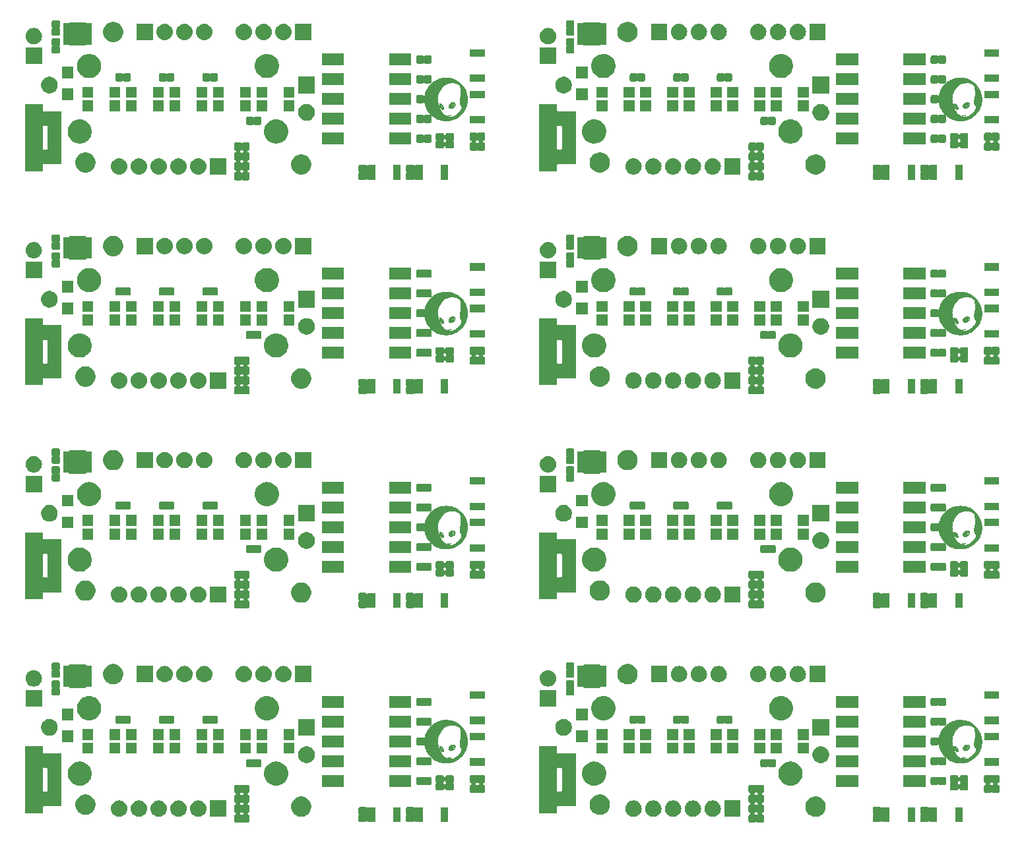
<source format=gbr>
G04 #@! TF.GenerationSoftware,KiCad,Pcbnew,5.0.2-bee76a0~70~ubuntu18.04.1*
G04 #@! TF.CreationDate,2019-05-10T18:36:06+02:00*
G04 #@! TF.ProjectId,m3_2x4_panel,6d335f32-7834-45f7-9061-6e656c2e6b69,rev?*
G04 #@! TF.SameCoordinates,Original*
G04 #@! TF.FileFunction,Soldermask,Top*
G04 #@! TF.FilePolarity,Negative*
%FSLAX46Y46*%
G04 Gerber Fmt 4.6, Leading zero omitted, Abs format (unit mm)*
G04 Created by KiCad (PCBNEW 5.0.2-bee76a0~70~ubuntu18.04.1) date Fr 10 Mai 2019 18:36:06 CEST*
%MOMM*%
%LPD*%
G01*
G04 APERTURE LIST*
%ADD10C,0.060000*%
%ADD11C,0.010000*%
%ADD12C,0.100000*%
G04 APERTURE END LIST*
D10*
G04 #@! TO.C,G\002A\002A\002A*
G36*
X174320692Y-133807830D02*
X174324884Y-133813238D01*
X174325842Y-133821434D01*
X174321424Y-133826854D01*
X174309375Y-133834710D01*
X174291655Y-133844093D01*
X174270225Y-133854090D01*
X174247046Y-133863791D01*
X174224078Y-133872284D01*
X174203282Y-133878659D01*
X174201917Y-133879013D01*
X174158856Y-133886486D01*
X174110361Y-133888860D01*
X174059785Y-133886138D01*
X174013500Y-133878965D01*
X173986200Y-133873186D01*
X173967309Y-133868973D01*
X173955286Y-133865840D01*
X173948588Y-133863302D01*
X173945673Y-133860876D01*
X173944999Y-133858076D01*
X173944997Y-133857433D01*
X173946026Y-133849727D01*
X173949898Y-133845084D01*
X173958140Y-133843369D01*
X173972276Y-133844449D01*
X173993832Y-133848190D01*
X174010960Y-133851657D01*
X174069922Y-133861109D01*
X174123388Y-133863441D01*
X174173312Y-133858442D01*
X174221646Y-133845901D01*
X174270342Y-133825609D01*
X174275221Y-133823188D01*
X174297207Y-133812758D01*
X174311915Y-133807654D01*
X174320692Y-133807830D01*
X174320692Y-133807830D01*
G37*
X174320692Y-133807830D02*
X174324884Y-133813238D01*
X174325842Y-133821434D01*
X174321424Y-133826854D01*
X174309375Y-133834710D01*
X174291655Y-133844093D01*
X174270225Y-133854090D01*
X174247046Y-133863791D01*
X174224078Y-133872284D01*
X174203282Y-133878659D01*
X174201917Y-133879013D01*
X174158856Y-133886486D01*
X174110361Y-133888860D01*
X174059785Y-133886138D01*
X174013500Y-133878965D01*
X173986200Y-133873186D01*
X173967309Y-133868973D01*
X173955286Y-133865840D01*
X173948588Y-133863302D01*
X173945673Y-133860876D01*
X173944999Y-133858076D01*
X173944997Y-133857433D01*
X173946026Y-133849727D01*
X173949898Y-133845084D01*
X173958140Y-133843369D01*
X173972276Y-133844449D01*
X173993832Y-133848190D01*
X174010960Y-133851657D01*
X174069922Y-133861109D01*
X174123388Y-133863441D01*
X174173312Y-133858442D01*
X174221646Y-133845901D01*
X174270342Y-133825609D01*
X174275221Y-133823188D01*
X174297207Y-133812758D01*
X174311915Y-133807654D01*
X174320692Y-133807830D01*
D11*
G36*
X172989665Y-132368400D02*
X173007199Y-132370815D01*
X173023879Y-132376076D01*
X173042678Y-132384404D01*
X173092544Y-132412810D01*
X173142028Y-132450026D01*
X173190186Y-132494713D01*
X173236077Y-132545536D01*
X173278757Y-132601158D01*
X173317285Y-132660244D01*
X173350717Y-132721456D01*
X173378112Y-132783459D01*
X173398526Y-132844917D01*
X173411018Y-132904492D01*
X173411381Y-132907129D01*
X173414149Y-132950196D01*
X173410456Y-132988257D01*
X173400593Y-133020427D01*
X173384853Y-133045822D01*
X173363525Y-133063556D01*
X173359187Y-133065832D01*
X173331219Y-133074318D01*
X173299409Y-133075581D01*
X173267189Y-133069488D01*
X173266740Y-133069346D01*
X173223203Y-133051057D01*
X173178270Y-133023842D01*
X173132881Y-132988665D01*
X173087976Y-132946487D01*
X173044495Y-132898272D01*
X173003378Y-132844982D01*
X172965565Y-132787579D01*
X172931996Y-132727026D01*
X172931540Y-132726119D01*
X172906181Y-132671845D01*
X172897711Y-132649574D01*
X173051284Y-132649574D01*
X173051543Y-132677315D01*
X173054121Y-132705311D01*
X173058567Y-132728702D01*
X173068407Y-132758865D01*
X173082999Y-132793156D01*
X173100535Y-132827944D01*
X173119208Y-132859596D01*
X173134382Y-132881022D01*
X173165895Y-132916806D01*
X173197152Y-132944895D01*
X173227506Y-132965000D01*
X173256309Y-132976834D01*
X173282913Y-132980109D01*
X173306670Y-132974538D01*
X173322133Y-132964466D01*
X173336767Y-132947999D01*
X173346019Y-132928003D01*
X173350606Y-132902313D01*
X173351402Y-132876316D01*
X173347584Y-132837085D01*
X173337587Y-132796767D01*
X173322265Y-132756451D01*
X173302466Y-132717228D01*
X173279042Y-132680188D01*
X173252844Y-132646421D01*
X173224723Y-132617018D01*
X173195529Y-132593069D01*
X173166113Y-132575664D01*
X173137326Y-132565894D01*
X173110019Y-132564849D01*
X173108521Y-132565075D01*
X173086226Y-132573610D01*
X173067870Y-132590429D01*
X173057805Y-132607686D01*
X173053365Y-132625295D01*
X173051284Y-132649574D01*
X172897711Y-132649574D01*
X172887505Y-132622742D01*
X172874956Y-132576850D01*
X172867980Y-132532209D01*
X172866024Y-132494820D01*
X172866147Y-132469734D01*
X172867356Y-132451780D01*
X172870108Y-132437950D01*
X172874861Y-132425235D01*
X172877443Y-132419751D01*
X172888212Y-132402421D01*
X172901671Y-132386733D01*
X172907471Y-132381651D01*
X172917774Y-132374608D01*
X172927873Y-132370452D01*
X172940939Y-132368443D01*
X172960145Y-132367838D01*
X172966641Y-132367820D01*
X172989665Y-132368400D01*
X172989665Y-132368400D01*
G37*
X172989665Y-132368400D02*
X173007199Y-132370815D01*
X173023879Y-132376076D01*
X173042678Y-132384404D01*
X173092544Y-132412810D01*
X173142028Y-132450026D01*
X173190186Y-132494713D01*
X173236077Y-132545536D01*
X173278757Y-132601158D01*
X173317285Y-132660244D01*
X173350717Y-132721456D01*
X173378112Y-132783459D01*
X173398526Y-132844917D01*
X173411018Y-132904492D01*
X173411381Y-132907129D01*
X173414149Y-132950196D01*
X173410456Y-132988257D01*
X173400593Y-133020427D01*
X173384853Y-133045822D01*
X173363525Y-133063556D01*
X173359187Y-133065832D01*
X173331219Y-133074318D01*
X173299409Y-133075581D01*
X173267189Y-133069488D01*
X173266740Y-133069346D01*
X173223203Y-133051057D01*
X173178270Y-133023842D01*
X173132881Y-132988665D01*
X173087976Y-132946487D01*
X173044495Y-132898272D01*
X173003378Y-132844982D01*
X172965565Y-132787579D01*
X172931996Y-132727026D01*
X172931540Y-132726119D01*
X172906181Y-132671845D01*
X172897711Y-132649574D01*
X173051284Y-132649574D01*
X173051543Y-132677315D01*
X173054121Y-132705311D01*
X173058567Y-132728702D01*
X173068407Y-132758865D01*
X173082999Y-132793156D01*
X173100535Y-132827944D01*
X173119208Y-132859596D01*
X173134382Y-132881022D01*
X173165895Y-132916806D01*
X173197152Y-132944895D01*
X173227506Y-132965000D01*
X173256309Y-132976834D01*
X173282913Y-132980109D01*
X173306670Y-132974538D01*
X173322133Y-132964466D01*
X173336767Y-132947999D01*
X173346019Y-132928003D01*
X173350606Y-132902313D01*
X173351402Y-132876316D01*
X173347584Y-132837085D01*
X173337587Y-132796767D01*
X173322265Y-132756451D01*
X173302466Y-132717228D01*
X173279042Y-132680188D01*
X173252844Y-132646421D01*
X173224723Y-132617018D01*
X173195529Y-132593069D01*
X173166113Y-132575664D01*
X173137326Y-132565894D01*
X173110019Y-132564849D01*
X173108521Y-132565075D01*
X173086226Y-132573610D01*
X173067870Y-132590429D01*
X173057805Y-132607686D01*
X173053365Y-132625295D01*
X173051284Y-132649574D01*
X172897711Y-132649574D01*
X172887505Y-132622742D01*
X172874956Y-132576850D01*
X172867980Y-132532209D01*
X172866024Y-132494820D01*
X172866147Y-132469734D01*
X172867356Y-132451780D01*
X172870108Y-132437950D01*
X172874861Y-132425235D01*
X172877443Y-132419751D01*
X172888212Y-132402421D01*
X172901671Y-132386733D01*
X172907471Y-132381651D01*
X172917774Y-132374608D01*
X172927873Y-132370452D01*
X172940939Y-132368443D01*
X172960145Y-132367838D01*
X172966641Y-132367820D01*
X172989665Y-132368400D01*
G36*
X174614423Y-132177777D02*
X174652263Y-132181066D01*
X174672759Y-132184897D01*
X174724390Y-132201874D01*
X174769060Y-132225654D01*
X174806646Y-132255527D01*
X174837024Y-132290781D01*
X174860071Y-132330703D01*
X174875661Y-132374583D01*
X174883672Y-132421708D01*
X174883980Y-132471366D01*
X174876461Y-132522846D01*
X174860990Y-132575436D01*
X174837445Y-132628424D01*
X174805701Y-132681099D01*
X174767669Y-132730398D01*
X174718024Y-132781506D01*
X174663034Y-132826255D01*
X174603863Y-132864142D01*
X174541678Y-132894666D01*
X174477645Y-132917325D01*
X174412929Y-132931617D01*
X174348695Y-132937041D01*
X174294218Y-132934169D01*
X174239393Y-132923107D01*
X174190297Y-132904036D01*
X174147371Y-132877148D01*
X174128887Y-132861333D01*
X174097140Y-132827436D01*
X174074000Y-132792962D01*
X174058118Y-132755320D01*
X174048141Y-132711916D01*
X174046986Y-132704145D01*
X174044426Y-132649755D01*
X174051286Y-132594691D01*
X174066934Y-132539752D01*
X174080275Y-132509475D01*
X174445164Y-132509475D01*
X174447545Y-132531112D01*
X174460506Y-132575304D01*
X174481689Y-132614657D01*
X174510198Y-132648122D01*
X174545137Y-132674653D01*
X174585610Y-132693204D01*
X174586453Y-132693481D01*
X174606411Y-132697460D01*
X174633461Y-132699152D01*
X174651684Y-132698976D01*
X174675938Y-132697571D01*
X174694324Y-132694634D01*
X174711122Y-132689176D01*
X174728690Y-132681155D01*
X174765679Y-132657788D01*
X174796282Y-132627948D01*
X174819754Y-132593048D01*
X174835349Y-132554504D01*
X174842322Y-132513728D01*
X174839925Y-132472134D01*
X174839670Y-132470722D01*
X174826966Y-132428824D01*
X174805644Y-132390438D01*
X174776985Y-132357215D01*
X174742270Y-132330806D01*
X174723445Y-132320858D01*
X174693518Y-132311350D01*
X174658396Y-132306786D01*
X174621790Y-132307225D01*
X174587413Y-132312724D01*
X174569531Y-132318426D01*
X174534383Y-132337486D01*
X174503691Y-132363944D01*
X174478440Y-132396087D01*
X174459613Y-132432199D01*
X174448193Y-132470567D01*
X174445164Y-132509475D01*
X174080275Y-132509475D01*
X174090736Y-132485736D01*
X174122061Y-132433441D01*
X174160274Y-132383666D01*
X174204745Y-132337207D01*
X174254840Y-132294864D01*
X174309926Y-132257434D01*
X174369370Y-132225716D01*
X174432541Y-132200507D01*
X174450886Y-132194701D01*
X174487263Y-132186238D01*
X174528757Y-132180503D01*
X174572199Y-132177636D01*
X174614423Y-132177777D01*
X174614423Y-132177777D01*
G37*
X174614423Y-132177777D02*
X174652263Y-132181066D01*
X174672759Y-132184897D01*
X174724390Y-132201874D01*
X174769060Y-132225654D01*
X174806646Y-132255527D01*
X174837024Y-132290781D01*
X174860071Y-132330703D01*
X174875661Y-132374583D01*
X174883672Y-132421708D01*
X174883980Y-132471366D01*
X174876461Y-132522846D01*
X174860990Y-132575436D01*
X174837445Y-132628424D01*
X174805701Y-132681099D01*
X174767669Y-132730398D01*
X174718024Y-132781506D01*
X174663034Y-132826255D01*
X174603863Y-132864142D01*
X174541678Y-132894666D01*
X174477645Y-132917325D01*
X174412929Y-132931617D01*
X174348695Y-132937041D01*
X174294218Y-132934169D01*
X174239393Y-132923107D01*
X174190297Y-132904036D01*
X174147371Y-132877148D01*
X174128887Y-132861333D01*
X174097140Y-132827436D01*
X174074000Y-132792962D01*
X174058118Y-132755320D01*
X174048141Y-132711916D01*
X174046986Y-132704145D01*
X174044426Y-132649755D01*
X174051286Y-132594691D01*
X174066934Y-132539752D01*
X174080275Y-132509475D01*
X174445164Y-132509475D01*
X174447545Y-132531112D01*
X174460506Y-132575304D01*
X174481689Y-132614657D01*
X174510198Y-132648122D01*
X174545137Y-132674653D01*
X174585610Y-132693204D01*
X174586453Y-132693481D01*
X174606411Y-132697460D01*
X174633461Y-132699152D01*
X174651684Y-132698976D01*
X174675938Y-132697571D01*
X174694324Y-132694634D01*
X174711122Y-132689176D01*
X174728690Y-132681155D01*
X174765679Y-132657788D01*
X174796282Y-132627948D01*
X174819754Y-132593048D01*
X174835349Y-132554504D01*
X174842322Y-132513728D01*
X174839925Y-132472134D01*
X174839670Y-132470722D01*
X174826966Y-132428824D01*
X174805644Y-132390438D01*
X174776985Y-132357215D01*
X174742270Y-132330806D01*
X174723445Y-132320858D01*
X174693518Y-132311350D01*
X174658396Y-132306786D01*
X174621790Y-132307225D01*
X174587413Y-132312724D01*
X174569531Y-132318426D01*
X174534383Y-132337486D01*
X174503691Y-132363944D01*
X174478440Y-132396087D01*
X174459613Y-132432199D01*
X174448193Y-132470567D01*
X174445164Y-132509475D01*
X174080275Y-132509475D01*
X174090736Y-132485736D01*
X174122061Y-132433441D01*
X174160274Y-132383666D01*
X174204745Y-132337207D01*
X174254840Y-132294864D01*
X174309926Y-132257434D01*
X174369370Y-132225716D01*
X174432541Y-132200507D01*
X174450886Y-132194701D01*
X174487263Y-132186238D01*
X174528757Y-132180503D01*
X174572199Y-132177636D01*
X174614423Y-132177777D01*
D10*
G36*
X108320692Y-133807830D02*
X108324884Y-133813238D01*
X108325842Y-133821434D01*
X108321424Y-133826854D01*
X108309375Y-133834710D01*
X108291655Y-133844093D01*
X108270225Y-133854090D01*
X108247046Y-133863791D01*
X108224078Y-133872284D01*
X108203282Y-133878659D01*
X108201917Y-133879013D01*
X108158856Y-133886486D01*
X108110361Y-133888860D01*
X108059785Y-133886138D01*
X108013500Y-133878965D01*
X107986200Y-133873186D01*
X107967309Y-133868973D01*
X107955286Y-133865840D01*
X107948588Y-133863302D01*
X107945673Y-133860876D01*
X107944999Y-133858076D01*
X107944997Y-133857433D01*
X107946026Y-133849727D01*
X107949898Y-133845084D01*
X107958140Y-133843369D01*
X107972276Y-133844449D01*
X107993832Y-133848190D01*
X108010960Y-133851657D01*
X108069922Y-133861109D01*
X108123388Y-133863441D01*
X108173312Y-133858442D01*
X108221646Y-133845901D01*
X108270342Y-133825609D01*
X108275221Y-133823188D01*
X108297207Y-133812758D01*
X108311915Y-133807654D01*
X108320692Y-133807830D01*
X108320692Y-133807830D01*
G37*
X108320692Y-133807830D02*
X108324884Y-133813238D01*
X108325842Y-133821434D01*
X108321424Y-133826854D01*
X108309375Y-133834710D01*
X108291655Y-133844093D01*
X108270225Y-133854090D01*
X108247046Y-133863791D01*
X108224078Y-133872284D01*
X108203282Y-133878659D01*
X108201917Y-133879013D01*
X108158856Y-133886486D01*
X108110361Y-133888860D01*
X108059785Y-133886138D01*
X108013500Y-133878965D01*
X107986200Y-133873186D01*
X107967309Y-133868973D01*
X107955286Y-133865840D01*
X107948588Y-133863302D01*
X107945673Y-133860876D01*
X107944999Y-133858076D01*
X107944997Y-133857433D01*
X107946026Y-133849727D01*
X107949898Y-133845084D01*
X107958140Y-133843369D01*
X107972276Y-133844449D01*
X107993832Y-133848190D01*
X108010960Y-133851657D01*
X108069922Y-133861109D01*
X108123388Y-133863441D01*
X108173312Y-133858442D01*
X108221646Y-133845901D01*
X108270342Y-133825609D01*
X108275221Y-133823188D01*
X108297207Y-133812758D01*
X108311915Y-133807654D01*
X108320692Y-133807830D01*
D11*
G36*
X106989665Y-132368400D02*
X107007199Y-132370815D01*
X107023879Y-132376076D01*
X107042678Y-132384404D01*
X107092544Y-132412810D01*
X107142028Y-132450026D01*
X107190186Y-132494713D01*
X107236077Y-132545536D01*
X107278757Y-132601158D01*
X107317285Y-132660244D01*
X107350717Y-132721456D01*
X107378112Y-132783459D01*
X107398526Y-132844917D01*
X107411018Y-132904492D01*
X107411381Y-132907129D01*
X107414149Y-132950196D01*
X107410456Y-132988257D01*
X107400593Y-133020427D01*
X107384853Y-133045822D01*
X107363525Y-133063556D01*
X107359187Y-133065832D01*
X107331219Y-133074318D01*
X107299409Y-133075581D01*
X107267189Y-133069488D01*
X107266740Y-133069346D01*
X107223203Y-133051057D01*
X107178270Y-133023842D01*
X107132881Y-132988665D01*
X107087976Y-132946487D01*
X107044495Y-132898272D01*
X107003378Y-132844982D01*
X106965565Y-132787579D01*
X106931996Y-132727026D01*
X106931540Y-132726119D01*
X106906181Y-132671845D01*
X106897711Y-132649574D01*
X107051284Y-132649574D01*
X107051543Y-132677315D01*
X107054121Y-132705311D01*
X107058567Y-132728702D01*
X107068407Y-132758865D01*
X107082999Y-132793156D01*
X107100535Y-132827944D01*
X107119208Y-132859596D01*
X107134382Y-132881022D01*
X107165895Y-132916806D01*
X107197152Y-132944895D01*
X107227506Y-132965000D01*
X107256309Y-132976834D01*
X107282913Y-132980109D01*
X107306670Y-132974538D01*
X107322133Y-132964466D01*
X107336767Y-132947999D01*
X107346019Y-132928003D01*
X107350606Y-132902313D01*
X107351402Y-132876316D01*
X107347584Y-132837085D01*
X107337587Y-132796767D01*
X107322265Y-132756451D01*
X107302466Y-132717228D01*
X107279042Y-132680188D01*
X107252844Y-132646421D01*
X107224723Y-132617018D01*
X107195529Y-132593069D01*
X107166113Y-132575664D01*
X107137326Y-132565894D01*
X107110019Y-132564849D01*
X107108521Y-132565075D01*
X107086226Y-132573610D01*
X107067870Y-132590429D01*
X107057805Y-132607686D01*
X107053365Y-132625295D01*
X107051284Y-132649574D01*
X106897711Y-132649574D01*
X106887505Y-132622742D01*
X106874956Y-132576850D01*
X106867980Y-132532209D01*
X106866024Y-132494820D01*
X106866147Y-132469734D01*
X106867356Y-132451780D01*
X106870108Y-132437950D01*
X106874861Y-132425235D01*
X106877443Y-132419751D01*
X106888212Y-132402421D01*
X106901671Y-132386733D01*
X106907471Y-132381651D01*
X106917774Y-132374608D01*
X106927873Y-132370452D01*
X106940939Y-132368443D01*
X106960145Y-132367838D01*
X106966641Y-132367820D01*
X106989665Y-132368400D01*
X106989665Y-132368400D01*
G37*
X106989665Y-132368400D02*
X107007199Y-132370815D01*
X107023879Y-132376076D01*
X107042678Y-132384404D01*
X107092544Y-132412810D01*
X107142028Y-132450026D01*
X107190186Y-132494713D01*
X107236077Y-132545536D01*
X107278757Y-132601158D01*
X107317285Y-132660244D01*
X107350717Y-132721456D01*
X107378112Y-132783459D01*
X107398526Y-132844917D01*
X107411018Y-132904492D01*
X107411381Y-132907129D01*
X107414149Y-132950196D01*
X107410456Y-132988257D01*
X107400593Y-133020427D01*
X107384853Y-133045822D01*
X107363525Y-133063556D01*
X107359187Y-133065832D01*
X107331219Y-133074318D01*
X107299409Y-133075581D01*
X107267189Y-133069488D01*
X107266740Y-133069346D01*
X107223203Y-133051057D01*
X107178270Y-133023842D01*
X107132881Y-132988665D01*
X107087976Y-132946487D01*
X107044495Y-132898272D01*
X107003378Y-132844982D01*
X106965565Y-132787579D01*
X106931996Y-132727026D01*
X106931540Y-132726119D01*
X106906181Y-132671845D01*
X106897711Y-132649574D01*
X107051284Y-132649574D01*
X107051543Y-132677315D01*
X107054121Y-132705311D01*
X107058567Y-132728702D01*
X107068407Y-132758865D01*
X107082999Y-132793156D01*
X107100535Y-132827944D01*
X107119208Y-132859596D01*
X107134382Y-132881022D01*
X107165895Y-132916806D01*
X107197152Y-132944895D01*
X107227506Y-132965000D01*
X107256309Y-132976834D01*
X107282913Y-132980109D01*
X107306670Y-132974538D01*
X107322133Y-132964466D01*
X107336767Y-132947999D01*
X107346019Y-132928003D01*
X107350606Y-132902313D01*
X107351402Y-132876316D01*
X107347584Y-132837085D01*
X107337587Y-132796767D01*
X107322265Y-132756451D01*
X107302466Y-132717228D01*
X107279042Y-132680188D01*
X107252844Y-132646421D01*
X107224723Y-132617018D01*
X107195529Y-132593069D01*
X107166113Y-132575664D01*
X107137326Y-132565894D01*
X107110019Y-132564849D01*
X107108521Y-132565075D01*
X107086226Y-132573610D01*
X107067870Y-132590429D01*
X107057805Y-132607686D01*
X107053365Y-132625295D01*
X107051284Y-132649574D01*
X106897711Y-132649574D01*
X106887505Y-132622742D01*
X106874956Y-132576850D01*
X106867980Y-132532209D01*
X106866024Y-132494820D01*
X106866147Y-132469734D01*
X106867356Y-132451780D01*
X106870108Y-132437950D01*
X106874861Y-132425235D01*
X106877443Y-132419751D01*
X106888212Y-132402421D01*
X106901671Y-132386733D01*
X106907471Y-132381651D01*
X106917774Y-132374608D01*
X106927873Y-132370452D01*
X106940939Y-132368443D01*
X106960145Y-132367838D01*
X106966641Y-132367820D01*
X106989665Y-132368400D01*
G36*
X108614423Y-132177777D02*
X108652263Y-132181066D01*
X108672759Y-132184897D01*
X108724390Y-132201874D01*
X108769060Y-132225654D01*
X108806646Y-132255527D01*
X108837024Y-132290781D01*
X108860071Y-132330703D01*
X108875661Y-132374583D01*
X108883672Y-132421708D01*
X108883980Y-132471366D01*
X108876461Y-132522846D01*
X108860990Y-132575436D01*
X108837445Y-132628424D01*
X108805701Y-132681099D01*
X108767669Y-132730398D01*
X108718024Y-132781506D01*
X108663034Y-132826255D01*
X108603863Y-132864142D01*
X108541678Y-132894666D01*
X108477645Y-132917325D01*
X108412929Y-132931617D01*
X108348695Y-132937041D01*
X108294218Y-132934169D01*
X108239393Y-132923107D01*
X108190297Y-132904036D01*
X108147371Y-132877148D01*
X108128887Y-132861333D01*
X108097140Y-132827436D01*
X108074000Y-132792962D01*
X108058118Y-132755320D01*
X108048141Y-132711916D01*
X108046986Y-132704145D01*
X108044426Y-132649755D01*
X108051286Y-132594691D01*
X108066934Y-132539752D01*
X108080275Y-132509475D01*
X108445164Y-132509475D01*
X108447545Y-132531112D01*
X108460506Y-132575304D01*
X108481689Y-132614657D01*
X108510198Y-132648122D01*
X108545137Y-132674653D01*
X108585610Y-132693204D01*
X108586453Y-132693481D01*
X108606411Y-132697460D01*
X108633461Y-132699152D01*
X108651684Y-132698976D01*
X108675938Y-132697571D01*
X108694324Y-132694634D01*
X108711122Y-132689176D01*
X108728690Y-132681155D01*
X108765679Y-132657788D01*
X108796282Y-132627948D01*
X108819754Y-132593048D01*
X108835349Y-132554504D01*
X108842322Y-132513728D01*
X108839925Y-132472134D01*
X108839670Y-132470722D01*
X108826966Y-132428824D01*
X108805644Y-132390438D01*
X108776985Y-132357215D01*
X108742270Y-132330806D01*
X108723445Y-132320858D01*
X108693518Y-132311350D01*
X108658396Y-132306786D01*
X108621790Y-132307225D01*
X108587413Y-132312724D01*
X108569531Y-132318426D01*
X108534383Y-132337486D01*
X108503691Y-132363944D01*
X108478440Y-132396087D01*
X108459613Y-132432199D01*
X108448193Y-132470567D01*
X108445164Y-132509475D01*
X108080275Y-132509475D01*
X108090736Y-132485736D01*
X108122061Y-132433441D01*
X108160274Y-132383666D01*
X108204745Y-132337207D01*
X108254840Y-132294864D01*
X108309926Y-132257434D01*
X108369370Y-132225716D01*
X108432541Y-132200507D01*
X108450886Y-132194701D01*
X108487263Y-132186238D01*
X108528757Y-132180503D01*
X108572199Y-132177636D01*
X108614423Y-132177777D01*
X108614423Y-132177777D01*
G37*
X108614423Y-132177777D02*
X108652263Y-132181066D01*
X108672759Y-132184897D01*
X108724390Y-132201874D01*
X108769060Y-132225654D01*
X108806646Y-132255527D01*
X108837024Y-132290781D01*
X108860071Y-132330703D01*
X108875661Y-132374583D01*
X108883672Y-132421708D01*
X108883980Y-132471366D01*
X108876461Y-132522846D01*
X108860990Y-132575436D01*
X108837445Y-132628424D01*
X108805701Y-132681099D01*
X108767669Y-132730398D01*
X108718024Y-132781506D01*
X108663034Y-132826255D01*
X108603863Y-132864142D01*
X108541678Y-132894666D01*
X108477645Y-132917325D01*
X108412929Y-132931617D01*
X108348695Y-132937041D01*
X108294218Y-132934169D01*
X108239393Y-132923107D01*
X108190297Y-132904036D01*
X108147371Y-132877148D01*
X108128887Y-132861333D01*
X108097140Y-132827436D01*
X108074000Y-132792962D01*
X108058118Y-132755320D01*
X108048141Y-132711916D01*
X108046986Y-132704145D01*
X108044426Y-132649755D01*
X108051286Y-132594691D01*
X108066934Y-132539752D01*
X108080275Y-132509475D01*
X108445164Y-132509475D01*
X108447545Y-132531112D01*
X108460506Y-132575304D01*
X108481689Y-132614657D01*
X108510198Y-132648122D01*
X108545137Y-132674653D01*
X108585610Y-132693204D01*
X108586453Y-132693481D01*
X108606411Y-132697460D01*
X108633461Y-132699152D01*
X108651684Y-132698976D01*
X108675938Y-132697571D01*
X108694324Y-132694634D01*
X108711122Y-132689176D01*
X108728690Y-132681155D01*
X108765679Y-132657788D01*
X108796282Y-132627948D01*
X108819754Y-132593048D01*
X108835349Y-132554504D01*
X108842322Y-132513728D01*
X108839925Y-132472134D01*
X108839670Y-132470722D01*
X108826966Y-132428824D01*
X108805644Y-132390438D01*
X108776985Y-132357215D01*
X108742270Y-132330806D01*
X108723445Y-132320858D01*
X108693518Y-132311350D01*
X108658396Y-132306786D01*
X108621790Y-132307225D01*
X108587413Y-132312724D01*
X108569531Y-132318426D01*
X108534383Y-132337486D01*
X108503691Y-132363944D01*
X108478440Y-132396087D01*
X108459613Y-132432199D01*
X108448193Y-132470567D01*
X108445164Y-132509475D01*
X108080275Y-132509475D01*
X108090736Y-132485736D01*
X108122061Y-132433441D01*
X108160274Y-132383666D01*
X108204745Y-132337207D01*
X108254840Y-132294864D01*
X108309926Y-132257434D01*
X108369370Y-132225716D01*
X108432541Y-132200507D01*
X108450886Y-132194701D01*
X108487263Y-132186238D01*
X108528757Y-132180503D01*
X108572199Y-132177636D01*
X108614423Y-132177777D01*
D10*
G36*
X174320692Y-106307830D02*
X174324884Y-106313238D01*
X174325842Y-106321434D01*
X174321424Y-106326854D01*
X174309375Y-106334710D01*
X174291655Y-106344093D01*
X174270225Y-106354090D01*
X174247046Y-106363791D01*
X174224078Y-106372284D01*
X174203282Y-106378659D01*
X174201917Y-106379013D01*
X174158856Y-106386486D01*
X174110361Y-106388860D01*
X174059785Y-106386138D01*
X174013500Y-106378965D01*
X173986200Y-106373186D01*
X173967309Y-106368973D01*
X173955286Y-106365840D01*
X173948588Y-106363302D01*
X173945673Y-106360876D01*
X173944999Y-106358076D01*
X173944997Y-106357433D01*
X173946026Y-106349727D01*
X173949898Y-106345084D01*
X173958140Y-106343369D01*
X173972276Y-106344449D01*
X173993832Y-106348190D01*
X174010960Y-106351657D01*
X174069922Y-106361109D01*
X174123388Y-106363441D01*
X174173312Y-106358442D01*
X174221646Y-106345901D01*
X174270342Y-106325609D01*
X174275221Y-106323188D01*
X174297207Y-106312758D01*
X174311915Y-106307654D01*
X174320692Y-106307830D01*
X174320692Y-106307830D01*
G37*
X174320692Y-106307830D02*
X174324884Y-106313238D01*
X174325842Y-106321434D01*
X174321424Y-106326854D01*
X174309375Y-106334710D01*
X174291655Y-106344093D01*
X174270225Y-106354090D01*
X174247046Y-106363791D01*
X174224078Y-106372284D01*
X174203282Y-106378659D01*
X174201917Y-106379013D01*
X174158856Y-106386486D01*
X174110361Y-106388860D01*
X174059785Y-106386138D01*
X174013500Y-106378965D01*
X173986200Y-106373186D01*
X173967309Y-106368973D01*
X173955286Y-106365840D01*
X173948588Y-106363302D01*
X173945673Y-106360876D01*
X173944999Y-106358076D01*
X173944997Y-106357433D01*
X173946026Y-106349727D01*
X173949898Y-106345084D01*
X173958140Y-106343369D01*
X173972276Y-106344449D01*
X173993832Y-106348190D01*
X174010960Y-106351657D01*
X174069922Y-106361109D01*
X174123388Y-106363441D01*
X174173312Y-106358442D01*
X174221646Y-106345901D01*
X174270342Y-106325609D01*
X174275221Y-106323188D01*
X174297207Y-106312758D01*
X174311915Y-106307654D01*
X174320692Y-106307830D01*
D11*
G36*
X172989665Y-104868400D02*
X173007199Y-104870815D01*
X173023879Y-104876076D01*
X173042678Y-104884404D01*
X173092544Y-104912810D01*
X173142028Y-104950026D01*
X173190186Y-104994713D01*
X173236077Y-105045536D01*
X173278757Y-105101158D01*
X173317285Y-105160244D01*
X173350717Y-105221456D01*
X173378112Y-105283459D01*
X173398526Y-105344917D01*
X173411018Y-105404492D01*
X173411381Y-105407129D01*
X173414149Y-105450196D01*
X173410456Y-105488257D01*
X173400593Y-105520427D01*
X173384853Y-105545822D01*
X173363525Y-105563556D01*
X173359187Y-105565832D01*
X173331219Y-105574318D01*
X173299409Y-105575581D01*
X173267189Y-105569488D01*
X173266740Y-105569346D01*
X173223203Y-105551057D01*
X173178270Y-105523842D01*
X173132881Y-105488665D01*
X173087976Y-105446487D01*
X173044495Y-105398272D01*
X173003378Y-105344982D01*
X172965565Y-105287579D01*
X172931996Y-105227026D01*
X172931540Y-105226119D01*
X172906181Y-105171845D01*
X172897711Y-105149574D01*
X173051284Y-105149574D01*
X173051543Y-105177315D01*
X173054121Y-105205311D01*
X173058567Y-105228702D01*
X173068407Y-105258865D01*
X173082999Y-105293156D01*
X173100535Y-105327944D01*
X173119208Y-105359596D01*
X173134382Y-105381022D01*
X173165895Y-105416806D01*
X173197152Y-105444895D01*
X173227506Y-105465000D01*
X173256309Y-105476834D01*
X173282913Y-105480109D01*
X173306670Y-105474538D01*
X173322133Y-105464466D01*
X173336767Y-105447999D01*
X173346019Y-105428003D01*
X173350606Y-105402313D01*
X173351402Y-105376316D01*
X173347584Y-105337085D01*
X173337587Y-105296767D01*
X173322265Y-105256451D01*
X173302466Y-105217228D01*
X173279042Y-105180188D01*
X173252844Y-105146421D01*
X173224723Y-105117018D01*
X173195529Y-105093069D01*
X173166113Y-105075664D01*
X173137326Y-105065894D01*
X173110019Y-105064849D01*
X173108521Y-105065075D01*
X173086226Y-105073610D01*
X173067870Y-105090429D01*
X173057805Y-105107686D01*
X173053365Y-105125295D01*
X173051284Y-105149574D01*
X172897711Y-105149574D01*
X172887505Y-105122742D01*
X172874956Y-105076850D01*
X172867980Y-105032209D01*
X172866024Y-104994820D01*
X172866147Y-104969734D01*
X172867356Y-104951780D01*
X172870108Y-104937950D01*
X172874861Y-104925235D01*
X172877443Y-104919751D01*
X172888212Y-104902421D01*
X172901671Y-104886733D01*
X172907471Y-104881651D01*
X172917774Y-104874608D01*
X172927873Y-104870452D01*
X172940939Y-104868443D01*
X172960145Y-104867838D01*
X172966641Y-104867820D01*
X172989665Y-104868400D01*
X172989665Y-104868400D01*
G37*
X172989665Y-104868400D02*
X173007199Y-104870815D01*
X173023879Y-104876076D01*
X173042678Y-104884404D01*
X173092544Y-104912810D01*
X173142028Y-104950026D01*
X173190186Y-104994713D01*
X173236077Y-105045536D01*
X173278757Y-105101158D01*
X173317285Y-105160244D01*
X173350717Y-105221456D01*
X173378112Y-105283459D01*
X173398526Y-105344917D01*
X173411018Y-105404492D01*
X173411381Y-105407129D01*
X173414149Y-105450196D01*
X173410456Y-105488257D01*
X173400593Y-105520427D01*
X173384853Y-105545822D01*
X173363525Y-105563556D01*
X173359187Y-105565832D01*
X173331219Y-105574318D01*
X173299409Y-105575581D01*
X173267189Y-105569488D01*
X173266740Y-105569346D01*
X173223203Y-105551057D01*
X173178270Y-105523842D01*
X173132881Y-105488665D01*
X173087976Y-105446487D01*
X173044495Y-105398272D01*
X173003378Y-105344982D01*
X172965565Y-105287579D01*
X172931996Y-105227026D01*
X172931540Y-105226119D01*
X172906181Y-105171845D01*
X172897711Y-105149574D01*
X173051284Y-105149574D01*
X173051543Y-105177315D01*
X173054121Y-105205311D01*
X173058567Y-105228702D01*
X173068407Y-105258865D01*
X173082999Y-105293156D01*
X173100535Y-105327944D01*
X173119208Y-105359596D01*
X173134382Y-105381022D01*
X173165895Y-105416806D01*
X173197152Y-105444895D01*
X173227506Y-105465000D01*
X173256309Y-105476834D01*
X173282913Y-105480109D01*
X173306670Y-105474538D01*
X173322133Y-105464466D01*
X173336767Y-105447999D01*
X173346019Y-105428003D01*
X173350606Y-105402313D01*
X173351402Y-105376316D01*
X173347584Y-105337085D01*
X173337587Y-105296767D01*
X173322265Y-105256451D01*
X173302466Y-105217228D01*
X173279042Y-105180188D01*
X173252844Y-105146421D01*
X173224723Y-105117018D01*
X173195529Y-105093069D01*
X173166113Y-105075664D01*
X173137326Y-105065894D01*
X173110019Y-105064849D01*
X173108521Y-105065075D01*
X173086226Y-105073610D01*
X173067870Y-105090429D01*
X173057805Y-105107686D01*
X173053365Y-105125295D01*
X173051284Y-105149574D01*
X172897711Y-105149574D01*
X172887505Y-105122742D01*
X172874956Y-105076850D01*
X172867980Y-105032209D01*
X172866024Y-104994820D01*
X172866147Y-104969734D01*
X172867356Y-104951780D01*
X172870108Y-104937950D01*
X172874861Y-104925235D01*
X172877443Y-104919751D01*
X172888212Y-104902421D01*
X172901671Y-104886733D01*
X172907471Y-104881651D01*
X172917774Y-104874608D01*
X172927873Y-104870452D01*
X172940939Y-104868443D01*
X172960145Y-104867838D01*
X172966641Y-104867820D01*
X172989665Y-104868400D01*
G36*
X174614423Y-104677777D02*
X174652263Y-104681066D01*
X174672759Y-104684897D01*
X174724390Y-104701874D01*
X174769060Y-104725654D01*
X174806646Y-104755527D01*
X174837024Y-104790781D01*
X174860071Y-104830703D01*
X174875661Y-104874583D01*
X174883672Y-104921708D01*
X174883980Y-104971366D01*
X174876461Y-105022846D01*
X174860990Y-105075436D01*
X174837445Y-105128424D01*
X174805701Y-105181099D01*
X174767669Y-105230398D01*
X174718024Y-105281506D01*
X174663034Y-105326255D01*
X174603863Y-105364142D01*
X174541678Y-105394666D01*
X174477645Y-105417325D01*
X174412929Y-105431617D01*
X174348695Y-105437041D01*
X174294218Y-105434169D01*
X174239393Y-105423107D01*
X174190297Y-105404036D01*
X174147371Y-105377148D01*
X174128887Y-105361333D01*
X174097140Y-105327436D01*
X174074000Y-105292962D01*
X174058118Y-105255320D01*
X174048141Y-105211916D01*
X174046986Y-105204145D01*
X174044426Y-105149755D01*
X174051286Y-105094691D01*
X174066934Y-105039752D01*
X174080275Y-105009475D01*
X174445164Y-105009475D01*
X174447545Y-105031112D01*
X174460506Y-105075304D01*
X174481689Y-105114657D01*
X174510198Y-105148122D01*
X174545137Y-105174653D01*
X174585610Y-105193204D01*
X174586453Y-105193481D01*
X174606411Y-105197460D01*
X174633461Y-105199152D01*
X174651684Y-105198976D01*
X174675938Y-105197571D01*
X174694324Y-105194634D01*
X174711122Y-105189176D01*
X174728690Y-105181155D01*
X174765679Y-105157788D01*
X174796282Y-105127948D01*
X174819754Y-105093048D01*
X174835349Y-105054504D01*
X174842322Y-105013728D01*
X174839925Y-104972134D01*
X174839670Y-104970722D01*
X174826966Y-104928824D01*
X174805644Y-104890438D01*
X174776985Y-104857215D01*
X174742270Y-104830806D01*
X174723445Y-104820858D01*
X174693518Y-104811350D01*
X174658396Y-104806786D01*
X174621790Y-104807225D01*
X174587413Y-104812724D01*
X174569531Y-104818426D01*
X174534383Y-104837486D01*
X174503691Y-104863944D01*
X174478440Y-104896087D01*
X174459613Y-104932199D01*
X174448193Y-104970567D01*
X174445164Y-105009475D01*
X174080275Y-105009475D01*
X174090736Y-104985736D01*
X174122061Y-104933441D01*
X174160274Y-104883666D01*
X174204745Y-104837207D01*
X174254840Y-104794864D01*
X174309926Y-104757434D01*
X174369370Y-104725716D01*
X174432541Y-104700507D01*
X174450886Y-104694701D01*
X174487263Y-104686238D01*
X174528757Y-104680503D01*
X174572199Y-104677636D01*
X174614423Y-104677777D01*
X174614423Y-104677777D01*
G37*
X174614423Y-104677777D02*
X174652263Y-104681066D01*
X174672759Y-104684897D01*
X174724390Y-104701874D01*
X174769060Y-104725654D01*
X174806646Y-104755527D01*
X174837024Y-104790781D01*
X174860071Y-104830703D01*
X174875661Y-104874583D01*
X174883672Y-104921708D01*
X174883980Y-104971366D01*
X174876461Y-105022846D01*
X174860990Y-105075436D01*
X174837445Y-105128424D01*
X174805701Y-105181099D01*
X174767669Y-105230398D01*
X174718024Y-105281506D01*
X174663034Y-105326255D01*
X174603863Y-105364142D01*
X174541678Y-105394666D01*
X174477645Y-105417325D01*
X174412929Y-105431617D01*
X174348695Y-105437041D01*
X174294218Y-105434169D01*
X174239393Y-105423107D01*
X174190297Y-105404036D01*
X174147371Y-105377148D01*
X174128887Y-105361333D01*
X174097140Y-105327436D01*
X174074000Y-105292962D01*
X174058118Y-105255320D01*
X174048141Y-105211916D01*
X174046986Y-105204145D01*
X174044426Y-105149755D01*
X174051286Y-105094691D01*
X174066934Y-105039752D01*
X174080275Y-105009475D01*
X174445164Y-105009475D01*
X174447545Y-105031112D01*
X174460506Y-105075304D01*
X174481689Y-105114657D01*
X174510198Y-105148122D01*
X174545137Y-105174653D01*
X174585610Y-105193204D01*
X174586453Y-105193481D01*
X174606411Y-105197460D01*
X174633461Y-105199152D01*
X174651684Y-105198976D01*
X174675938Y-105197571D01*
X174694324Y-105194634D01*
X174711122Y-105189176D01*
X174728690Y-105181155D01*
X174765679Y-105157788D01*
X174796282Y-105127948D01*
X174819754Y-105093048D01*
X174835349Y-105054504D01*
X174842322Y-105013728D01*
X174839925Y-104972134D01*
X174839670Y-104970722D01*
X174826966Y-104928824D01*
X174805644Y-104890438D01*
X174776985Y-104857215D01*
X174742270Y-104830806D01*
X174723445Y-104820858D01*
X174693518Y-104811350D01*
X174658396Y-104806786D01*
X174621790Y-104807225D01*
X174587413Y-104812724D01*
X174569531Y-104818426D01*
X174534383Y-104837486D01*
X174503691Y-104863944D01*
X174478440Y-104896087D01*
X174459613Y-104932199D01*
X174448193Y-104970567D01*
X174445164Y-105009475D01*
X174080275Y-105009475D01*
X174090736Y-104985736D01*
X174122061Y-104933441D01*
X174160274Y-104883666D01*
X174204745Y-104837207D01*
X174254840Y-104794864D01*
X174309926Y-104757434D01*
X174369370Y-104725716D01*
X174432541Y-104700507D01*
X174450886Y-104694701D01*
X174487263Y-104686238D01*
X174528757Y-104680503D01*
X174572199Y-104677636D01*
X174614423Y-104677777D01*
D10*
G36*
X108320692Y-106307830D02*
X108324884Y-106313238D01*
X108325842Y-106321434D01*
X108321424Y-106326854D01*
X108309375Y-106334710D01*
X108291655Y-106344093D01*
X108270225Y-106354090D01*
X108247046Y-106363791D01*
X108224078Y-106372284D01*
X108203282Y-106378659D01*
X108201917Y-106379013D01*
X108158856Y-106386486D01*
X108110361Y-106388860D01*
X108059785Y-106386138D01*
X108013500Y-106378965D01*
X107986200Y-106373186D01*
X107967309Y-106368973D01*
X107955286Y-106365840D01*
X107948588Y-106363302D01*
X107945673Y-106360876D01*
X107944999Y-106358076D01*
X107944997Y-106357433D01*
X107946026Y-106349727D01*
X107949898Y-106345084D01*
X107958140Y-106343369D01*
X107972276Y-106344449D01*
X107993832Y-106348190D01*
X108010960Y-106351657D01*
X108069922Y-106361109D01*
X108123388Y-106363441D01*
X108173312Y-106358442D01*
X108221646Y-106345901D01*
X108270342Y-106325609D01*
X108275221Y-106323188D01*
X108297207Y-106312758D01*
X108311915Y-106307654D01*
X108320692Y-106307830D01*
X108320692Y-106307830D01*
G37*
X108320692Y-106307830D02*
X108324884Y-106313238D01*
X108325842Y-106321434D01*
X108321424Y-106326854D01*
X108309375Y-106334710D01*
X108291655Y-106344093D01*
X108270225Y-106354090D01*
X108247046Y-106363791D01*
X108224078Y-106372284D01*
X108203282Y-106378659D01*
X108201917Y-106379013D01*
X108158856Y-106386486D01*
X108110361Y-106388860D01*
X108059785Y-106386138D01*
X108013500Y-106378965D01*
X107986200Y-106373186D01*
X107967309Y-106368973D01*
X107955286Y-106365840D01*
X107948588Y-106363302D01*
X107945673Y-106360876D01*
X107944999Y-106358076D01*
X107944997Y-106357433D01*
X107946026Y-106349727D01*
X107949898Y-106345084D01*
X107958140Y-106343369D01*
X107972276Y-106344449D01*
X107993832Y-106348190D01*
X108010960Y-106351657D01*
X108069922Y-106361109D01*
X108123388Y-106363441D01*
X108173312Y-106358442D01*
X108221646Y-106345901D01*
X108270342Y-106325609D01*
X108275221Y-106323188D01*
X108297207Y-106312758D01*
X108311915Y-106307654D01*
X108320692Y-106307830D01*
D11*
G36*
X106989665Y-104868400D02*
X107007199Y-104870815D01*
X107023879Y-104876076D01*
X107042678Y-104884404D01*
X107092544Y-104912810D01*
X107142028Y-104950026D01*
X107190186Y-104994713D01*
X107236077Y-105045536D01*
X107278757Y-105101158D01*
X107317285Y-105160244D01*
X107350717Y-105221456D01*
X107378112Y-105283459D01*
X107398526Y-105344917D01*
X107411018Y-105404492D01*
X107411381Y-105407129D01*
X107414149Y-105450196D01*
X107410456Y-105488257D01*
X107400593Y-105520427D01*
X107384853Y-105545822D01*
X107363525Y-105563556D01*
X107359187Y-105565832D01*
X107331219Y-105574318D01*
X107299409Y-105575581D01*
X107267189Y-105569488D01*
X107266740Y-105569346D01*
X107223203Y-105551057D01*
X107178270Y-105523842D01*
X107132881Y-105488665D01*
X107087976Y-105446487D01*
X107044495Y-105398272D01*
X107003378Y-105344982D01*
X106965565Y-105287579D01*
X106931996Y-105227026D01*
X106931540Y-105226119D01*
X106906181Y-105171845D01*
X106897711Y-105149574D01*
X107051284Y-105149574D01*
X107051543Y-105177315D01*
X107054121Y-105205311D01*
X107058567Y-105228702D01*
X107068407Y-105258865D01*
X107082999Y-105293156D01*
X107100535Y-105327944D01*
X107119208Y-105359596D01*
X107134382Y-105381022D01*
X107165895Y-105416806D01*
X107197152Y-105444895D01*
X107227506Y-105465000D01*
X107256309Y-105476834D01*
X107282913Y-105480109D01*
X107306670Y-105474538D01*
X107322133Y-105464466D01*
X107336767Y-105447999D01*
X107346019Y-105428003D01*
X107350606Y-105402313D01*
X107351402Y-105376316D01*
X107347584Y-105337085D01*
X107337587Y-105296767D01*
X107322265Y-105256451D01*
X107302466Y-105217228D01*
X107279042Y-105180188D01*
X107252844Y-105146421D01*
X107224723Y-105117018D01*
X107195529Y-105093069D01*
X107166113Y-105075664D01*
X107137326Y-105065894D01*
X107110019Y-105064849D01*
X107108521Y-105065075D01*
X107086226Y-105073610D01*
X107067870Y-105090429D01*
X107057805Y-105107686D01*
X107053365Y-105125295D01*
X107051284Y-105149574D01*
X106897711Y-105149574D01*
X106887505Y-105122742D01*
X106874956Y-105076850D01*
X106867980Y-105032209D01*
X106866024Y-104994820D01*
X106866147Y-104969734D01*
X106867356Y-104951780D01*
X106870108Y-104937950D01*
X106874861Y-104925235D01*
X106877443Y-104919751D01*
X106888212Y-104902421D01*
X106901671Y-104886733D01*
X106907471Y-104881651D01*
X106917774Y-104874608D01*
X106927873Y-104870452D01*
X106940939Y-104868443D01*
X106960145Y-104867838D01*
X106966641Y-104867820D01*
X106989665Y-104868400D01*
X106989665Y-104868400D01*
G37*
X106989665Y-104868400D02*
X107007199Y-104870815D01*
X107023879Y-104876076D01*
X107042678Y-104884404D01*
X107092544Y-104912810D01*
X107142028Y-104950026D01*
X107190186Y-104994713D01*
X107236077Y-105045536D01*
X107278757Y-105101158D01*
X107317285Y-105160244D01*
X107350717Y-105221456D01*
X107378112Y-105283459D01*
X107398526Y-105344917D01*
X107411018Y-105404492D01*
X107411381Y-105407129D01*
X107414149Y-105450196D01*
X107410456Y-105488257D01*
X107400593Y-105520427D01*
X107384853Y-105545822D01*
X107363525Y-105563556D01*
X107359187Y-105565832D01*
X107331219Y-105574318D01*
X107299409Y-105575581D01*
X107267189Y-105569488D01*
X107266740Y-105569346D01*
X107223203Y-105551057D01*
X107178270Y-105523842D01*
X107132881Y-105488665D01*
X107087976Y-105446487D01*
X107044495Y-105398272D01*
X107003378Y-105344982D01*
X106965565Y-105287579D01*
X106931996Y-105227026D01*
X106931540Y-105226119D01*
X106906181Y-105171845D01*
X106897711Y-105149574D01*
X107051284Y-105149574D01*
X107051543Y-105177315D01*
X107054121Y-105205311D01*
X107058567Y-105228702D01*
X107068407Y-105258865D01*
X107082999Y-105293156D01*
X107100535Y-105327944D01*
X107119208Y-105359596D01*
X107134382Y-105381022D01*
X107165895Y-105416806D01*
X107197152Y-105444895D01*
X107227506Y-105465000D01*
X107256309Y-105476834D01*
X107282913Y-105480109D01*
X107306670Y-105474538D01*
X107322133Y-105464466D01*
X107336767Y-105447999D01*
X107346019Y-105428003D01*
X107350606Y-105402313D01*
X107351402Y-105376316D01*
X107347584Y-105337085D01*
X107337587Y-105296767D01*
X107322265Y-105256451D01*
X107302466Y-105217228D01*
X107279042Y-105180188D01*
X107252844Y-105146421D01*
X107224723Y-105117018D01*
X107195529Y-105093069D01*
X107166113Y-105075664D01*
X107137326Y-105065894D01*
X107110019Y-105064849D01*
X107108521Y-105065075D01*
X107086226Y-105073610D01*
X107067870Y-105090429D01*
X107057805Y-105107686D01*
X107053365Y-105125295D01*
X107051284Y-105149574D01*
X106897711Y-105149574D01*
X106887505Y-105122742D01*
X106874956Y-105076850D01*
X106867980Y-105032209D01*
X106866024Y-104994820D01*
X106866147Y-104969734D01*
X106867356Y-104951780D01*
X106870108Y-104937950D01*
X106874861Y-104925235D01*
X106877443Y-104919751D01*
X106888212Y-104902421D01*
X106901671Y-104886733D01*
X106907471Y-104881651D01*
X106917774Y-104874608D01*
X106927873Y-104870452D01*
X106940939Y-104868443D01*
X106960145Y-104867838D01*
X106966641Y-104867820D01*
X106989665Y-104868400D01*
G36*
X108614423Y-104677777D02*
X108652263Y-104681066D01*
X108672759Y-104684897D01*
X108724390Y-104701874D01*
X108769060Y-104725654D01*
X108806646Y-104755527D01*
X108837024Y-104790781D01*
X108860071Y-104830703D01*
X108875661Y-104874583D01*
X108883672Y-104921708D01*
X108883980Y-104971366D01*
X108876461Y-105022846D01*
X108860990Y-105075436D01*
X108837445Y-105128424D01*
X108805701Y-105181099D01*
X108767669Y-105230398D01*
X108718024Y-105281506D01*
X108663034Y-105326255D01*
X108603863Y-105364142D01*
X108541678Y-105394666D01*
X108477645Y-105417325D01*
X108412929Y-105431617D01*
X108348695Y-105437041D01*
X108294218Y-105434169D01*
X108239393Y-105423107D01*
X108190297Y-105404036D01*
X108147371Y-105377148D01*
X108128887Y-105361333D01*
X108097140Y-105327436D01*
X108074000Y-105292962D01*
X108058118Y-105255320D01*
X108048141Y-105211916D01*
X108046986Y-105204145D01*
X108044426Y-105149755D01*
X108051286Y-105094691D01*
X108066934Y-105039752D01*
X108080275Y-105009475D01*
X108445164Y-105009475D01*
X108447545Y-105031112D01*
X108460506Y-105075304D01*
X108481689Y-105114657D01*
X108510198Y-105148122D01*
X108545137Y-105174653D01*
X108585610Y-105193204D01*
X108586453Y-105193481D01*
X108606411Y-105197460D01*
X108633461Y-105199152D01*
X108651684Y-105198976D01*
X108675938Y-105197571D01*
X108694324Y-105194634D01*
X108711122Y-105189176D01*
X108728690Y-105181155D01*
X108765679Y-105157788D01*
X108796282Y-105127948D01*
X108819754Y-105093048D01*
X108835349Y-105054504D01*
X108842322Y-105013728D01*
X108839925Y-104972134D01*
X108839670Y-104970722D01*
X108826966Y-104928824D01*
X108805644Y-104890438D01*
X108776985Y-104857215D01*
X108742270Y-104830806D01*
X108723445Y-104820858D01*
X108693518Y-104811350D01*
X108658396Y-104806786D01*
X108621790Y-104807225D01*
X108587413Y-104812724D01*
X108569531Y-104818426D01*
X108534383Y-104837486D01*
X108503691Y-104863944D01*
X108478440Y-104896087D01*
X108459613Y-104932199D01*
X108448193Y-104970567D01*
X108445164Y-105009475D01*
X108080275Y-105009475D01*
X108090736Y-104985736D01*
X108122061Y-104933441D01*
X108160274Y-104883666D01*
X108204745Y-104837207D01*
X108254840Y-104794864D01*
X108309926Y-104757434D01*
X108369370Y-104725716D01*
X108432541Y-104700507D01*
X108450886Y-104694701D01*
X108487263Y-104686238D01*
X108528757Y-104680503D01*
X108572199Y-104677636D01*
X108614423Y-104677777D01*
X108614423Y-104677777D01*
G37*
X108614423Y-104677777D02*
X108652263Y-104681066D01*
X108672759Y-104684897D01*
X108724390Y-104701874D01*
X108769060Y-104725654D01*
X108806646Y-104755527D01*
X108837024Y-104790781D01*
X108860071Y-104830703D01*
X108875661Y-104874583D01*
X108883672Y-104921708D01*
X108883980Y-104971366D01*
X108876461Y-105022846D01*
X108860990Y-105075436D01*
X108837445Y-105128424D01*
X108805701Y-105181099D01*
X108767669Y-105230398D01*
X108718024Y-105281506D01*
X108663034Y-105326255D01*
X108603863Y-105364142D01*
X108541678Y-105394666D01*
X108477645Y-105417325D01*
X108412929Y-105431617D01*
X108348695Y-105437041D01*
X108294218Y-105434169D01*
X108239393Y-105423107D01*
X108190297Y-105404036D01*
X108147371Y-105377148D01*
X108128887Y-105361333D01*
X108097140Y-105327436D01*
X108074000Y-105292962D01*
X108058118Y-105255320D01*
X108048141Y-105211916D01*
X108046986Y-105204145D01*
X108044426Y-105149755D01*
X108051286Y-105094691D01*
X108066934Y-105039752D01*
X108080275Y-105009475D01*
X108445164Y-105009475D01*
X108447545Y-105031112D01*
X108460506Y-105075304D01*
X108481689Y-105114657D01*
X108510198Y-105148122D01*
X108545137Y-105174653D01*
X108585610Y-105193204D01*
X108586453Y-105193481D01*
X108606411Y-105197460D01*
X108633461Y-105199152D01*
X108651684Y-105198976D01*
X108675938Y-105197571D01*
X108694324Y-105194634D01*
X108711122Y-105189176D01*
X108728690Y-105181155D01*
X108765679Y-105157788D01*
X108796282Y-105127948D01*
X108819754Y-105093048D01*
X108835349Y-105054504D01*
X108842322Y-105013728D01*
X108839925Y-104972134D01*
X108839670Y-104970722D01*
X108826966Y-104928824D01*
X108805644Y-104890438D01*
X108776985Y-104857215D01*
X108742270Y-104830806D01*
X108723445Y-104820858D01*
X108693518Y-104811350D01*
X108658396Y-104806786D01*
X108621790Y-104807225D01*
X108587413Y-104812724D01*
X108569531Y-104818426D01*
X108534383Y-104837486D01*
X108503691Y-104863944D01*
X108478440Y-104896087D01*
X108459613Y-104932199D01*
X108448193Y-104970567D01*
X108445164Y-105009475D01*
X108080275Y-105009475D01*
X108090736Y-104985736D01*
X108122061Y-104933441D01*
X108160274Y-104883666D01*
X108204745Y-104837207D01*
X108254840Y-104794864D01*
X108309926Y-104757434D01*
X108369370Y-104725716D01*
X108432541Y-104700507D01*
X108450886Y-104694701D01*
X108487263Y-104686238D01*
X108528757Y-104680503D01*
X108572199Y-104677636D01*
X108614423Y-104677777D01*
D10*
G36*
X174320692Y-78807830D02*
X174324884Y-78813238D01*
X174325842Y-78821434D01*
X174321424Y-78826854D01*
X174309375Y-78834710D01*
X174291655Y-78844093D01*
X174270225Y-78854090D01*
X174247046Y-78863791D01*
X174224078Y-78872284D01*
X174203282Y-78878659D01*
X174201917Y-78879013D01*
X174158856Y-78886486D01*
X174110361Y-78888860D01*
X174059785Y-78886138D01*
X174013500Y-78878965D01*
X173986200Y-78873186D01*
X173967309Y-78868973D01*
X173955286Y-78865840D01*
X173948588Y-78863302D01*
X173945673Y-78860876D01*
X173944999Y-78858076D01*
X173944997Y-78857433D01*
X173946026Y-78849727D01*
X173949898Y-78845084D01*
X173958140Y-78843369D01*
X173972276Y-78844449D01*
X173993832Y-78848190D01*
X174010960Y-78851657D01*
X174069922Y-78861109D01*
X174123388Y-78863441D01*
X174173312Y-78858442D01*
X174221646Y-78845901D01*
X174270342Y-78825609D01*
X174275221Y-78823188D01*
X174297207Y-78812758D01*
X174311915Y-78807654D01*
X174320692Y-78807830D01*
X174320692Y-78807830D01*
G37*
X174320692Y-78807830D02*
X174324884Y-78813238D01*
X174325842Y-78821434D01*
X174321424Y-78826854D01*
X174309375Y-78834710D01*
X174291655Y-78844093D01*
X174270225Y-78854090D01*
X174247046Y-78863791D01*
X174224078Y-78872284D01*
X174203282Y-78878659D01*
X174201917Y-78879013D01*
X174158856Y-78886486D01*
X174110361Y-78888860D01*
X174059785Y-78886138D01*
X174013500Y-78878965D01*
X173986200Y-78873186D01*
X173967309Y-78868973D01*
X173955286Y-78865840D01*
X173948588Y-78863302D01*
X173945673Y-78860876D01*
X173944999Y-78858076D01*
X173944997Y-78857433D01*
X173946026Y-78849727D01*
X173949898Y-78845084D01*
X173958140Y-78843369D01*
X173972276Y-78844449D01*
X173993832Y-78848190D01*
X174010960Y-78851657D01*
X174069922Y-78861109D01*
X174123388Y-78863441D01*
X174173312Y-78858442D01*
X174221646Y-78845901D01*
X174270342Y-78825609D01*
X174275221Y-78823188D01*
X174297207Y-78812758D01*
X174311915Y-78807654D01*
X174320692Y-78807830D01*
D11*
G36*
X172989665Y-77368400D02*
X173007199Y-77370815D01*
X173023879Y-77376076D01*
X173042678Y-77384404D01*
X173092544Y-77412810D01*
X173142028Y-77450026D01*
X173190186Y-77494713D01*
X173236077Y-77545536D01*
X173278757Y-77601158D01*
X173317285Y-77660244D01*
X173350717Y-77721456D01*
X173378112Y-77783459D01*
X173398526Y-77844917D01*
X173411018Y-77904492D01*
X173411381Y-77907129D01*
X173414149Y-77950196D01*
X173410456Y-77988257D01*
X173400593Y-78020427D01*
X173384853Y-78045822D01*
X173363525Y-78063556D01*
X173359187Y-78065832D01*
X173331219Y-78074318D01*
X173299409Y-78075581D01*
X173267189Y-78069488D01*
X173266740Y-78069346D01*
X173223203Y-78051057D01*
X173178270Y-78023842D01*
X173132881Y-77988665D01*
X173087976Y-77946487D01*
X173044495Y-77898272D01*
X173003378Y-77844982D01*
X172965565Y-77787579D01*
X172931996Y-77727026D01*
X172931540Y-77726119D01*
X172906181Y-77671845D01*
X172897711Y-77649574D01*
X173051284Y-77649574D01*
X173051543Y-77677315D01*
X173054121Y-77705311D01*
X173058567Y-77728702D01*
X173068407Y-77758865D01*
X173082999Y-77793156D01*
X173100535Y-77827944D01*
X173119208Y-77859596D01*
X173134382Y-77881022D01*
X173165895Y-77916806D01*
X173197152Y-77944895D01*
X173227506Y-77965000D01*
X173256309Y-77976834D01*
X173282913Y-77980109D01*
X173306670Y-77974538D01*
X173322133Y-77964466D01*
X173336767Y-77947999D01*
X173346019Y-77928003D01*
X173350606Y-77902313D01*
X173351402Y-77876316D01*
X173347584Y-77837085D01*
X173337587Y-77796767D01*
X173322265Y-77756451D01*
X173302466Y-77717228D01*
X173279042Y-77680188D01*
X173252844Y-77646421D01*
X173224723Y-77617018D01*
X173195529Y-77593069D01*
X173166113Y-77575664D01*
X173137326Y-77565894D01*
X173110019Y-77564849D01*
X173108521Y-77565075D01*
X173086226Y-77573610D01*
X173067870Y-77590429D01*
X173057805Y-77607686D01*
X173053365Y-77625295D01*
X173051284Y-77649574D01*
X172897711Y-77649574D01*
X172887505Y-77622742D01*
X172874956Y-77576850D01*
X172867980Y-77532209D01*
X172866024Y-77494820D01*
X172866147Y-77469734D01*
X172867356Y-77451780D01*
X172870108Y-77437950D01*
X172874861Y-77425235D01*
X172877443Y-77419751D01*
X172888212Y-77402421D01*
X172901671Y-77386733D01*
X172907471Y-77381651D01*
X172917774Y-77374608D01*
X172927873Y-77370452D01*
X172940939Y-77368443D01*
X172960145Y-77367838D01*
X172966641Y-77367820D01*
X172989665Y-77368400D01*
X172989665Y-77368400D01*
G37*
X172989665Y-77368400D02*
X173007199Y-77370815D01*
X173023879Y-77376076D01*
X173042678Y-77384404D01*
X173092544Y-77412810D01*
X173142028Y-77450026D01*
X173190186Y-77494713D01*
X173236077Y-77545536D01*
X173278757Y-77601158D01*
X173317285Y-77660244D01*
X173350717Y-77721456D01*
X173378112Y-77783459D01*
X173398526Y-77844917D01*
X173411018Y-77904492D01*
X173411381Y-77907129D01*
X173414149Y-77950196D01*
X173410456Y-77988257D01*
X173400593Y-78020427D01*
X173384853Y-78045822D01*
X173363525Y-78063556D01*
X173359187Y-78065832D01*
X173331219Y-78074318D01*
X173299409Y-78075581D01*
X173267189Y-78069488D01*
X173266740Y-78069346D01*
X173223203Y-78051057D01*
X173178270Y-78023842D01*
X173132881Y-77988665D01*
X173087976Y-77946487D01*
X173044495Y-77898272D01*
X173003378Y-77844982D01*
X172965565Y-77787579D01*
X172931996Y-77727026D01*
X172931540Y-77726119D01*
X172906181Y-77671845D01*
X172897711Y-77649574D01*
X173051284Y-77649574D01*
X173051543Y-77677315D01*
X173054121Y-77705311D01*
X173058567Y-77728702D01*
X173068407Y-77758865D01*
X173082999Y-77793156D01*
X173100535Y-77827944D01*
X173119208Y-77859596D01*
X173134382Y-77881022D01*
X173165895Y-77916806D01*
X173197152Y-77944895D01*
X173227506Y-77965000D01*
X173256309Y-77976834D01*
X173282913Y-77980109D01*
X173306670Y-77974538D01*
X173322133Y-77964466D01*
X173336767Y-77947999D01*
X173346019Y-77928003D01*
X173350606Y-77902313D01*
X173351402Y-77876316D01*
X173347584Y-77837085D01*
X173337587Y-77796767D01*
X173322265Y-77756451D01*
X173302466Y-77717228D01*
X173279042Y-77680188D01*
X173252844Y-77646421D01*
X173224723Y-77617018D01*
X173195529Y-77593069D01*
X173166113Y-77575664D01*
X173137326Y-77565894D01*
X173110019Y-77564849D01*
X173108521Y-77565075D01*
X173086226Y-77573610D01*
X173067870Y-77590429D01*
X173057805Y-77607686D01*
X173053365Y-77625295D01*
X173051284Y-77649574D01*
X172897711Y-77649574D01*
X172887505Y-77622742D01*
X172874956Y-77576850D01*
X172867980Y-77532209D01*
X172866024Y-77494820D01*
X172866147Y-77469734D01*
X172867356Y-77451780D01*
X172870108Y-77437950D01*
X172874861Y-77425235D01*
X172877443Y-77419751D01*
X172888212Y-77402421D01*
X172901671Y-77386733D01*
X172907471Y-77381651D01*
X172917774Y-77374608D01*
X172927873Y-77370452D01*
X172940939Y-77368443D01*
X172960145Y-77367838D01*
X172966641Y-77367820D01*
X172989665Y-77368400D01*
G36*
X174614423Y-77177777D02*
X174652263Y-77181066D01*
X174672759Y-77184897D01*
X174724390Y-77201874D01*
X174769060Y-77225654D01*
X174806646Y-77255527D01*
X174837024Y-77290781D01*
X174860071Y-77330703D01*
X174875661Y-77374583D01*
X174883672Y-77421708D01*
X174883980Y-77471366D01*
X174876461Y-77522846D01*
X174860990Y-77575436D01*
X174837445Y-77628424D01*
X174805701Y-77681099D01*
X174767669Y-77730398D01*
X174718024Y-77781506D01*
X174663034Y-77826255D01*
X174603863Y-77864142D01*
X174541678Y-77894666D01*
X174477645Y-77917325D01*
X174412929Y-77931617D01*
X174348695Y-77937041D01*
X174294218Y-77934169D01*
X174239393Y-77923107D01*
X174190297Y-77904036D01*
X174147371Y-77877148D01*
X174128887Y-77861333D01*
X174097140Y-77827436D01*
X174074000Y-77792962D01*
X174058118Y-77755320D01*
X174048141Y-77711916D01*
X174046986Y-77704145D01*
X174044426Y-77649755D01*
X174051286Y-77594691D01*
X174066934Y-77539752D01*
X174080275Y-77509475D01*
X174445164Y-77509475D01*
X174447545Y-77531112D01*
X174460506Y-77575304D01*
X174481689Y-77614657D01*
X174510198Y-77648122D01*
X174545137Y-77674653D01*
X174585610Y-77693204D01*
X174586453Y-77693481D01*
X174606411Y-77697460D01*
X174633461Y-77699152D01*
X174651684Y-77698976D01*
X174675938Y-77697571D01*
X174694324Y-77694634D01*
X174711122Y-77689176D01*
X174728690Y-77681155D01*
X174765679Y-77657788D01*
X174796282Y-77627948D01*
X174819754Y-77593048D01*
X174835349Y-77554504D01*
X174842322Y-77513728D01*
X174839925Y-77472134D01*
X174839670Y-77470722D01*
X174826966Y-77428824D01*
X174805644Y-77390438D01*
X174776985Y-77357215D01*
X174742270Y-77330806D01*
X174723445Y-77320858D01*
X174693518Y-77311350D01*
X174658396Y-77306786D01*
X174621790Y-77307225D01*
X174587413Y-77312724D01*
X174569531Y-77318426D01*
X174534383Y-77337486D01*
X174503691Y-77363944D01*
X174478440Y-77396087D01*
X174459613Y-77432199D01*
X174448193Y-77470567D01*
X174445164Y-77509475D01*
X174080275Y-77509475D01*
X174090736Y-77485736D01*
X174122061Y-77433441D01*
X174160274Y-77383666D01*
X174204745Y-77337207D01*
X174254840Y-77294864D01*
X174309926Y-77257434D01*
X174369370Y-77225716D01*
X174432541Y-77200507D01*
X174450886Y-77194701D01*
X174487263Y-77186238D01*
X174528757Y-77180503D01*
X174572199Y-77177636D01*
X174614423Y-77177777D01*
X174614423Y-77177777D01*
G37*
X174614423Y-77177777D02*
X174652263Y-77181066D01*
X174672759Y-77184897D01*
X174724390Y-77201874D01*
X174769060Y-77225654D01*
X174806646Y-77255527D01*
X174837024Y-77290781D01*
X174860071Y-77330703D01*
X174875661Y-77374583D01*
X174883672Y-77421708D01*
X174883980Y-77471366D01*
X174876461Y-77522846D01*
X174860990Y-77575436D01*
X174837445Y-77628424D01*
X174805701Y-77681099D01*
X174767669Y-77730398D01*
X174718024Y-77781506D01*
X174663034Y-77826255D01*
X174603863Y-77864142D01*
X174541678Y-77894666D01*
X174477645Y-77917325D01*
X174412929Y-77931617D01*
X174348695Y-77937041D01*
X174294218Y-77934169D01*
X174239393Y-77923107D01*
X174190297Y-77904036D01*
X174147371Y-77877148D01*
X174128887Y-77861333D01*
X174097140Y-77827436D01*
X174074000Y-77792962D01*
X174058118Y-77755320D01*
X174048141Y-77711916D01*
X174046986Y-77704145D01*
X174044426Y-77649755D01*
X174051286Y-77594691D01*
X174066934Y-77539752D01*
X174080275Y-77509475D01*
X174445164Y-77509475D01*
X174447545Y-77531112D01*
X174460506Y-77575304D01*
X174481689Y-77614657D01*
X174510198Y-77648122D01*
X174545137Y-77674653D01*
X174585610Y-77693204D01*
X174586453Y-77693481D01*
X174606411Y-77697460D01*
X174633461Y-77699152D01*
X174651684Y-77698976D01*
X174675938Y-77697571D01*
X174694324Y-77694634D01*
X174711122Y-77689176D01*
X174728690Y-77681155D01*
X174765679Y-77657788D01*
X174796282Y-77627948D01*
X174819754Y-77593048D01*
X174835349Y-77554504D01*
X174842322Y-77513728D01*
X174839925Y-77472134D01*
X174839670Y-77470722D01*
X174826966Y-77428824D01*
X174805644Y-77390438D01*
X174776985Y-77357215D01*
X174742270Y-77330806D01*
X174723445Y-77320858D01*
X174693518Y-77311350D01*
X174658396Y-77306786D01*
X174621790Y-77307225D01*
X174587413Y-77312724D01*
X174569531Y-77318426D01*
X174534383Y-77337486D01*
X174503691Y-77363944D01*
X174478440Y-77396087D01*
X174459613Y-77432199D01*
X174448193Y-77470567D01*
X174445164Y-77509475D01*
X174080275Y-77509475D01*
X174090736Y-77485736D01*
X174122061Y-77433441D01*
X174160274Y-77383666D01*
X174204745Y-77337207D01*
X174254840Y-77294864D01*
X174309926Y-77257434D01*
X174369370Y-77225716D01*
X174432541Y-77200507D01*
X174450886Y-77194701D01*
X174487263Y-77186238D01*
X174528757Y-77180503D01*
X174572199Y-77177636D01*
X174614423Y-77177777D01*
D10*
G36*
X108320692Y-78807830D02*
X108324884Y-78813238D01*
X108325842Y-78821434D01*
X108321424Y-78826854D01*
X108309375Y-78834710D01*
X108291655Y-78844093D01*
X108270225Y-78854090D01*
X108247046Y-78863791D01*
X108224078Y-78872284D01*
X108203282Y-78878659D01*
X108201917Y-78879013D01*
X108158856Y-78886486D01*
X108110361Y-78888860D01*
X108059785Y-78886138D01*
X108013500Y-78878965D01*
X107986200Y-78873186D01*
X107967309Y-78868973D01*
X107955286Y-78865840D01*
X107948588Y-78863302D01*
X107945673Y-78860876D01*
X107944999Y-78858076D01*
X107944997Y-78857433D01*
X107946026Y-78849727D01*
X107949898Y-78845084D01*
X107958140Y-78843369D01*
X107972276Y-78844449D01*
X107993832Y-78848190D01*
X108010960Y-78851657D01*
X108069922Y-78861109D01*
X108123388Y-78863441D01*
X108173312Y-78858442D01*
X108221646Y-78845901D01*
X108270342Y-78825609D01*
X108275221Y-78823188D01*
X108297207Y-78812758D01*
X108311915Y-78807654D01*
X108320692Y-78807830D01*
X108320692Y-78807830D01*
G37*
X108320692Y-78807830D02*
X108324884Y-78813238D01*
X108325842Y-78821434D01*
X108321424Y-78826854D01*
X108309375Y-78834710D01*
X108291655Y-78844093D01*
X108270225Y-78854090D01*
X108247046Y-78863791D01*
X108224078Y-78872284D01*
X108203282Y-78878659D01*
X108201917Y-78879013D01*
X108158856Y-78886486D01*
X108110361Y-78888860D01*
X108059785Y-78886138D01*
X108013500Y-78878965D01*
X107986200Y-78873186D01*
X107967309Y-78868973D01*
X107955286Y-78865840D01*
X107948588Y-78863302D01*
X107945673Y-78860876D01*
X107944999Y-78858076D01*
X107944997Y-78857433D01*
X107946026Y-78849727D01*
X107949898Y-78845084D01*
X107958140Y-78843369D01*
X107972276Y-78844449D01*
X107993832Y-78848190D01*
X108010960Y-78851657D01*
X108069922Y-78861109D01*
X108123388Y-78863441D01*
X108173312Y-78858442D01*
X108221646Y-78845901D01*
X108270342Y-78825609D01*
X108275221Y-78823188D01*
X108297207Y-78812758D01*
X108311915Y-78807654D01*
X108320692Y-78807830D01*
D11*
G36*
X106989665Y-77368400D02*
X107007199Y-77370815D01*
X107023879Y-77376076D01*
X107042678Y-77384404D01*
X107092544Y-77412810D01*
X107142028Y-77450026D01*
X107190186Y-77494713D01*
X107236077Y-77545536D01*
X107278757Y-77601158D01*
X107317285Y-77660244D01*
X107350717Y-77721456D01*
X107378112Y-77783459D01*
X107398526Y-77844917D01*
X107411018Y-77904492D01*
X107411381Y-77907129D01*
X107414149Y-77950196D01*
X107410456Y-77988257D01*
X107400593Y-78020427D01*
X107384853Y-78045822D01*
X107363525Y-78063556D01*
X107359187Y-78065832D01*
X107331219Y-78074318D01*
X107299409Y-78075581D01*
X107267189Y-78069488D01*
X107266740Y-78069346D01*
X107223203Y-78051057D01*
X107178270Y-78023842D01*
X107132881Y-77988665D01*
X107087976Y-77946487D01*
X107044495Y-77898272D01*
X107003378Y-77844982D01*
X106965565Y-77787579D01*
X106931996Y-77727026D01*
X106931540Y-77726119D01*
X106906181Y-77671845D01*
X106897711Y-77649574D01*
X107051284Y-77649574D01*
X107051543Y-77677315D01*
X107054121Y-77705311D01*
X107058567Y-77728702D01*
X107068407Y-77758865D01*
X107082999Y-77793156D01*
X107100535Y-77827944D01*
X107119208Y-77859596D01*
X107134382Y-77881022D01*
X107165895Y-77916806D01*
X107197152Y-77944895D01*
X107227506Y-77965000D01*
X107256309Y-77976834D01*
X107282913Y-77980109D01*
X107306670Y-77974538D01*
X107322133Y-77964466D01*
X107336767Y-77947999D01*
X107346019Y-77928003D01*
X107350606Y-77902313D01*
X107351402Y-77876316D01*
X107347584Y-77837085D01*
X107337587Y-77796767D01*
X107322265Y-77756451D01*
X107302466Y-77717228D01*
X107279042Y-77680188D01*
X107252844Y-77646421D01*
X107224723Y-77617018D01*
X107195529Y-77593069D01*
X107166113Y-77575664D01*
X107137326Y-77565894D01*
X107110019Y-77564849D01*
X107108521Y-77565075D01*
X107086226Y-77573610D01*
X107067870Y-77590429D01*
X107057805Y-77607686D01*
X107053365Y-77625295D01*
X107051284Y-77649574D01*
X106897711Y-77649574D01*
X106887505Y-77622742D01*
X106874956Y-77576850D01*
X106867980Y-77532209D01*
X106866024Y-77494820D01*
X106866147Y-77469734D01*
X106867356Y-77451780D01*
X106870108Y-77437950D01*
X106874861Y-77425235D01*
X106877443Y-77419751D01*
X106888212Y-77402421D01*
X106901671Y-77386733D01*
X106907471Y-77381651D01*
X106917774Y-77374608D01*
X106927873Y-77370452D01*
X106940939Y-77368443D01*
X106960145Y-77367838D01*
X106966641Y-77367820D01*
X106989665Y-77368400D01*
X106989665Y-77368400D01*
G37*
X106989665Y-77368400D02*
X107007199Y-77370815D01*
X107023879Y-77376076D01*
X107042678Y-77384404D01*
X107092544Y-77412810D01*
X107142028Y-77450026D01*
X107190186Y-77494713D01*
X107236077Y-77545536D01*
X107278757Y-77601158D01*
X107317285Y-77660244D01*
X107350717Y-77721456D01*
X107378112Y-77783459D01*
X107398526Y-77844917D01*
X107411018Y-77904492D01*
X107411381Y-77907129D01*
X107414149Y-77950196D01*
X107410456Y-77988257D01*
X107400593Y-78020427D01*
X107384853Y-78045822D01*
X107363525Y-78063556D01*
X107359187Y-78065832D01*
X107331219Y-78074318D01*
X107299409Y-78075581D01*
X107267189Y-78069488D01*
X107266740Y-78069346D01*
X107223203Y-78051057D01*
X107178270Y-78023842D01*
X107132881Y-77988665D01*
X107087976Y-77946487D01*
X107044495Y-77898272D01*
X107003378Y-77844982D01*
X106965565Y-77787579D01*
X106931996Y-77727026D01*
X106931540Y-77726119D01*
X106906181Y-77671845D01*
X106897711Y-77649574D01*
X107051284Y-77649574D01*
X107051543Y-77677315D01*
X107054121Y-77705311D01*
X107058567Y-77728702D01*
X107068407Y-77758865D01*
X107082999Y-77793156D01*
X107100535Y-77827944D01*
X107119208Y-77859596D01*
X107134382Y-77881022D01*
X107165895Y-77916806D01*
X107197152Y-77944895D01*
X107227506Y-77965000D01*
X107256309Y-77976834D01*
X107282913Y-77980109D01*
X107306670Y-77974538D01*
X107322133Y-77964466D01*
X107336767Y-77947999D01*
X107346019Y-77928003D01*
X107350606Y-77902313D01*
X107351402Y-77876316D01*
X107347584Y-77837085D01*
X107337587Y-77796767D01*
X107322265Y-77756451D01*
X107302466Y-77717228D01*
X107279042Y-77680188D01*
X107252844Y-77646421D01*
X107224723Y-77617018D01*
X107195529Y-77593069D01*
X107166113Y-77575664D01*
X107137326Y-77565894D01*
X107110019Y-77564849D01*
X107108521Y-77565075D01*
X107086226Y-77573610D01*
X107067870Y-77590429D01*
X107057805Y-77607686D01*
X107053365Y-77625295D01*
X107051284Y-77649574D01*
X106897711Y-77649574D01*
X106887505Y-77622742D01*
X106874956Y-77576850D01*
X106867980Y-77532209D01*
X106866024Y-77494820D01*
X106866147Y-77469734D01*
X106867356Y-77451780D01*
X106870108Y-77437950D01*
X106874861Y-77425235D01*
X106877443Y-77419751D01*
X106888212Y-77402421D01*
X106901671Y-77386733D01*
X106907471Y-77381651D01*
X106917774Y-77374608D01*
X106927873Y-77370452D01*
X106940939Y-77368443D01*
X106960145Y-77367838D01*
X106966641Y-77367820D01*
X106989665Y-77368400D01*
G36*
X108614423Y-77177777D02*
X108652263Y-77181066D01*
X108672759Y-77184897D01*
X108724390Y-77201874D01*
X108769060Y-77225654D01*
X108806646Y-77255527D01*
X108837024Y-77290781D01*
X108860071Y-77330703D01*
X108875661Y-77374583D01*
X108883672Y-77421708D01*
X108883980Y-77471366D01*
X108876461Y-77522846D01*
X108860990Y-77575436D01*
X108837445Y-77628424D01*
X108805701Y-77681099D01*
X108767669Y-77730398D01*
X108718024Y-77781506D01*
X108663034Y-77826255D01*
X108603863Y-77864142D01*
X108541678Y-77894666D01*
X108477645Y-77917325D01*
X108412929Y-77931617D01*
X108348695Y-77937041D01*
X108294218Y-77934169D01*
X108239393Y-77923107D01*
X108190297Y-77904036D01*
X108147371Y-77877148D01*
X108128887Y-77861333D01*
X108097140Y-77827436D01*
X108074000Y-77792962D01*
X108058118Y-77755320D01*
X108048141Y-77711916D01*
X108046986Y-77704145D01*
X108044426Y-77649755D01*
X108051286Y-77594691D01*
X108066934Y-77539752D01*
X108080275Y-77509475D01*
X108445164Y-77509475D01*
X108447545Y-77531112D01*
X108460506Y-77575304D01*
X108481689Y-77614657D01*
X108510198Y-77648122D01*
X108545137Y-77674653D01*
X108585610Y-77693204D01*
X108586453Y-77693481D01*
X108606411Y-77697460D01*
X108633461Y-77699152D01*
X108651684Y-77698976D01*
X108675938Y-77697571D01*
X108694324Y-77694634D01*
X108711122Y-77689176D01*
X108728690Y-77681155D01*
X108765679Y-77657788D01*
X108796282Y-77627948D01*
X108819754Y-77593048D01*
X108835349Y-77554504D01*
X108842322Y-77513728D01*
X108839925Y-77472134D01*
X108839670Y-77470722D01*
X108826966Y-77428824D01*
X108805644Y-77390438D01*
X108776985Y-77357215D01*
X108742270Y-77330806D01*
X108723445Y-77320858D01*
X108693518Y-77311350D01*
X108658396Y-77306786D01*
X108621790Y-77307225D01*
X108587413Y-77312724D01*
X108569531Y-77318426D01*
X108534383Y-77337486D01*
X108503691Y-77363944D01*
X108478440Y-77396087D01*
X108459613Y-77432199D01*
X108448193Y-77470567D01*
X108445164Y-77509475D01*
X108080275Y-77509475D01*
X108090736Y-77485736D01*
X108122061Y-77433441D01*
X108160274Y-77383666D01*
X108204745Y-77337207D01*
X108254840Y-77294864D01*
X108309926Y-77257434D01*
X108369370Y-77225716D01*
X108432541Y-77200507D01*
X108450886Y-77194701D01*
X108487263Y-77186238D01*
X108528757Y-77180503D01*
X108572199Y-77177636D01*
X108614423Y-77177777D01*
X108614423Y-77177777D01*
G37*
X108614423Y-77177777D02*
X108652263Y-77181066D01*
X108672759Y-77184897D01*
X108724390Y-77201874D01*
X108769060Y-77225654D01*
X108806646Y-77255527D01*
X108837024Y-77290781D01*
X108860071Y-77330703D01*
X108875661Y-77374583D01*
X108883672Y-77421708D01*
X108883980Y-77471366D01*
X108876461Y-77522846D01*
X108860990Y-77575436D01*
X108837445Y-77628424D01*
X108805701Y-77681099D01*
X108767669Y-77730398D01*
X108718024Y-77781506D01*
X108663034Y-77826255D01*
X108603863Y-77864142D01*
X108541678Y-77894666D01*
X108477645Y-77917325D01*
X108412929Y-77931617D01*
X108348695Y-77937041D01*
X108294218Y-77934169D01*
X108239393Y-77923107D01*
X108190297Y-77904036D01*
X108147371Y-77877148D01*
X108128887Y-77861333D01*
X108097140Y-77827436D01*
X108074000Y-77792962D01*
X108058118Y-77755320D01*
X108048141Y-77711916D01*
X108046986Y-77704145D01*
X108044426Y-77649755D01*
X108051286Y-77594691D01*
X108066934Y-77539752D01*
X108080275Y-77509475D01*
X108445164Y-77509475D01*
X108447545Y-77531112D01*
X108460506Y-77575304D01*
X108481689Y-77614657D01*
X108510198Y-77648122D01*
X108545137Y-77674653D01*
X108585610Y-77693204D01*
X108586453Y-77693481D01*
X108606411Y-77697460D01*
X108633461Y-77699152D01*
X108651684Y-77698976D01*
X108675938Y-77697571D01*
X108694324Y-77694634D01*
X108711122Y-77689176D01*
X108728690Y-77681155D01*
X108765679Y-77657788D01*
X108796282Y-77627948D01*
X108819754Y-77593048D01*
X108835349Y-77554504D01*
X108842322Y-77513728D01*
X108839925Y-77472134D01*
X108839670Y-77470722D01*
X108826966Y-77428824D01*
X108805644Y-77390438D01*
X108776985Y-77357215D01*
X108742270Y-77330806D01*
X108723445Y-77320858D01*
X108693518Y-77311350D01*
X108658396Y-77306786D01*
X108621790Y-77307225D01*
X108587413Y-77312724D01*
X108569531Y-77318426D01*
X108534383Y-77337486D01*
X108503691Y-77363944D01*
X108478440Y-77396087D01*
X108459613Y-77432199D01*
X108448193Y-77470567D01*
X108445164Y-77509475D01*
X108080275Y-77509475D01*
X108090736Y-77485736D01*
X108122061Y-77433441D01*
X108160274Y-77383666D01*
X108204745Y-77337207D01*
X108254840Y-77294864D01*
X108309926Y-77257434D01*
X108369370Y-77225716D01*
X108432541Y-77200507D01*
X108450886Y-77194701D01*
X108487263Y-77186238D01*
X108528757Y-77180503D01*
X108572199Y-77177636D01*
X108614423Y-77177777D01*
D10*
G36*
X174320692Y-51307830D02*
X174324884Y-51313238D01*
X174325842Y-51321434D01*
X174321424Y-51326854D01*
X174309375Y-51334710D01*
X174291655Y-51344093D01*
X174270225Y-51354090D01*
X174247046Y-51363791D01*
X174224078Y-51372284D01*
X174203282Y-51378659D01*
X174201917Y-51379013D01*
X174158856Y-51386486D01*
X174110361Y-51388860D01*
X174059785Y-51386138D01*
X174013500Y-51378965D01*
X173986200Y-51373186D01*
X173967309Y-51368973D01*
X173955286Y-51365840D01*
X173948588Y-51363302D01*
X173945673Y-51360876D01*
X173944999Y-51358076D01*
X173944997Y-51357433D01*
X173946026Y-51349727D01*
X173949898Y-51345084D01*
X173958140Y-51343369D01*
X173972276Y-51344449D01*
X173993832Y-51348190D01*
X174010960Y-51351657D01*
X174069922Y-51361109D01*
X174123388Y-51363441D01*
X174173312Y-51358442D01*
X174221646Y-51345901D01*
X174270342Y-51325609D01*
X174275221Y-51323188D01*
X174297207Y-51312758D01*
X174311915Y-51307654D01*
X174320692Y-51307830D01*
X174320692Y-51307830D01*
G37*
X174320692Y-51307830D02*
X174324884Y-51313238D01*
X174325842Y-51321434D01*
X174321424Y-51326854D01*
X174309375Y-51334710D01*
X174291655Y-51344093D01*
X174270225Y-51354090D01*
X174247046Y-51363791D01*
X174224078Y-51372284D01*
X174203282Y-51378659D01*
X174201917Y-51379013D01*
X174158856Y-51386486D01*
X174110361Y-51388860D01*
X174059785Y-51386138D01*
X174013500Y-51378965D01*
X173986200Y-51373186D01*
X173967309Y-51368973D01*
X173955286Y-51365840D01*
X173948588Y-51363302D01*
X173945673Y-51360876D01*
X173944999Y-51358076D01*
X173944997Y-51357433D01*
X173946026Y-51349727D01*
X173949898Y-51345084D01*
X173958140Y-51343369D01*
X173972276Y-51344449D01*
X173993832Y-51348190D01*
X174010960Y-51351657D01*
X174069922Y-51361109D01*
X174123388Y-51363441D01*
X174173312Y-51358442D01*
X174221646Y-51345901D01*
X174270342Y-51325609D01*
X174275221Y-51323188D01*
X174297207Y-51312758D01*
X174311915Y-51307654D01*
X174320692Y-51307830D01*
D11*
G36*
X172989665Y-49868400D02*
X173007199Y-49870815D01*
X173023879Y-49876076D01*
X173042678Y-49884404D01*
X173092544Y-49912810D01*
X173142028Y-49950026D01*
X173190186Y-49994713D01*
X173236077Y-50045536D01*
X173278757Y-50101158D01*
X173317285Y-50160244D01*
X173350717Y-50221456D01*
X173378112Y-50283459D01*
X173398526Y-50344917D01*
X173411018Y-50404492D01*
X173411381Y-50407129D01*
X173414149Y-50450196D01*
X173410456Y-50488257D01*
X173400593Y-50520427D01*
X173384853Y-50545822D01*
X173363525Y-50563556D01*
X173359187Y-50565832D01*
X173331219Y-50574318D01*
X173299409Y-50575581D01*
X173267189Y-50569488D01*
X173266740Y-50569346D01*
X173223203Y-50551057D01*
X173178270Y-50523842D01*
X173132881Y-50488665D01*
X173087976Y-50446487D01*
X173044495Y-50398272D01*
X173003378Y-50344982D01*
X172965565Y-50287579D01*
X172931996Y-50227026D01*
X172931540Y-50226119D01*
X172906181Y-50171845D01*
X172897711Y-50149574D01*
X173051284Y-50149574D01*
X173051543Y-50177315D01*
X173054121Y-50205311D01*
X173058567Y-50228702D01*
X173068407Y-50258865D01*
X173082999Y-50293156D01*
X173100535Y-50327944D01*
X173119208Y-50359596D01*
X173134382Y-50381022D01*
X173165895Y-50416806D01*
X173197152Y-50444895D01*
X173227506Y-50465000D01*
X173256309Y-50476834D01*
X173282913Y-50480109D01*
X173306670Y-50474538D01*
X173322133Y-50464466D01*
X173336767Y-50447999D01*
X173346019Y-50428003D01*
X173350606Y-50402313D01*
X173351402Y-50376316D01*
X173347584Y-50337085D01*
X173337587Y-50296767D01*
X173322265Y-50256451D01*
X173302466Y-50217228D01*
X173279042Y-50180188D01*
X173252844Y-50146421D01*
X173224723Y-50117018D01*
X173195529Y-50093069D01*
X173166113Y-50075664D01*
X173137326Y-50065894D01*
X173110019Y-50064849D01*
X173108521Y-50065075D01*
X173086226Y-50073610D01*
X173067870Y-50090429D01*
X173057805Y-50107686D01*
X173053365Y-50125295D01*
X173051284Y-50149574D01*
X172897711Y-50149574D01*
X172887505Y-50122742D01*
X172874956Y-50076850D01*
X172867980Y-50032209D01*
X172866024Y-49994820D01*
X172866147Y-49969734D01*
X172867356Y-49951780D01*
X172870108Y-49937950D01*
X172874861Y-49925235D01*
X172877443Y-49919751D01*
X172888212Y-49902421D01*
X172901671Y-49886733D01*
X172907471Y-49881651D01*
X172917774Y-49874608D01*
X172927873Y-49870452D01*
X172940939Y-49868443D01*
X172960145Y-49867838D01*
X172966641Y-49867820D01*
X172989665Y-49868400D01*
X172989665Y-49868400D01*
G37*
X172989665Y-49868400D02*
X173007199Y-49870815D01*
X173023879Y-49876076D01*
X173042678Y-49884404D01*
X173092544Y-49912810D01*
X173142028Y-49950026D01*
X173190186Y-49994713D01*
X173236077Y-50045536D01*
X173278757Y-50101158D01*
X173317285Y-50160244D01*
X173350717Y-50221456D01*
X173378112Y-50283459D01*
X173398526Y-50344917D01*
X173411018Y-50404492D01*
X173411381Y-50407129D01*
X173414149Y-50450196D01*
X173410456Y-50488257D01*
X173400593Y-50520427D01*
X173384853Y-50545822D01*
X173363525Y-50563556D01*
X173359187Y-50565832D01*
X173331219Y-50574318D01*
X173299409Y-50575581D01*
X173267189Y-50569488D01*
X173266740Y-50569346D01*
X173223203Y-50551057D01*
X173178270Y-50523842D01*
X173132881Y-50488665D01*
X173087976Y-50446487D01*
X173044495Y-50398272D01*
X173003378Y-50344982D01*
X172965565Y-50287579D01*
X172931996Y-50227026D01*
X172931540Y-50226119D01*
X172906181Y-50171845D01*
X172897711Y-50149574D01*
X173051284Y-50149574D01*
X173051543Y-50177315D01*
X173054121Y-50205311D01*
X173058567Y-50228702D01*
X173068407Y-50258865D01*
X173082999Y-50293156D01*
X173100535Y-50327944D01*
X173119208Y-50359596D01*
X173134382Y-50381022D01*
X173165895Y-50416806D01*
X173197152Y-50444895D01*
X173227506Y-50465000D01*
X173256309Y-50476834D01*
X173282913Y-50480109D01*
X173306670Y-50474538D01*
X173322133Y-50464466D01*
X173336767Y-50447999D01*
X173346019Y-50428003D01*
X173350606Y-50402313D01*
X173351402Y-50376316D01*
X173347584Y-50337085D01*
X173337587Y-50296767D01*
X173322265Y-50256451D01*
X173302466Y-50217228D01*
X173279042Y-50180188D01*
X173252844Y-50146421D01*
X173224723Y-50117018D01*
X173195529Y-50093069D01*
X173166113Y-50075664D01*
X173137326Y-50065894D01*
X173110019Y-50064849D01*
X173108521Y-50065075D01*
X173086226Y-50073610D01*
X173067870Y-50090429D01*
X173057805Y-50107686D01*
X173053365Y-50125295D01*
X173051284Y-50149574D01*
X172897711Y-50149574D01*
X172887505Y-50122742D01*
X172874956Y-50076850D01*
X172867980Y-50032209D01*
X172866024Y-49994820D01*
X172866147Y-49969734D01*
X172867356Y-49951780D01*
X172870108Y-49937950D01*
X172874861Y-49925235D01*
X172877443Y-49919751D01*
X172888212Y-49902421D01*
X172901671Y-49886733D01*
X172907471Y-49881651D01*
X172917774Y-49874608D01*
X172927873Y-49870452D01*
X172940939Y-49868443D01*
X172960145Y-49867838D01*
X172966641Y-49867820D01*
X172989665Y-49868400D01*
G36*
X174614423Y-49677777D02*
X174652263Y-49681066D01*
X174672759Y-49684897D01*
X174724390Y-49701874D01*
X174769060Y-49725654D01*
X174806646Y-49755527D01*
X174837024Y-49790781D01*
X174860071Y-49830703D01*
X174875661Y-49874583D01*
X174883672Y-49921708D01*
X174883980Y-49971366D01*
X174876461Y-50022846D01*
X174860990Y-50075436D01*
X174837445Y-50128424D01*
X174805701Y-50181099D01*
X174767669Y-50230398D01*
X174718024Y-50281506D01*
X174663034Y-50326255D01*
X174603863Y-50364142D01*
X174541678Y-50394666D01*
X174477645Y-50417325D01*
X174412929Y-50431617D01*
X174348695Y-50437041D01*
X174294218Y-50434169D01*
X174239393Y-50423107D01*
X174190297Y-50404036D01*
X174147371Y-50377148D01*
X174128887Y-50361333D01*
X174097140Y-50327436D01*
X174074000Y-50292962D01*
X174058118Y-50255320D01*
X174048141Y-50211916D01*
X174046986Y-50204145D01*
X174044426Y-50149755D01*
X174051286Y-50094691D01*
X174066934Y-50039752D01*
X174080275Y-50009475D01*
X174445164Y-50009475D01*
X174447545Y-50031112D01*
X174460506Y-50075304D01*
X174481689Y-50114657D01*
X174510198Y-50148122D01*
X174545137Y-50174653D01*
X174585610Y-50193204D01*
X174586453Y-50193481D01*
X174606411Y-50197460D01*
X174633461Y-50199152D01*
X174651684Y-50198976D01*
X174675938Y-50197571D01*
X174694324Y-50194634D01*
X174711122Y-50189176D01*
X174728690Y-50181155D01*
X174765679Y-50157788D01*
X174796282Y-50127948D01*
X174819754Y-50093048D01*
X174835349Y-50054504D01*
X174842322Y-50013728D01*
X174839925Y-49972134D01*
X174839670Y-49970722D01*
X174826966Y-49928824D01*
X174805644Y-49890438D01*
X174776985Y-49857215D01*
X174742270Y-49830806D01*
X174723445Y-49820858D01*
X174693518Y-49811350D01*
X174658396Y-49806786D01*
X174621790Y-49807225D01*
X174587413Y-49812724D01*
X174569531Y-49818426D01*
X174534383Y-49837486D01*
X174503691Y-49863944D01*
X174478440Y-49896087D01*
X174459613Y-49932199D01*
X174448193Y-49970567D01*
X174445164Y-50009475D01*
X174080275Y-50009475D01*
X174090736Y-49985736D01*
X174122061Y-49933441D01*
X174160274Y-49883666D01*
X174204745Y-49837207D01*
X174254840Y-49794864D01*
X174309926Y-49757434D01*
X174369370Y-49725716D01*
X174432541Y-49700507D01*
X174450886Y-49694701D01*
X174487263Y-49686238D01*
X174528757Y-49680503D01*
X174572199Y-49677636D01*
X174614423Y-49677777D01*
X174614423Y-49677777D01*
G37*
X174614423Y-49677777D02*
X174652263Y-49681066D01*
X174672759Y-49684897D01*
X174724390Y-49701874D01*
X174769060Y-49725654D01*
X174806646Y-49755527D01*
X174837024Y-49790781D01*
X174860071Y-49830703D01*
X174875661Y-49874583D01*
X174883672Y-49921708D01*
X174883980Y-49971366D01*
X174876461Y-50022846D01*
X174860990Y-50075436D01*
X174837445Y-50128424D01*
X174805701Y-50181099D01*
X174767669Y-50230398D01*
X174718024Y-50281506D01*
X174663034Y-50326255D01*
X174603863Y-50364142D01*
X174541678Y-50394666D01*
X174477645Y-50417325D01*
X174412929Y-50431617D01*
X174348695Y-50437041D01*
X174294218Y-50434169D01*
X174239393Y-50423107D01*
X174190297Y-50404036D01*
X174147371Y-50377148D01*
X174128887Y-50361333D01*
X174097140Y-50327436D01*
X174074000Y-50292962D01*
X174058118Y-50255320D01*
X174048141Y-50211916D01*
X174046986Y-50204145D01*
X174044426Y-50149755D01*
X174051286Y-50094691D01*
X174066934Y-50039752D01*
X174080275Y-50009475D01*
X174445164Y-50009475D01*
X174447545Y-50031112D01*
X174460506Y-50075304D01*
X174481689Y-50114657D01*
X174510198Y-50148122D01*
X174545137Y-50174653D01*
X174585610Y-50193204D01*
X174586453Y-50193481D01*
X174606411Y-50197460D01*
X174633461Y-50199152D01*
X174651684Y-50198976D01*
X174675938Y-50197571D01*
X174694324Y-50194634D01*
X174711122Y-50189176D01*
X174728690Y-50181155D01*
X174765679Y-50157788D01*
X174796282Y-50127948D01*
X174819754Y-50093048D01*
X174835349Y-50054504D01*
X174842322Y-50013728D01*
X174839925Y-49972134D01*
X174839670Y-49970722D01*
X174826966Y-49928824D01*
X174805644Y-49890438D01*
X174776985Y-49857215D01*
X174742270Y-49830806D01*
X174723445Y-49820858D01*
X174693518Y-49811350D01*
X174658396Y-49806786D01*
X174621790Y-49807225D01*
X174587413Y-49812724D01*
X174569531Y-49818426D01*
X174534383Y-49837486D01*
X174503691Y-49863944D01*
X174478440Y-49896087D01*
X174459613Y-49932199D01*
X174448193Y-49970567D01*
X174445164Y-50009475D01*
X174080275Y-50009475D01*
X174090736Y-49985736D01*
X174122061Y-49933441D01*
X174160274Y-49883666D01*
X174204745Y-49837207D01*
X174254840Y-49794864D01*
X174309926Y-49757434D01*
X174369370Y-49725716D01*
X174432541Y-49700507D01*
X174450886Y-49694701D01*
X174487263Y-49686238D01*
X174528757Y-49680503D01*
X174572199Y-49677636D01*
X174614423Y-49677777D01*
G36*
X174659667Y-132427102D02*
X174672744Y-132430493D01*
X174684048Y-132437622D01*
X174686392Y-132439545D01*
X174705692Y-132461382D01*
X174715619Y-132485859D01*
X174715926Y-132511768D01*
X174706441Y-132537765D01*
X174692012Y-132556859D01*
X174673537Y-132568325D01*
X174649024Y-132573210D01*
X174638228Y-132573560D01*
X174620829Y-132572947D01*
X174609155Y-132569934D01*
X174598794Y-132562758D01*
X174589903Y-132554259D01*
X174573278Y-132531369D01*
X174565936Y-132506434D01*
X174567832Y-132481206D01*
X174578919Y-132457436D01*
X174592859Y-132441951D01*
X174604713Y-132432754D01*
X174616030Y-132428033D01*
X174631130Y-132426369D01*
X174640667Y-132426240D01*
X174659667Y-132427102D01*
X174659667Y-132427102D01*
G37*
X174659667Y-132427102D02*
X174672744Y-132430493D01*
X174684048Y-132437622D01*
X174686392Y-132439545D01*
X174705692Y-132461382D01*
X174715619Y-132485859D01*
X174715926Y-132511768D01*
X174706441Y-132537765D01*
X174692012Y-132556859D01*
X174673537Y-132568325D01*
X174649024Y-132573210D01*
X174638228Y-132573560D01*
X174620829Y-132572947D01*
X174609155Y-132569934D01*
X174598794Y-132562758D01*
X174589903Y-132554259D01*
X174573278Y-132531369D01*
X174565936Y-132506434D01*
X174567832Y-132481206D01*
X174578919Y-132457436D01*
X174592859Y-132441951D01*
X174604713Y-132432754D01*
X174616030Y-132428033D01*
X174631130Y-132426369D01*
X174640667Y-132426240D01*
X174659667Y-132427102D01*
G36*
X173220466Y-132705926D02*
X173235554Y-132717333D01*
X173237789Y-132719610D01*
X173253997Y-132740076D01*
X173267303Y-132763188D01*
X173277395Y-132787348D01*
X173283961Y-132810960D01*
X173286691Y-132832426D01*
X173285274Y-132850150D01*
X173279397Y-132862535D01*
X173268750Y-132867983D01*
X173266740Y-132868103D01*
X173259319Y-132865690D01*
X173247818Y-132859702D01*
X173246097Y-132858671D01*
X173229099Y-132843908D01*
X173213367Y-132822401D01*
X173199917Y-132796683D01*
X173189764Y-132769289D01*
X173183921Y-132742754D01*
X173183405Y-132719613D01*
X173186003Y-132708595D01*
X173193422Y-132701074D01*
X173205666Y-132700345D01*
X173220466Y-132705926D01*
X173220466Y-132705926D01*
G37*
X173220466Y-132705926D02*
X173235554Y-132717333D01*
X173237789Y-132719610D01*
X173253997Y-132740076D01*
X173267303Y-132763188D01*
X173277395Y-132787348D01*
X173283961Y-132810960D01*
X173286691Y-132832426D01*
X173285274Y-132850150D01*
X173279397Y-132862535D01*
X173268750Y-132867983D01*
X173266740Y-132868103D01*
X173259319Y-132865690D01*
X173247818Y-132859702D01*
X173246097Y-132858671D01*
X173229099Y-132843908D01*
X173213367Y-132822401D01*
X173199917Y-132796683D01*
X173189764Y-132769289D01*
X173183921Y-132742754D01*
X173183405Y-132719613D01*
X173186003Y-132708595D01*
X173193422Y-132701074D01*
X173205666Y-132700345D01*
X173220466Y-132705926D01*
G36*
X173807411Y-129023658D02*
X173856303Y-129025034D01*
X173897791Y-129027227D01*
X173900248Y-129027404D01*
X174066730Y-129044617D01*
X174230856Y-129071619D01*
X174392263Y-129108236D01*
X174550589Y-129154297D01*
X174705470Y-129209628D01*
X174856545Y-129274056D01*
X175003451Y-129347410D01*
X175145824Y-129429515D01*
X175283304Y-129520199D01*
X175415526Y-129619290D01*
X175542128Y-129726614D01*
X175662748Y-129841999D01*
X175707488Y-129888506D01*
X175818388Y-130013802D01*
X175920852Y-130144680D01*
X176014766Y-130280894D01*
X176100014Y-130422197D01*
X176176485Y-130568344D01*
X176244064Y-130719091D01*
X176302637Y-130874190D01*
X176352090Y-131033396D01*
X176392310Y-131196465D01*
X176423184Y-131363149D01*
X176437027Y-131463580D01*
X176439688Y-131491614D01*
X176442056Y-131528158D01*
X176444107Y-131571565D01*
X176445818Y-131620188D01*
X176447168Y-131672379D01*
X176448131Y-131726493D01*
X176448687Y-131780881D01*
X176448810Y-131833898D01*
X176448479Y-131883897D01*
X176447671Y-131929229D01*
X176446362Y-131968250D01*
X176444529Y-131999311D01*
X176444521Y-131999409D01*
X176426425Y-132163738D01*
X176398523Y-132325947D01*
X176361024Y-132485636D01*
X176314137Y-132642405D01*
X176258068Y-132795853D01*
X176193026Y-132945580D01*
X176119220Y-133091186D01*
X176036858Y-133232271D01*
X175946147Y-133368433D01*
X175847295Y-133499273D01*
X175740512Y-133624391D01*
X175626005Y-133743385D01*
X175503982Y-133855856D01*
X175459827Y-133893365D01*
X175328339Y-133996164D01*
X175191556Y-134090370D01*
X175049820Y-134175844D01*
X174903475Y-134252444D01*
X174752863Y-134320030D01*
X174598328Y-134378462D01*
X174440213Y-134427599D01*
X174278861Y-134467300D01*
X174114615Y-134497425D01*
X173947818Y-134517834D01*
X173932220Y-134519230D01*
X173900605Y-134521421D01*
X173861273Y-134523283D01*
X173816337Y-134524791D01*
X173767909Y-134525916D01*
X173718102Y-134526634D01*
X173669029Y-134526917D01*
X173622802Y-134526740D01*
X173581534Y-134526076D01*
X173547338Y-134524899D01*
X173534694Y-134524187D01*
X173365062Y-134508042D01*
X173198378Y-134482308D01*
X173034908Y-134447099D01*
X172874916Y-134402529D01*
X172718667Y-134348712D01*
X172566427Y-134285763D01*
X172418461Y-134213796D01*
X172275033Y-134132925D01*
X172136408Y-134043265D01*
X172002852Y-133944929D01*
X171874630Y-133838031D01*
X171813269Y-133782036D01*
X171694879Y-133663867D01*
X171584479Y-133539571D01*
X171482241Y-133409510D01*
X171388338Y-133274048D01*
X171302943Y-133133546D01*
X171226229Y-132988369D01*
X171158370Y-132838880D01*
X171099537Y-132685441D01*
X171049904Y-132528416D01*
X171009644Y-132368168D01*
X170978930Y-132205060D01*
X170957935Y-132039454D01*
X170952484Y-131975168D01*
X170950235Y-131934243D01*
X170948806Y-131885784D01*
X170948158Y-131831741D01*
X170948254Y-131774065D01*
X170948845Y-131730280D01*
X172631866Y-131730280D01*
X172632087Y-131790867D01*
X172632800Y-131843255D01*
X172634154Y-131889398D01*
X172636296Y-131931249D01*
X172639376Y-131970763D01*
X172643541Y-132009895D01*
X172648939Y-132050598D01*
X172655719Y-132094827D01*
X172662683Y-132136680D01*
X172687321Y-132261767D01*
X172719172Y-132391784D01*
X172757644Y-132525155D01*
X172802146Y-132660306D01*
X172852085Y-132795660D01*
X172906869Y-132929644D01*
X172965907Y-133060683D01*
X173028605Y-133187201D01*
X173094373Y-133307623D01*
X173118138Y-133348260D01*
X173143850Y-133390150D01*
X173168392Y-133427070D01*
X173193458Y-133461163D01*
X173220739Y-133494577D01*
X173251927Y-133529455D01*
X173288714Y-133567944D01*
X173302237Y-133581668D01*
X173370539Y-133648063D01*
X173436032Y-133706339D01*
X173500180Y-133757594D01*
X173564445Y-133802927D01*
X173630292Y-133843436D01*
X173699183Y-133880220D01*
X173701625Y-133881432D01*
X173768865Y-133912631D01*
X173836523Y-133939591D01*
X173905818Y-133962574D01*
X173977972Y-133981841D01*
X174054208Y-133997653D01*
X174135746Y-134010271D01*
X174223807Y-134019955D01*
X174319614Y-134026968D01*
X174400301Y-134030743D01*
X174414468Y-134030065D01*
X174435174Y-134027605D01*
X174459042Y-134023805D01*
X174472346Y-134021295D01*
X174578126Y-133994969D01*
X174682227Y-133958724D01*
X174784740Y-133912520D01*
X174885759Y-133856316D01*
X174964715Y-133804715D01*
X175000948Y-133778443D01*
X175041856Y-133747048D01*
X175086005Y-133711764D01*
X175131964Y-133673826D01*
X175178299Y-133634467D01*
X175223577Y-133594921D01*
X175266365Y-133556423D01*
X175305230Y-133520207D01*
X175338740Y-133487506D01*
X175365357Y-133459669D01*
X175415078Y-133402571D01*
X175464026Y-133341833D01*
X175511342Y-133278772D01*
X175556168Y-133214702D01*
X175597646Y-133150939D01*
X175634916Y-133088800D01*
X175667120Y-133029600D01*
X175693399Y-132974654D01*
X175711547Y-132929160D01*
X175723166Y-132892683D01*
X175729669Y-132862920D01*
X175731291Y-132837946D01*
X175728266Y-132815838D01*
X175726229Y-132808655D01*
X175717899Y-132775183D01*
X175711174Y-132731850D01*
X175706045Y-132678582D01*
X175704557Y-132656480D01*
X175702914Y-132633285D01*
X175701091Y-132613827D01*
X175699327Y-132600354D01*
X175698048Y-132595279D01*
X175691985Y-132591091D01*
X175679461Y-132584816D01*
X175667213Y-132579494D01*
X175631191Y-132561805D01*
X175601050Y-132540111D01*
X175576055Y-132513333D01*
X175555472Y-132480396D01*
X175538567Y-132440221D01*
X175524606Y-132391733D01*
X175517731Y-132360200D01*
X175509109Y-132305984D01*
X175502872Y-132243299D01*
X175499003Y-132173547D01*
X175497488Y-132098131D01*
X175498310Y-132018453D01*
X175501454Y-131935917D01*
X175506904Y-131851924D01*
X175514644Y-131767878D01*
X175524658Y-131685181D01*
X175525391Y-131679857D01*
X175533683Y-131628621D01*
X175544851Y-131574523D01*
X175559299Y-131515881D01*
X175577436Y-131451012D01*
X175593507Y-131397894D01*
X175604001Y-131362596D01*
X175610749Y-131336223D01*
X175613856Y-131318298D01*
X175613630Y-131308994D01*
X175612992Y-131301817D01*
X175612273Y-131285339D01*
X175611490Y-131260422D01*
X175610662Y-131227926D01*
X175609807Y-131188708D01*
X175608943Y-131143631D01*
X175608087Y-131093553D01*
X175607258Y-131039335D01*
X175606474Y-130981836D01*
X175606024Y-130945420D01*
X175605099Y-130870866D01*
X175604178Y-130805436D01*
X175603209Y-130748094D01*
X175602143Y-130697802D01*
X175600928Y-130653525D01*
X175599514Y-130614228D01*
X175597851Y-130578872D01*
X175595886Y-130546422D01*
X175593570Y-130515843D01*
X175590853Y-130486097D01*
X175587682Y-130456148D01*
X175584009Y-130424961D01*
X175579781Y-130391498D01*
X175578415Y-130380995D01*
X175569450Y-130318533D01*
X175558637Y-130253182D01*
X175546663Y-130188772D01*
X175534216Y-130129131D01*
X175529201Y-130107220D01*
X175523194Y-130081740D01*
X175517859Y-130059078D01*
X175513719Y-130041465D01*
X175511300Y-130031135D01*
X175511099Y-130030273D01*
X175505514Y-130020596D01*
X175492770Y-130006140D01*
X175474059Y-129987912D01*
X175450573Y-129966920D01*
X175423505Y-129944170D01*
X175394047Y-129920671D01*
X175363391Y-129897430D01*
X175332729Y-129875454D01*
X175308900Y-129859398D01*
X175215663Y-129804561D01*
X175116366Y-129757665D01*
X175010885Y-129718665D01*
X174899099Y-129687515D01*
X174780885Y-129664173D01*
X174770420Y-129662529D01*
X174725797Y-129656994D01*
X174673546Y-129652733D01*
X174616123Y-129649789D01*
X174555984Y-129648208D01*
X174495587Y-129648036D01*
X174437389Y-129649316D01*
X174383846Y-129652094D01*
X174351320Y-129654864D01*
X174214305Y-129672876D01*
X174082889Y-129698248D01*
X173957374Y-129730863D01*
X173838065Y-129770607D01*
X173725262Y-129817362D01*
X173619270Y-129871014D01*
X173520391Y-129931447D01*
X173428928Y-129998544D01*
X173408307Y-130015465D01*
X173375118Y-130044484D01*
X173342726Y-130075428D01*
X173309635Y-130109870D01*
X173274349Y-130149378D01*
X173235372Y-130195524D01*
X173226517Y-130206280D01*
X173122906Y-130338732D01*
X173029379Y-130471187D01*
X172945858Y-130603797D01*
X172872268Y-130736716D01*
X172808533Y-130870098D01*
X172754577Y-131004098D01*
X172710324Y-131138867D01*
X172675697Y-131274561D01*
X172660339Y-131351820D01*
X172652862Y-131394964D01*
X172646787Y-131433561D01*
X172641975Y-131469452D01*
X172638287Y-131504477D01*
X172635585Y-131540477D01*
X172633730Y-131579291D01*
X172632585Y-131622762D01*
X172632009Y-131672729D01*
X172631866Y-131730280D01*
X170948845Y-131730280D01*
X170949056Y-131714704D01*
X170950526Y-131655611D01*
X170952624Y-131598735D01*
X170955314Y-131546027D01*
X170958556Y-131499437D01*
X170962314Y-131460915D01*
X170962582Y-131458680D01*
X170988056Y-131289148D01*
X171022728Y-131123926D01*
X171066629Y-130962938D01*
X171119792Y-130806112D01*
X171182249Y-130653374D01*
X171254030Y-130504650D01*
X171335169Y-130359866D01*
X171425697Y-130218948D01*
X171525646Y-130081822D01*
X171593157Y-129997718D01*
X171618254Y-129968734D01*
X171649460Y-129934564D01*
X171685254Y-129896728D01*
X171724116Y-129856747D01*
X171764523Y-129816143D01*
X171804955Y-129776438D01*
X171843890Y-129739151D01*
X171879808Y-129705805D01*
X171911186Y-129677920D01*
X171922798Y-129668077D01*
X172039126Y-129575763D01*
X172156135Y-129492075D01*
X172275986Y-129415586D01*
X172400836Y-129344870D01*
X172453940Y-129317230D01*
X172599201Y-129248517D01*
X172746453Y-129189076D01*
X172896545Y-129138650D01*
X173050324Y-129096984D01*
X173208640Y-129063823D01*
X173372342Y-129038911D01*
X173383760Y-129037502D01*
X173421674Y-129033711D01*
X173467787Y-129030433D01*
X173520148Y-129027705D01*
X173576806Y-129025566D01*
X173635812Y-129024054D01*
X173695215Y-129023206D01*
X173753065Y-129023062D01*
X173807411Y-129023658D01*
X173807411Y-129023658D01*
G37*
X173807411Y-129023658D02*
X173856303Y-129025034D01*
X173897791Y-129027227D01*
X173900248Y-129027404D01*
X174066730Y-129044617D01*
X174230856Y-129071619D01*
X174392263Y-129108236D01*
X174550589Y-129154297D01*
X174705470Y-129209628D01*
X174856545Y-129274056D01*
X175003451Y-129347410D01*
X175145824Y-129429515D01*
X175283304Y-129520199D01*
X175415526Y-129619290D01*
X175542128Y-129726614D01*
X175662748Y-129841999D01*
X175707488Y-129888506D01*
X175818388Y-130013802D01*
X175920852Y-130144680D01*
X176014766Y-130280894D01*
X176100014Y-130422197D01*
X176176485Y-130568344D01*
X176244064Y-130719091D01*
X176302637Y-130874190D01*
X176352090Y-131033396D01*
X176392310Y-131196465D01*
X176423184Y-131363149D01*
X176437027Y-131463580D01*
X176439688Y-131491614D01*
X176442056Y-131528158D01*
X176444107Y-131571565D01*
X176445818Y-131620188D01*
X176447168Y-131672379D01*
X176448131Y-131726493D01*
X176448687Y-131780881D01*
X176448810Y-131833898D01*
X176448479Y-131883897D01*
X176447671Y-131929229D01*
X176446362Y-131968250D01*
X176444529Y-131999311D01*
X176444521Y-131999409D01*
X176426425Y-132163738D01*
X176398523Y-132325947D01*
X176361024Y-132485636D01*
X176314137Y-132642405D01*
X176258068Y-132795853D01*
X176193026Y-132945580D01*
X176119220Y-133091186D01*
X176036858Y-133232271D01*
X175946147Y-133368433D01*
X175847295Y-133499273D01*
X175740512Y-133624391D01*
X175626005Y-133743385D01*
X175503982Y-133855856D01*
X175459827Y-133893365D01*
X175328339Y-133996164D01*
X175191556Y-134090370D01*
X175049820Y-134175844D01*
X174903475Y-134252444D01*
X174752863Y-134320030D01*
X174598328Y-134378462D01*
X174440213Y-134427599D01*
X174278861Y-134467300D01*
X174114615Y-134497425D01*
X173947818Y-134517834D01*
X173932220Y-134519230D01*
X173900605Y-134521421D01*
X173861273Y-134523283D01*
X173816337Y-134524791D01*
X173767909Y-134525916D01*
X173718102Y-134526634D01*
X173669029Y-134526917D01*
X173622802Y-134526740D01*
X173581534Y-134526076D01*
X173547338Y-134524899D01*
X173534694Y-134524187D01*
X173365062Y-134508042D01*
X173198378Y-134482308D01*
X173034908Y-134447099D01*
X172874916Y-134402529D01*
X172718667Y-134348712D01*
X172566427Y-134285763D01*
X172418461Y-134213796D01*
X172275033Y-134132925D01*
X172136408Y-134043265D01*
X172002852Y-133944929D01*
X171874630Y-133838031D01*
X171813269Y-133782036D01*
X171694879Y-133663867D01*
X171584479Y-133539571D01*
X171482241Y-133409510D01*
X171388338Y-133274048D01*
X171302943Y-133133546D01*
X171226229Y-132988369D01*
X171158370Y-132838880D01*
X171099537Y-132685441D01*
X171049904Y-132528416D01*
X171009644Y-132368168D01*
X170978930Y-132205060D01*
X170957935Y-132039454D01*
X170952484Y-131975168D01*
X170950235Y-131934243D01*
X170948806Y-131885784D01*
X170948158Y-131831741D01*
X170948254Y-131774065D01*
X170948845Y-131730280D01*
X172631866Y-131730280D01*
X172632087Y-131790867D01*
X172632800Y-131843255D01*
X172634154Y-131889398D01*
X172636296Y-131931249D01*
X172639376Y-131970763D01*
X172643541Y-132009895D01*
X172648939Y-132050598D01*
X172655719Y-132094827D01*
X172662683Y-132136680D01*
X172687321Y-132261767D01*
X172719172Y-132391784D01*
X172757644Y-132525155D01*
X172802146Y-132660306D01*
X172852085Y-132795660D01*
X172906869Y-132929644D01*
X172965907Y-133060683D01*
X173028605Y-133187201D01*
X173094373Y-133307623D01*
X173118138Y-133348260D01*
X173143850Y-133390150D01*
X173168392Y-133427070D01*
X173193458Y-133461163D01*
X173220739Y-133494577D01*
X173251927Y-133529455D01*
X173288714Y-133567944D01*
X173302237Y-133581668D01*
X173370539Y-133648063D01*
X173436032Y-133706339D01*
X173500180Y-133757594D01*
X173564445Y-133802927D01*
X173630292Y-133843436D01*
X173699183Y-133880220D01*
X173701625Y-133881432D01*
X173768865Y-133912631D01*
X173836523Y-133939591D01*
X173905818Y-133962574D01*
X173977972Y-133981841D01*
X174054208Y-133997653D01*
X174135746Y-134010271D01*
X174223807Y-134019955D01*
X174319614Y-134026968D01*
X174400301Y-134030743D01*
X174414468Y-134030065D01*
X174435174Y-134027605D01*
X174459042Y-134023805D01*
X174472346Y-134021295D01*
X174578126Y-133994969D01*
X174682227Y-133958724D01*
X174784740Y-133912520D01*
X174885759Y-133856316D01*
X174964715Y-133804715D01*
X175000948Y-133778443D01*
X175041856Y-133747048D01*
X175086005Y-133711764D01*
X175131964Y-133673826D01*
X175178299Y-133634467D01*
X175223577Y-133594921D01*
X175266365Y-133556423D01*
X175305230Y-133520207D01*
X175338740Y-133487506D01*
X175365357Y-133459669D01*
X175415078Y-133402571D01*
X175464026Y-133341833D01*
X175511342Y-133278772D01*
X175556168Y-133214702D01*
X175597646Y-133150939D01*
X175634916Y-133088800D01*
X175667120Y-133029600D01*
X175693399Y-132974654D01*
X175711547Y-132929160D01*
X175723166Y-132892683D01*
X175729669Y-132862920D01*
X175731291Y-132837946D01*
X175728266Y-132815838D01*
X175726229Y-132808655D01*
X175717899Y-132775183D01*
X175711174Y-132731850D01*
X175706045Y-132678582D01*
X175704557Y-132656480D01*
X175702914Y-132633285D01*
X175701091Y-132613827D01*
X175699327Y-132600354D01*
X175698048Y-132595279D01*
X175691985Y-132591091D01*
X175679461Y-132584816D01*
X175667213Y-132579494D01*
X175631191Y-132561805D01*
X175601050Y-132540111D01*
X175576055Y-132513333D01*
X175555472Y-132480396D01*
X175538567Y-132440221D01*
X175524606Y-132391733D01*
X175517731Y-132360200D01*
X175509109Y-132305984D01*
X175502872Y-132243299D01*
X175499003Y-132173547D01*
X175497488Y-132098131D01*
X175498310Y-132018453D01*
X175501454Y-131935917D01*
X175506904Y-131851924D01*
X175514644Y-131767878D01*
X175524658Y-131685181D01*
X175525391Y-131679857D01*
X175533683Y-131628621D01*
X175544851Y-131574523D01*
X175559299Y-131515881D01*
X175577436Y-131451012D01*
X175593507Y-131397894D01*
X175604001Y-131362596D01*
X175610749Y-131336223D01*
X175613856Y-131318298D01*
X175613630Y-131308994D01*
X175612992Y-131301817D01*
X175612273Y-131285339D01*
X175611490Y-131260422D01*
X175610662Y-131227926D01*
X175609807Y-131188708D01*
X175608943Y-131143631D01*
X175608087Y-131093553D01*
X175607258Y-131039335D01*
X175606474Y-130981836D01*
X175606024Y-130945420D01*
X175605099Y-130870866D01*
X175604178Y-130805436D01*
X175603209Y-130748094D01*
X175602143Y-130697802D01*
X175600928Y-130653525D01*
X175599514Y-130614228D01*
X175597851Y-130578872D01*
X175595886Y-130546422D01*
X175593570Y-130515843D01*
X175590853Y-130486097D01*
X175587682Y-130456148D01*
X175584009Y-130424961D01*
X175579781Y-130391498D01*
X175578415Y-130380995D01*
X175569450Y-130318533D01*
X175558637Y-130253182D01*
X175546663Y-130188772D01*
X175534216Y-130129131D01*
X175529201Y-130107220D01*
X175523194Y-130081740D01*
X175517859Y-130059078D01*
X175513719Y-130041465D01*
X175511300Y-130031135D01*
X175511099Y-130030273D01*
X175505514Y-130020596D01*
X175492770Y-130006140D01*
X175474059Y-129987912D01*
X175450573Y-129966920D01*
X175423505Y-129944170D01*
X175394047Y-129920671D01*
X175363391Y-129897430D01*
X175332729Y-129875454D01*
X175308900Y-129859398D01*
X175215663Y-129804561D01*
X175116366Y-129757665D01*
X175010885Y-129718665D01*
X174899099Y-129687515D01*
X174780885Y-129664173D01*
X174770420Y-129662529D01*
X174725797Y-129656994D01*
X174673546Y-129652733D01*
X174616123Y-129649789D01*
X174555984Y-129648208D01*
X174495587Y-129648036D01*
X174437389Y-129649316D01*
X174383846Y-129652094D01*
X174351320Y-129654864D01*
X174214305Y-129672876D01*
X174082889Y-129698248D01*
X173957374Y-129730863D01*
X173838065Y-129770607D01*
X173725262Y-129817362D01*
X173619270Y-129871014D01*
X173520391Y-129931447D01*
X173428928Y-129998544D01*
X173408307Y-130015465D01*
X173375118Y-130044484D01*
X173342726Y-130075428D01*
X173309635Y-130109870D01*
X173274349Y-130149378D01*
X173235372Y-130195524D01*
X173226517Y-130206280D01*
X173122906Y-130338732D01*
X173029379Y-130471187D01*
X172945858Y-130603797D01*
X172872268Y-130736716D01*
X172808533Y-130870098D01*
X172754577Y-131004098D01*
X172710324Y-131138867D01*
X172675697Y-131274561D01*
X172660339Y-131351820D01*
X172652862Y-131394964D01*
X172646787Y-131433561D01*
X172641975Y-131469452D01*
X172638287Y-131504477D01*
X172635585Y-131540477D01*
X172633730Y-131579291D01*
X172632585Y-131622762D01*
X172632009Y-131672729D01*
X172631866Y-131730280D01*
X170948845Y-131730280D01*
X170949056Y-131714704D01*
X170950526Y-131655611D01*
X170952624Y-131598735D01*
X170955314Y-131546027D01*
X170958556Y-131499437D01*
X170962314Y-131460915D01*
X170962582Y-131458680D01*
X170988056Y-131289148D01*
X171022728Y-131123926D01*
X171066629Y-130962938D01*
X171119792Y-130806112D01*
X171182249Y-130653374D01*
X171254030Y-130504650D01*
X171335169Y-130359866D01*
X171425697Y-130218948D01*
X171525646Y-130081822D01*
X171593157Y-129997718D01*
X171618254Y-129968734D01*
X171649460Y-129934564D01*
X171685254Y-129896728D01*
X171724116Y-129856747D01*
X171764523Y-129816143D01*
X171804955Y-129776438D01*
X171843890Y-129739151D01*
X171879808Y-129705805D01*
X171911186Y-129677920D01*
X171922798Y-129668077D01*
X172039126Y-129575763D01*
X172156135Y-129492075D01*
X172275986Y-129415586D01*
X172400836Y-129344870D01*
X172453940Y-129317230D01*
X172599201Y-129248517D01*
X172746453Y-129189076D01*
X172896545Y-129138650D01*
X173050324Y-129096984D01*
X173208640Y-129063823D01*
X173372342Y-129038911D01*
X173383760Y-129037502D01*
X173421674Y-129033711D01*
X173467787Y-129030433D01*
X173520148Y-129027705D01*
X173576806Y-129025566D01*
X173635812Y-129024054D01*
X173695215Y-129023206D01*
X173753065Y-129023062D01*
X173807411Y-129023658D01*
G36*
X108659667Y-132427102D02*
X108672744Y-132430493D01*
X108684048Y-132437622D01*
X108686392Y-132439545D01*
X108705692Y-132461382D01*
X108715619Y-132485859D01*
X108715926Y-132511768D01*
X108706441Y-132537765D01*
X108692012Y-132556859D01*
X108673537Y-132568325D01*
X108649024Y-132573210D01*
X108638228Y-132573560D01*
X108620829Y-132572947D01*
X108609155Y-132569934D01*
X108598794Y-132562758D01*
X108589903Y-132554259D01*
X108573278Y-132531369D01*
X108565936Y-132506434D01*
X108567832Y-132481206D01*
X108578919Y-132457436D01*
X108592859Y-132441951D01*
X108604713Y-132432754D01*
X108616030Y-132428033D01*
X108631130Y-132426369D01*
X108640667Y-132426240D01*
X108659667Y-132427102D01*
X108659667Y-132427102D01*
G37*
X108659667Y-132427102D02*
X108672744Y-132430493D01*
X108684048Y-132437622D01*
X108686392Y-132439545D01*
X108705692Y-132461382D01*
X108715619Y-132485859D01*
X108715926Y-132511768D01*
X108706441Y-132537765D01*
X108692012Y-132556859D01*
X108673537Y-132568325D01*
X108649024Y-132573210D01*
X108638228Y-132573560D01*
X108620829Y-132572947D01*
X108609155Y-132569934D01*
X108598794Y-132562758D01*
X108589903Y-132554259D01*
X108573278Y-132531369D01*
X108565936Y-132506434D01*
X108567832Y-132481206D01*
X108578919Y-132457436D01*
X108592859Y-132441951D01*
X108604713Y-132432754D01*
X108616030Y-132428033D01*
X108631130Y-132426369D01*
X108640667Y-132426240D01*
X108659667Y-132427102D01*
G36*
X107220466Y-132705926D02*
X107235554Y-132717333D01*
X107237789Y-132719610D01*
X107253997Y-132740076D01*
X107267303Y-132763188D01*
X107277395Y-132787348D01*
X107283961Y-132810960D01*
X107286691Y-132832426D01*
X107285274Y-132850150D01*
X107279397Y-132862535D01*
X107268750Y-132867983D01*
X107266740Y-132868103D01*
X107259319Y-132865690D01*
X107247818Y-132859702D01*
X107246097Y-132858671D01*
X107229099Y-132843908D01*
X107213367Y-132822401D01*
X107199917Y-132796683D01*
X107189764Y-132769289D01*
X107183921Y-132742754D01*
X107183405Y-132719613D01*
X107186003Y-132708595D01*
X107193422Y-132701074D01*
X107205666Y-132700345D01*
X107220466Y-132705926D01*
X107220466Y-132705926D01*
G37*
X107220466Y-132705926D02*
X107235554Y-132717333D01*
X107237789Y-132719610D01*
X107253997Y-132740076D01*
X107267303Y-132763188D01*
X107277395Y-132787348D01*
X107283961Y-132810960D01*
X107286691Y-132832426D01*
X107285274Y-132850150D01*
X107279397Y-132862535D01*
X107268750Y-132867983D01*
X107266740Y-132868103D01*
X107259319Y-132865690D01*
X107247818Y-132859702D01*
X107246097Y-132858671D01*
X107229099Y-132843908D01*
X107213367Y-132822401D01*
X107199917Y-132796683D01*
X107189764Y-132769289D01*
X107183921Y-132742754D01*
X107183405Y-132719613D01*
X107186003Y-132708595D01*
X107193422Y-132701074D01*
X107205666Y-132700345D01*
X107220466Y-132705926D01*
G36*
X107807411Y-129023658D02*
X107856303Y-129025034D01*
X107897791Y-129027227D01*
X107900248Y-129027404D01*
X108066730Y-129044617D01*
X108230856Y-129071619D01*
X108392263Y-129108236D01*
X108550589Y-129154297D01*
X108705470Y-129209628D01*
X108856545Y-129274056D01*
X109003451Y-129347410D01*
X109145824Y-129429515D01*
X109283304Y-129520199D01*
X109415526Y-129619290D01*
X109542128Y-129726614D01*
X109662748Y-129841999D01*
X109707488Y-129888506D01*
X109818388Y-130013802D01*
X109920852Y-130144680D01*
X110014766Y-130280894D01*
X110100014Y-130422197D01*
X110176485Y-130568344D01*
X110244064Y-130719091D01*
X110302637Y-130874190D01*
X110352090Y-131033396D01*
X110392310Y-131196465D01*
X110423184Y-131363149D01*
X110437027Y-131463580D01*
X110439688Y-131491614D01*
X110442056Y-131528158D01*
X110444107Y-131571565D01*
X110445818Y-131620188D01*
X110447168Y-131672379D01*
X110448131Y-131726493D01*
X110448687Y-131780881D01*
X110448810Y-131833898D01*
X110448479Y-131883897D01*
X110447671Y-131929229D01*
X110446362Y-131968250D01*
X110444529Y-131999311D01*
X110444521Y-131999409D01*
X110426425Y-132163738D01*
X110398523Y-132325947D01*
X110361024Y-132485636D01*
X110314137Y-132642405D01*
X110258068Y-132795853D01*
X110193026Y-132945580D01*
X110119220Y-133091186D01*
X110036858Y-133232271D01*
X109946147Y-133368433D01*
X109847295Y-133499273D01*
X109740512Y-133624391D01*
X109626005Y-133743385D01*
X109503982Y-133855856D01*
X109459827Y-133893365D01*
X109328339Y-133996164D01*
X109191556Y-134090370D01*
X109049820Y-134175844D01*
X108903475Y-134252444D01*
X108752863Y-134320030D01*
X108598328Y-134378462D01*
X108440213Y-134427599D01*
X108278861Y-134467300D01*
X108114615Y-134497425D01*
X107947818Y-134517834D01*
X107932220Y-134519230D01*
X107900605Y-134521421D01*
X107861273Y-134523283D01*
X107816337Y-134524791D01*
X107767909Y-134525916D01*
X107718102Y-134526634D01*
X107669029Y-134526917D01*
X107622802Y-134526740D01*
X107581534Y-134526076D01*
X107547338Y-134524899D01*
X107534694Y-134524187D01*
X107365062Y-134508042D01*
X107198378Y-134482308D01*
X107034908Y-134447099D01*
X106874916Y-134402529D01*
X106718667Y-134348712D01*
X106566427Y-134285763D01*
X106418461Y-134213796D01*
X106275033Y-134132925D01*
X106136408Y-134043265D01*
X106002852Y-133944929D01*
X105874630Y-133838031D01*
X105813269Y-133782036D01*
X105694879Y-133663867D01*
X105584479Y-133539571D01*
X105482241Y-133409510D01*
X105388338Y-133274048D01*
X105302943Y-133133546D01*
X105226229Y-132988369D01*
X105158370Y-132838880D01*
X105099537Y-132685441D01*
X105049904Y-132528416D01*
X105009644Y-132368168D01*
X104978930Y-132205060D01*
X104957935Y-132039454D01*
X104952484Y-131975168D01*
X104950235Y-131934243D01*
X104948806Y-131885784D01*
X104948158Y-131831741D01*
X104948254Y-131774065D01*
X104948845Y-131730280D01*
X106631866Y-131730280D01*
X106632087Y-131790867D01*
X106632800Y-131843255D01*
X106634154Y-131889398D01*
X106636296Y-131931249D01*
X106639376Y-131970763D01*
X106643541Y-132009895D01*
X106648939Y-132050598D01*
X106655719Y-132094827D01*
X106662683Y-132136680D01*
X106687321Y-132261767D01*
X106719172Y-132391784D01*
X106757644Y-132525155D01*
X106802146Y-132660306D01*
X106852085Y-132795660D01*
X106906869Y-132929644D01*
X106965907Y-133060683D01*
X107028605Y-133187201D01*
X107094373Y-133307623D01*
X107118138Y-133348260D01*
X107143850Y-133390150D01*
X107168392Y-133427070D01*
X107193458Y-133461163D01*
X107220739Y-133494577D01*
X107251927Y-133529455D01*
X107288714Y-133567944D01*
X107302237Y-133581668D01*
X107370539Y-133648063D01*
X107436032Y-133706339D01*
X107500180Y-133757594D01*
X107564445Y-133802927D01*
X107630292Y-133843436D01*
X107699183Y-133880220D01*
X107701625Y-133881432D01*
X107768865Y-133912631D01*
X107836523Y-133939591D01*
X107905818Y-133962574D01*
X107977972Y-133981841D01*
X108054208Y-133997653D01*
X108135746Y-134010271D01*
X108223807Y-134019955D01*
X108319614Y-134026968D01*
X108400301Y-134030743D01*
X108414468Y-134030065D01*
X108435174Y-134027605D01*
X108459042Y-134023805D01*
X108472346Y-134021295D01*
X108578126Y-133994969D01*
X108682227Y-133958724D01*
X108784740Y-133912520D01*
X108885759Y-133856316D01*
X108964715Y-133804715D01*
X109000948Y-133778443D01*
X109041856Y-133747048D01*
X109086005Y-133711764D01*
X109131964Y-133673826D01*
X109178299Y-133634467D01*
X109223577Y-133594921D01*
X109266365Y-133556423D01*
X109305230Y-133520207D01*
X109338740Y-133487506D01*
X109365357Y-133459669D01*
X109415078Y-133402571D01*
X109464026Y-133341833D01*
X109511342Y-133278772D01*
X109556168Y-133214702D01*
X109597646Y-133150939D01*
X109634916Y-133088800D01*
X109667120Y-133029600D01*
X109693399Y-132974654D01*
X109711547Y-132929160D01*
X109723166Y-132892683D01*
X109729669Y-132862920D01*
X109731291Y-132837946D01*
X109728266Y-132815838D01*
X109726229Y-132808655D01*
X109717899Y-132775183D01*
X109711174Y-132731850D01*
X109706045Y-132678582D01*
X109704557Y-132656480D01*
X109702914Y-132633285D01*
X109701091Y-132613827D01*
X109699327Y-132600354D01*
X109698048Y-132595279D01*
X109691985Y-132591091D01*
X109679461Y-132584816D01*
X109667213Y-132579494D01*
X109631191Y-132561805D01*
X109601050Y-132540111D01*
X109576055Y-132513333D01*
X109555472Y-132480396D01*
X109538567Y-132440221D01*
X109524606Y-132391733D01*
X109517731Y-132360200D01*
X109509109Y-132305984D01*
X109502872Y-132243299D01*
X109499003Y-132173547D01*
X109497488Y-132098131D01*
X109498310Y-132018453D01*
X109501454Y-131935917D01*
X109506904Y-131851924D01*
X109514644Y-131767878D01*
X109524658Y-131685181D01*
X109525391Y-131679857D01*
X109533683Y-131628621D01*
X109544851Y-131574523D01*
X109559299Y-131515881D01*
X109577436Y-131451012D01*
X109593507Y-131397894D01*
X109604001Y-131362596D01*
X109610749Y-131336223D01*
X109613856Y-131318298D01*
X109613630Y-131308994D01*
X109612992Y-131301817D01*
X109612273Y-131285339D01*
X109611490Y-131260422D01*
X109610662Y-131227926D01*
X109609807Y-131188708D01*
X109608943Y-131143631D01*
X109608087Y-131093553D01*
X109607258Y-131039335D01*
X109606474Y-130981836D01*
X109606024Y-130945420D01*
X109605099Y-130870866D01*
X109604178Y-130805436D01*
X109603209Y-130748094D01*
X109602143Y-130697802D01*
X109600928Y-130653525D01*
X109599514Y-130614228D01*
X109597851Y-130578872D01*
X109595886Y-130546422D01*
X109593570Y-130515843D01*
X109590853Y-130486097D01*
X109587682Y-130456148D01*
X109584009Y-130424961D01*
X109579781Y-130391498D01*
X109578415Y-130380995D01*
X109569450Y-130318533D01*
X109558637Y-130253182D01*
X109546663Y-130188772D01*
X109534216Y-130129131D01*
X109529201Y-130107220D01*
X109523194Y-130081740D01*
X109517859Y-130059078D01*
X109513719Y-130041465D01*
X109511300Y-130031135D01*
X109511099Y-130030273D01*
X109505514Y-130020596D01*
X109492770Y-130006140D01*
X109474059Y-129987912D01*
X109450573Y-129966920D01*
X109423505Y-129944170D01*
X109394047Y-129920671D01*
X109363391Y-129897430D01*
X109332729Y-129875454D01*
X109308900Y-129859398D01*
X109215663Y-129804561D01*
X109116366Y-129757665D01*
X109010885Y-129718665D01*
X108899099Y-129687515D01*
X108780885Y-129664173D01*
X108770420Y-129662529D01*
X108725797Y-129656994D01*
X108673546Y-129652733D01*
X108616123Y-129649789D01*
X108555984Y-129648208D01*
X108495587Y-129648036D01*
X108437389Y-129649316D01*
X108383846Y-129652094D01*
X108351320Y-129654864D01*
X108214305Y-129672876D01*
X108082889Y-129698248D01*
X107957374Y-129730863D01*
X107838065Y-129770607D01*
X107725262Y-129817362D01*
X107619270Y-129871014D01*
X107520391Y-129931447D01*
X107428928Y-129998544D01*
X107408307Y-130015465D01*
X107375118Y-130044484D01*
X107342726Y-130075428D01*
X107309635Y-130109870D01*
X107274349Y-130149378D01*
X107235372Y-130195524D01*
X107226517Y-130206280D01*
X107122906Y-130338732D01*
X107029379Y-130471187D01*
X106945858Y-130603797D01*
X106872268Y-130736716D01*
X106808533Y-130870098D01*
X106754577Y-131004098D01*
X106710324Y-131138867D01*
X106675697Y-131274561D01*
X106660339Y-131351820D01*
X106652862Y-131394964D01*
X106646787Y-131433561D01*
X106641975Y-131469452D01*
X106638287Y-131504477D01*
X106635585Y-131540477D01*
X106633730Y-131579291D01*
X106632585Y-131622762D01*
X106632009Y-131672729D01*
X106631866Y-131730280D01*
X104948845Y-131730280D01*
X104949056Y-131714704D01*
X104950526Y-131655611D01*
X104952624Y-131598735D01*
X104955314Y-131546027D01*
X104958556Y-131499437D01*
X104962314Y-131460915D01*
X104962582Y-131458680D01*
X104988056Y-131289148D01*
X105022728Y-131123926D01*
X105066629Y-130962938D01*
X105119792Y-130806112D01*
X105182249Y-130653374D01*
X105254030Y-130504650D01*
X105335169Y-130359866D01*
X105425697Y-130218948D01*
X105525646Y-130081822D01*
X105593157Y-129997718D01*
X105618254Y-129968734D01*
X105649460Y-129934564D01*
X105685254Y-129896728D01*
X105724116Y-129856747D01*
X105764523Y-129816143D01*
X105804955Y-129776438D01*
X105843890Y-129739151D01*
X105879808Y-129705805D01*
X105911186Y-129677920D01*
X105922798Y-129668077D01*
X106039126Y-129575763D01*
X106156135Y-129492075D01*
X106275986Y-129415586D01*
X106400836Y-129344870D01*
X106453940Y-129317230D01*
X106599201Y-129248517D01*
X106746453Y-129189076D01*
X106896545Y-129138650D01*
X107050324Y-129096984D01*
X107208640Y-129063823D01*
X107372342Y-129038911D01*
X107383760Y-129037502D01*
X107421674Y-129033711D01*
X107467787Y-129030433D01*
X107520148Y-129027705D01*
X107576806Y-129025566D01*
X107635812Y-129024054D01*
X107695215Y-129023206D01*
X107753065Y-129023062D01*
X107807411Y-129023658D01*
X107807411Y-129023658D01*
G37*
X107807411Y-129023658D02*
X107856303Y-129025034D01*
X107897791Y-129027227D01*
X107900248Y-129027404D01*
X108066730Y-129044617D01*
X108230856Y-129071619D01*
X108392263Y-129108236D01*
X108550589Y-129154297D01*
X108705470Y-129209628D01*
X108856545Y-129274056D01*
X109003451Y-129347410D01*
X109145824Y-129429515D01*
X109283304Y-129520199D01*
X109415526Y-129619290D01*
X109542128Y-129726614D01*
X109662748Y-129841999D01*
X109707488Y-129888506D01*
X109818388Y-130013802D01*
X109920852Y-130144680D01*
X110014766Y-130280894D01*
X110100014Y-130422197D01*
X110176485Y-130568344D01*
X110244064Y-130719091D01*
X110302637Y-130874190D01*
X110352090Y-131033396D01*
X110392310Y-131196465D01*
X110423184Y-131363149D01*
X110437027Y-131463580D01*
X110439688Y-131491614D01*
X110442056Y-131528158D01*
X110444107Y-131571565D01*
X110445818Y-131620188D01*
X110447168Y-131672379D01*
X110448131Y-131726493D01*
X110448687Y-131780881D01*
X110448810Y-131833898D01*
X110448479Y-131883897D01*
X110447671Y-131929229D01*
X110446362Y-131968250D01*
X110444529Y-131999311D01*
X110444521Y-131999409D01*
X110426425Y-132163738D01*
X110398523Y-132325947D01*
X110361024Y-132485636D01*
X110314137Y-132642405D01*
X110258068Y-132795853D01*
X110193026Y-132945580D01*
X110119220Y-133091186D01*
X110036858Y-133232271D01*
X109946147Y-133368433D01*
X109847295Y-133499273D01*
X109740512Y-133624391D01*
X109626005Y-133743385D01*
X109503982Y-133855856D01*
X109459827Y-133893365D01*
X109328339Y-133996164D01*
X109191556Y-134090370D01*
X109049820Y-134175844D01*
X108903475Y-134252444D01*
X108752863Y-134320030D01*
X108598328Y-134378462D01*
X108440213Y-134427599D01*
X108278861Y-134467300D01*
X108114615Y-134497425D01*
X107947818Y-134517834D01*
X107932220Y-134519230D01*
X107900605Y-134521421D01*
X107861273Y-134523283D01*
X107816337Y-134524791D01*
X107767909Y-134525916D01*
X107718102Y-134526634D01*
X107669029Y-134526917D01*
X107622802Y-134526740D01*
X107581534Y-134526076D01*
X107547338Y-134524899D01*
X107534694Y-134524187D01*
X107365062Y-134508042D01*
X107198378Y-134482308D01*
X107034908Y-134447099D01*
X106874916Y-134402529D01*
X106718667Y-134348712D01*
X106566427Y-134285763D01*
X106418461Y-134213796D01*
X106275033Y-134132925D01*
X106136408Y-134043265D01*
X106002852Y-133944929D01*
X105874630Y-133838031D01*
X105813269Y-133782036D01*
X105694879Y-133663867D01*
X105584479Y-133539571D01*
X105482241Y-133409510D01*
X105388338Y-133274048D01*
X105302943Y-133133546D01*
X105226229Y-132988369D01*
X105158370Y-132838880D01*
X105099537Y-132685441D01*
X105049904Y-132528416D01*
X105009644Y-132368168D01*
X104978930Y-132205060D01*
X104957935Y-132039454D01*
X104952484Y-131975168D01*
X104950235Y-131934243D01*
X104948806Y-131885784D01*
X104948158Y-131831741D01*
X104948254Y-131774065D01*
X104948845Y-131730280D01*
X106631866Y-131730280D01*
X106632087Y-131790867D01*
X106632800Y-131843255D01*
X106634154Y-131889398D01*
X106636296Y-131931249D01*
X106639376Y-131970763D01*
X106643541Y-132009895D01*
X106648939Y-132050598D01*
X106655719Y-132094827D01*
X106662683Y-132136680D01*
X106687321Y-132261767D01*
X106719172Y-132391784D01*
X106757644Y-132525155D01*
X106802146Y-132660306D01*
X106852085Y-132795660D01*
X106906869Y-132929644D01*
X106965907Y-133060683D01*
X107028605Y-133187201D01*
X107094373Y-133307623D01*
X107118138Y-133348260D01*
X107143850Y-133390150D01*
X107168392Y-133427070D01*
X107193458Y-133461163D01*
X107220739Y-133494577D01*
X107251927Y-133529455D01*
X107288714Y-133567944D01*
X107302237Y-133581668D01*
X107370539Y-133648063D01*
X107436032Y-133706339D01*
X107500180Y-133757594D01*
X107564445Y-133802927D01*
X107630292Y-133843436D01*
X107699183Y-133880220D01*
X107701625Y-133881432D01*
X107768865Y-133912631D01*
X107836523Y-133939591D01*
X107905818Y-133962574D01*
X107977972Y-133981841D01*
X108054208Y-133997653D01*
X108135746Y-134010271D01*
X108223807Y-134019955D01*
X108319614Y-134026968D01*
X108400301Y-134030743D01*
X108414468Y-134030065D01*
X108435174Y-134027605D01*
X108459042Y-134023805D01*
X108472346Y-134021295D01*
X108578126Y-133994969D01*
X108682227Y-133958724D01*
X108784740Y-133912520D01*
X108885759Y-133856316D01*
X108964715Y-133804715D01*
X109000948Y-133778443D01*
X109041856Y-133747048D01*
X109086005Y-133711764D01*
X109131964Y-133673826D01*
X109178299Y-133634467D01*
X109223577Y-133594921D01*
X109266365Y-133556423D01*
X109305230Y-133520207D01*
X109338740Y-133487506D01*
X109365357Y-133459669D01*
X109415078Y-133402571D01*
X109464026Y-133341833D01*
X109511342Y-133278772D01*
X109556168Y-133214702D01*
X109597646Y-133150939D01*
X109634916Y-133088800D01*
X109667120Y-133029600D01*
X109693399Y-132974654D01*
X109711547Y-132929160D01*
X109723166Y-132892683D01*
X109729669Y-132862920D01*
X109731291Y-132837946D01*
X109728266Y-132815838D01*
X109726229Y-132808655D01*
X109717899Y-132775183D01*
X109711174Y-132731850D01*
X109706045Y-132678582D01*
X109704557Y-132656480D01*
X109702914Y-132633285D01*
X109701091Y-132613827D01*
X109699327Y-132600354D01*
X109698048Y-132595279D01*
X109691985Y-132591091D01*
X109679461Y-132584816D01*
X109667213Y-132579494D01*
X109631191Y-132561805D01*
X109601050Y-132540111D01*
X109576055Y-132513333D01*
X109555472Y-132480396D01*
X109538567Y-132440221D01*
X109524606Y-132391733D01*
X109517731Y-132360200D01*
X109509109Y-132305984D01*
X109502872Y-132243299D01*
X109499003Y-132173547D01*
X109497488Y-132098131D01*
X109498310Y-132018453D01*
X109501454Y-131935917D01*
X109506904Y-131851924D01*
X109514644Y-131767878D01*
X109524658Y-131685181D01*
X109525391Y-131679857D01*
X109533683Y-131628621D01*
X109544851Y-131574523D01*
X109559299Y-131515881D01*
X109577436Y-131451012D01*
X109593507Y-131397894D01*
X109604001Y-131362596D01*
X109610749Y-131336223D01*
X109613856Y-131318298D01*
X109613630Y-131308994D01*
X109612992Y-131301817D01*
X109612273Y-131285339D01*
X109611490Y-131260422D01*
X109610662Y-131227926D01*
X109609807Y-131188708D01*
X109608943Y-131143631D01*
X109608087Y-131093553D01*
X109607258Y-131039335D01*
X109606474Y-130981836D01*
X109606024Y-130945420D01*
X109605099Y-130870866D01*
X109604178Y-130805436D01*
X109603209Y-130748094D01*
X109602143Y-130697802D01*
X109600928Y-130653525D01*
X109599514Y-130614228D01*
X109597851Y-130578872D01*
X109595886Y-130546422D01*
X109593570Y-130515843D01*
X109590853Y-130486097D01*
X109587682Y-130456148D01*
X109584009Y-130424961D01*
X109579781Y-130391498D01*
X109578415Y-130380995D01*
X109569450Y-130318533D01*
X109558637Y-130253182D01*
X109546663Y-130188772D01*
X109534216Y-130129131D01*
X109529201Y-130107220D01*
X109523194Y-130081740D01*
X109517859Y-130059078D01*
X109513719Y-130041465D01*
X109511300Y-130031135D01*
X109511099Y-130030273D01*
X109505514Y-130020596D01*
X109492770Y-130006140D01*
X109474059Y-129987912D01*
X109450573Y-129966920D01*
X109423505Y-129944170D01*
X109394047Y-129920671D01*
X109363391Y-129897430D01*
X109332729Y-129875454D01*
X109308900Y-129859398D01*
X109215663Y-129804561D01*
X109116366Y-129757665D01*
X109010885Y-129718665D01*
X108899099Y-129687515D01*
X108780885Y-129664173D01*
X108770420Y-129662529D01*
X108725797Y-129656994D01*
X108673546Y-129652733D01*
X108616123Y-129649789D01*
X108555984Y-129648208D01*
X108495587Y-129648036D01*
X108437389Y-129649316D01*
X108383846Y-129652094D01*
X108351320Y-129654864D01*
X108214305Y-129672876D01*
X108082889Y-129698248D01*
X107957374Y-129730863D01*
X107838065Y-129770607D01*
X107725262Y-129817362D01*
X107619270Y-129871014D01*
X107520391Y-129931447D01*
X107428928Y-129998544D01*
X107408307Y-130015465D01*
X107375118Y-130044484D01*
X107342726Y-130075428D01*
X107309635Y-130109870D01*
X107274349Y-130149378D01*
X107235372Y-130195524D01*
X107226517Y-130206280D01*
X107122906Y-130338732D01*
X107029379Y-130471187D01*
X106945858Y-130603797D01*
X106872268Y-130736716D01*
X106808533Y-130870098D01*
X106754577Y-131004098D01*
X106710324Y-131138867D01*
X106675697Y-131274561D01*
X106660339Y-131351820D01*
X106652862Y-131394964D01*
X106646787Y-131433561D01*
X106641975Y-131469452D01*
X106638287Y-131504477D01*
X106635585Y-131540477D01*
X106633730Y-131579291D01*
X106632585Y-131622762D01*
X106632009Y-131672729D01*
X106631866Y-131730280D01*
X104948845Y-131730280D01*
X104949056Y-131714704D01*
X104950526Y-131655611D01*
X104952624Y-131598735D01*
X104955314Y-131546027D01*
X104958556Y-131499437D01*
X104962314Y-131460915D01*
X104962582Y-131458680D01*
X104988056Y-131289148D01*
X105022728Y-131123926D01*
X105066629Y-130962938D01*
X105119792Y-130806112D01*
X105182249Y-130653374D01*
X105254030Y-130504650D01*
X105335169Y-130359866D01*
X105425697Y-130218948D01*
X105525646Y-130081822D01*
X105593157Y-129997718D01*
X105618254Y-129968734D01*
X105649460Y-129934564D01*
X105685254Y-129896728D01*
X105724116Y-129856747D01*
X105764523Y-129816143D01*
X105804955Y-129776438D01*
X105843890Y-129739151D01*
X105879808Y-129705805D01*
X105911186Y-129677920D01*
X105922798Y-129668077D01*
X106039126Y-129575763D01*
X106156135Y-129492075D01*
X106275986Y-129415586D01*
X106400836Y-129344870D01*
X106453940Y-129317230D01*
X106599201Y-129248517D01*
X106746453Y-129189076D01*
X106896545Y-129138650D01*
X107050324Y-129096984D01*
X107208640Y-129063823D01*
X107372342Y-129038911D01*
X107383760Y-129037502D01*
X107421674Y-129033711D01*
X107467787Y-129030433D01*
X107520148Y-129027705D01*
X107576806Y-129025566D01*
X107635812Y-129024054D01*
X107695215Y-129023206D01*
X107753065Y-129023062D01*
X107807411Y-129023658D01*
G36*
X174659667Y-104927102D02*
X174672744Y-104930493D01*
X174684048Y-104937622D01*
X174686392Y-104939545D01*
X174705692Y-104961382D01*
X174715619Y-104985859D01*
X174715926Y-105011768D01*
X174706441Y-105037765D01*
X174692012Y-105056859D01*
X174673537Y-105068325D01*
X174649024Y-105073210D01*
X174638228Y-105073560D01*
X174620829Y-105072947D01*
X174609155Y-105069934D01*
X174598794Y-105062758D01*
X174589903Y-105054259D01*
X174573278Y-105031369D01*
X174565936Y-105006434D01*
X174567832Y-104981206D01*
X174578919Y-104957436D01*
X174592859Y-104941951D01*
X174604713Y-104932754D01*
X174616030Y-104928033D01*
X174631130Y-104926369D01*
X174640667Y-104926240D01*
X174659667Y-104927102D01*
X174659667Y-104927102D01*
G37*
X174659667Y-104927102D02*
X174672744Y-104930493D01*
X174684048Y-104937622D01*
X174686392Y-104939545D01*
X174705692Y-104961382D01*
X174715619Y-104985859D01*
X174715926Y-105011768D01*
X174706441Y-105037765D01*
X174692012Y-105056859D01*
X174673537Y-105068325D01*
X174649024Y-105073210D01*
X174638228Y-105073560D01*
X174620829Y-105072947D01*
X174609155Y-105069934D01*
X174598794Y-105062758D01*
X174589903Y-105054259D01*
X174573278Y-105031369D01*
X174565936Y-105006434D01*
X174567832Y-104981206D01*
X174578919Y-104957436D01*
X174592859Y-104941951D01*
X174604713Y-104932754D01*
X174616030Y-104928033D01*
X174631130Y-104926369D01*
X174640667Y-104926240D01*
X174659667Y-104927102D01*
G36*
X173220466Y-105205926D02*
X173235554Y-105217333D01*
X173237789Y-105219610D01*
X173253997Y-105240076D01*
X173267303Y-105263188D01*
X173277395Y-105287348D01*
X173283961Y-105310960D01*
X173286691Y-105332426D01*
X173285274Y-105350150D01*
X173279397Y-105362535D01*
X173268750Y-105367983D01*
X173266740Y-105368103D01*
X173259319Y-105365690D01*
X173247818Y-105359702D01*
X173246097Y-105358671D01*
X173229099Y-105343908D01*
X173213367Y-105322401D01*
X173199917Y-105296683D01*
X173189764Y-105269289D01*
X173183921Y-105242754D01*
X173183405Y-105219613D01*
X173186003Y-105208595D01*
X173193422Y-105201074D01*
X173205666Y-105200345D01*
X173220466Y-105205926D01*
X173220466Y-105205926D01*
G37*
X173220466Y-105205926D02*
X173235554Y-105217333D01*
X173237789Y-105219610D01*
X173253997Y-105240076D01*
X173267303Y-105263188D01*
X173277395Y-105287348D01*
X173283961Y-105310960D01*
X173286691Y-105332426D01*
X173285274Y-105350150D01*
X173279397Y-105362535D01*
X173268750Y-105367983D01*
X173266740Y-105368103D01*
X173259319Y-105365690D01*
X173247818Y-105359702D01*
X173246097Y-105358671D01*
X173229099Y-105343908D01*
X173213367Y-105322401D01*
X173199917Y-105296683D01*
X173189764Y-105269289D01*
X173183921Y-105242754D01*
X173183405Y-105219613D01*
X173186003Y-105208595D01*
X173193422Y-105201074D01*
X173205666Y-105200345D01*
X173220466Y-105205926D01*
G36*
X173807411Y-101523658D02*
X173856303Y-101525034D01*
X173897791Y-101527227D01*
X173900248Y-101527404D01*
X174066730Y-101544617D01*
X174230856Y-101571619D01*
X174392263Y-101608236D01*
X174550589Y-101654297D01*
X174705470Y-101709628D01*
X174856545Y-101774056D01*
X175003451Y-101847410D01*
X175145824Y-101929515D01*
X175283304Y-102020199D01*
X175415526Y-102119290D01*
X175542128Y-102226614D01*
X175662748Y-102341999D01*
X175707488Y-102388506D01*
X175818388Y-102513802D01*
X175920852Y-102644680D01*
X176014766Y-102780894D01*
X176100014Y-102922197D01*
X176176485Y-103068344D01*
X176244064Y-103219091D01*
X176302637Y-103374190D01*
X176352090Y-103533396D01*
X176392310Y-103696465D01*
X176423184Y-103863149D01*
X176437027Y-103963580D01*
X176439688Y-103991614D01*
X176442056Y-104028158D01*
X176444107Y-104071565D01*
X176445818Y-104120188D01*
X176447168Y-104172379D01*
X176448131Y-104226493D01*
X176448687Y-104280881D01*
X176448810Y-104333898D01*
X176448479Y-104383897D01*
X176447671Y-104429229D01*
X176446362Y-104468250D01*
X176444529Y-104499311D01*
X176444521Y-104499409D01*
X176426425Y-104663738D01*
X176398523Y-104825947D01*
X176361024Y-104985636D01*
X176314137Y-105142405D01*
X176258068Y-105295853D01*
X176193026Y-105445580D01*
X176119220Y-105591186D01*
X176036858Y-105732271D01*
X175946147Y-105868433D01*
X175847295Y-105999273D01*
X175740512Y-106124391D01*
X175626005Y-106243385D01*
X175503982Y-106355856D01*
X175459827Y-106393365D01*
X175328339Y-106496164D01*
X175191556Y-106590370D01*
X175049820Y-106675844D01*
X174903475Y-106752444D01*
X174752863Y-106820030D01*
X174598328Y-106878462D01*
X174440213Y-106927599D01*
X174278861Y-106967300D01*
X174114615Y-106997425D01*
X173947818Y-107017834D01*
X173932220Y-107019230D01*
X173900605Y-107021421D01*
X173861273Y-107023283D01*
X173816337Y-107024791D01*
X173767909Y-107025916D01*
X173718102Y-107026634D01*
X173669029Y-107026917D01*
X173622802Y-107026740D01*
X173581534Y-107026076D01*
X173547338Y-107024899D01*
X173534694Y-107024187D01*
X173365062Y-107008042D01*
X173198378Y-106982308D01*
X173034908Y-106947099D01*
X172874916Y-106902529D01*
X172718667Y-106848712D01*
X172566427Y-106785763D01*
X172418461Y-106713796D01*
X172275033Y-106632925D01*
X172136408Y-106543265D01*
X172002852Y-106444929D01*
X171874630Y-106338031D01*
X171813269Y-106282036D01*
X171694879Y-106163867D01*
X171584479Y-106039571D01*
X171482241Y-105909510D01*
X171388338Y-105774048D01*
X171302943Y-105633546D01*
X171226229Y-105488369D01*
X171158370Y-105338880D01*
X171099537Y-105185441D01*
X171049904Y-105028416D01*
X171009644Y-104868168D01*
X170978930Y-104705060D01*
X170957935Y-104539454D01*
X170952484Y-104475168D01*
X170950235Y-104434243D01*
X170948806Y-104385784D01*
X170948158Y-104331741D01*
X170948254Y-104274065D01*
X170948845Y-104230280D01*
X172631866Y-104230280D01*
X172632087Y-104290867D01*
X172632800Y-104343255D01*
X172634154Y-104389398D01*
X172636296Y-104431249D01*
X172639376Y-104470763D01*
X172643541Y-104509895D01*
X172648939Y-104550598D01*
X172655719Y-104594827D01*
X172662683Y-104636680D01*
X172687321Y-104761767D01*
X172719172Y-104891784D01*
X172757644Y-105025155D01*
X172802146Y-105160306D01*
X172852085Y-105295660D01*
X172906869Y-105429644D01*
X172965907Y-105560683D01*
X173028605Y-105687201D01*
X173094373Y-105807623D01*
X173118138Y-105848260D01*
X173143850Y-105890150D01*
X173168392Y-105927070D01*
X173193458Y-105961163D01*
X173220739Y-105994577D01*
X173251927Y-106029455D01*
X173288714Y-106067944D01*
X173302237Y-106081668D01*
X173370539Y-106148063D01*
X173436032Y-106206339D01*
X173500180Y-106257594D01*
X173564445Y-106302927D01*
X173630292Y-106343436D01*
X173699183Y-106380220D01*
X173701625Y-106381432D01*
X173768865Y-106412631D01*
X173836523Y-106439591D01*
X173905818Y-106462574D01*
X173977972Y-106481841D01*
X174054208Y-106497653D01*
X174135746Y-106510271D01*
X174223807Y-106519955D01*
X174319614Y-106526968D01*
X174400301Y-106530743D01*
X174414468Y-106530065D01*
X174435174Y-106527605D01*
X174459042Y-106523805D01*
X174472346Y-106521295D01*
X174578126Y-106494969D01*
X174682227Y-106458724D01*
X174784740Y-106412520D01*
X174885759Y-106356316D01*
X174964715Y-106304715D01*
X175000948Y-106278443D01*
X175041856Y-106247048D01*
X175086005Y-106211764D01*
X175131964Y-106173826D01*
X175178299Y-106134467D01*
X175223577Y-106094921D01*
X175266365Y-106056423D01*
X175305230Y-106020207D01*
X175338740Y-105987506D01*
X175365357Y-105959669D01*
X175415078Y-105902571D01*
X175464026Y-105841833D01*
X175511342Y-105778772D01*
X175556168Y-105714702D01*
X175597646Y-105650939D01*
X175634916Y-105588800D01*
X175667120Y-105529600D01*
X175693399Y-105474654D01*
X175711547Y-105429160D01*
X175723166Y-105392683D01*
X175729669Y-105362920D01*
X175731291Y-105337946D01*
X175728266Y-105315838D01*
X175726229Y-105308655D01*
X175717899Y-105275183D01*
X175711174Y-105231850D01*
X175706045Y-105178582D01*
X175704557Y-105156480D01*
X175702914Y-105133285D01*
X175701091Y-105113827D01*
X175699327Y-105100354D01*
X175698048Y-105095279D01*
X175691985Y-105091091D01*
X175679461Y-105084816D01*
X175667213Y-105079494D01*
X175631191Y-105061805D01*
X175601050Y-105040111D01*
X175576055Y-105013333D01*
X175555472Y-104980396D01*
X175538567Y-104940221D01*
X175524606Y-104891733D01*
X175517731Y-104860200D01*
X175509109Y-104805984D01*
X175502872Y-104743299D01*
X175499003Y-104673547D01*
X175497488Y-104598131D01*
X175498310Y-104518453D01*
X175501454Y-104435917D01*
X175506904Y-104351924D01*
X175514644Y-104267878D01*
X175524658Y-104185181D01*
X175525391Y-104179857D01*
X175533683Y-104128621D01*
X175544851Y-104074523D01*
X175559299Y-104015881D01*
X175577436Y-103951012D01*
X175593507Y-103897894D01*
X175604001Y-103862596D01*
X175610749Y-103836223D01*
X175613856Y-103818298D01*
X175613630Y-103808994D01*
X175612992Y-103801817D01*
X175612273Y-103785339D01*
X175611490Y-103760422D01*
X175610662Y-103727926D01*
X175609807Y-103688708D01*
X175608943Y-103643631D01*
X175608087Y-103593553D01*
X175607258Y-103539335D01*
X175606474Y-103481836D01*
X175606024Y-103445420D01*
X175605099Y-103370866D01*
X175604178Y-103305436D01*
X175603209Y-103248094D01*
X175602143Y-103197802D01*
X175600928Y-103153525D01*
X175599514Y-103114228D01*
X175597851Y-103078872D01*
X175595886Y-103046422D01*
X175593570Y-103015843D01*
X175590853Y-102986097D01*
X175587682Y-102956148D01*
X175584009Y-102924961D01*
X175579781Y-102891498D01*
X175578415Y-102880995D01*
X175569450Y-102818533D01*
X175558637Y-102753182D01*
X175546663Y-102688772D01*
X175534216Y-102629131D01*
X175529201Y-102607220D01*
X175523194Y-102581740D01*
X175517859Y-102559078D01*
X175513719Y-102541465D01*
X175511300Y-102531135D01*
X175511099Y-102530273D01*
X175505514Y-102520596D01*
X175492770Y-102506140D01*
X175474059Y-102487912D01*
X175450573Y-102466920D01*
X175423505Y-102444170D01*
X175394047Y-102420671D01*
X175363391Y-102397430D01*
X175332729Y-102375454D01*
X175308900Y-102359398D01*
X175215663Y-102304561D01*
X175116366Y-102257665D01*
X175010885Y-102218665D01*
X174899099Y-102187515D01*
X174780885Y-102164173D01*
X174770420Y-102162529D01*
X174725797Y-102156994D01*
X174673546Y-102152733D01*
X174616123Y-102149789D01*
X174555984Y-102148208D01*
X174495587Y-102148036D01*
X174437389Y-102149316D01*
X174383846Y-102152094D01*
X174351320Y-102154864D01*
X174214305Y-102172876D01*
X174082889Y-102198248D01*
X173957374Y-102230863D01*
X173838065Y-102270607D01*
X173725262Y-102317362D01*
X173619270Y-102371014D01*
X173520391Y-102431447D01*
X173428928Y-102498544D01*
X173408307Y-102515465D01*
X173375118Y-102544484D01*
X173342726Y-102575428D01*
X173309635Y-102609870D01*
X173274349Y-102649378D01*
X173235372Y-102695524D01*
X173226517Y-102706280D01*
X173122906Y-102838732D01*
X173029379Y-102971187D01*
X172945858Y-103103797D01*
X172872268Y-103236716D01*
X172808533Y-103370098D01*
X172754577Y-103504098D01*
X172710324Y-103638867D01*
X172675697Y-103774561D01*
X172660339Y-103851820D01*
X172652862Y-103894964D01*
X172646787Y-103933561D01*
X172641975Y-103969452D01*
X172638287Y-104004477D01*
X172635585Y-104040477D01*
X172633730Y-104079291D01*
X172632585Y-104122762D01*
X172632009Y-104172729D01*
X172631866Y-104230280D01*
X170948845Y-104230280D01*
X170949056Y-104214704D01*
X170950526Y-104155611D01*
X170952624Y-104098735D01*
X170955314Y-104046027D01*
X170958556Y-103999437D01*
X170962314Y-103960915D01*
X170962582Y-103958680D01*
X170988056Y-103789148D01*
X171022728Y-103623926D01*
X171066629Y-103462938D01*
X171119792Y-103306112D01*
X171182249Y-103153374D01*
X171254030Y-103004650D01*
X171335169Y-102859866D01*
X171425697Y-102718948D01*
X171525646Y-102581822D01*
X171593157Y-102497718D01*
X171618254Y-102468734D01*
X171649460Y-102434564D01*
X171685254Y-102396728D01*
X171724116Y-102356747D01*
X171764523Y-102316143D01*
X171804955Y-102276438D01*
X171843890Y-102239151D01*
X171879808Y-102205805D01*
X171911186Y-102177920D01*
X171922798Y-102168077D01*
X172039126Y-102075763D01*
X172156135Y-101992075D01*
X172275986Y-101915586D01*
X172400836Y-101844870D01*
X172453940Y-101817230D01*
X172599201Y-101748517D01*
X172746453Y-101689076D01*
X172896545Y-101638650D01*
X173050324Y-101596984D01*
X173208640Y-101563823D01*
X173372342Y-101538911D01*
X173383760Y-101537502D01*
X173421674Y-101533711D01*
X173467787Y-101530433D01*
X173520148Y-101527705D01*
X173576806Y-101525566D01*
X173635812Y-101524054D01*
X173695215Y-101523206D01*
X173753065Y-101523062D01*
X173807411Y-101523658D01*
X173807411Y-101523658D01*
G37*
X173807411Y-101523658D02*
X173856303Y-101525034D01*
X173897791Y-101527227D01*
X173900248Y-101527404D01*
X174066730Y-101544617D01*
X174230856Y-101571619D01*
X174392263Y-101608236D01*
X174550589Y-101654297D01*
X174705470Y-101709628D01*
X174856545Y-101774056D01*
X175003451Y-101847410D01*
X175145824Y-101929515D01*
X175283304Y-102020199D01*
X175415526Y-102119290D01*
X175542128Y-102226614D01*
X175662748Y-102341999D01*
X175707488Y-102388506D01*
X175818388Y-102513802D01*
X175920852Y-102644680D01*
X176014766Y-102780894D01*
X176100014Y-102922197D01*
X176176485Y-103068344D01*
X176244064Y-103219091D01*
X176302637Y-103374190D01*
X176352090Y-103533396D01*
X176392310Y-103696465D01*
X176423184Y-103863149D01*
X176437027Y-103963580D01*
X176439688Y-103991614D01*
X176442056Y-104028158D01*
X176444107Y-104071565D01*
X176445818Y-104120188D01*
X176447168Y-104172379D01*
X176448131Y-104226493D01*
X176448687Y-104280881D01*
X176448810Y-104333898D01*
X176448479Y-104383897D01*
X176447671Y-104429229D01*
X176446362Y-104468250D01*
X176444529Y-104499311D01*
X176444521Y-104499409D01*
X176426425Y-104663738D01*
X176398523Y-104825947D01*
X176361024Y-104985636D01*
X176314137Y-105142405D01*
X176258068Y-105295853D01*
X176193026Y-105445580D01*
X176119220Y-105591186D01*
X176036858Y-105732271D01*
X175946147Y-105868433D01*
X175847295Y-105999273D01*
X175740512Y-106124391D01*
X175626005Y-106243385D01*
X175503982Y-106355856D01*
X175459827Y-106393365D01*
X175328339Y-106496164D01*
X175191556Y-106590370D01*
X175049820Y-106675844D01*
X174903475Y-106752444D01*
X174752863Y-106820030D01*
X174598328Y-106878462D01*
X174440213Y-106927599D01*
X174278861Y-106967300D01*
X174114615Y-106997425D01*
X173947818Y-107017834D01*
X173932220Y-107019230D01*
X173900605Y-107021421D01*
X173861273Y-107023283D01*
X173816337Y-107024791D01*
X173767909Y-107025916D01*
X173718102Y-107026634D01*
X173669029Y-107026917D01*
X173622802Y-107026740D01*
X173581534Y-107026076D01*
X173547338Y-107024899D01*
X173534694Y-107024187D01*
X173365062Y-107008042D01*
X173198378Y-106982308D01*
X173034908Y-106947099D01*
X172874916Y-106902529D01*
X172718667Y-106848712D01*
X172566427Y-106785763D01*
X172418461Y-106713796D01*
X172275033Y-106632925D01*
X172136408Y-106543265D01*
X172002852Y-106444929D01*
X171874630Y-106338031D01*
X171813269Y-106282036D01*
X171694879Y-106163867D01*
X171584479Y-106039571D01*
X171482241Y-105909510D01*
X171388338Y-105774048D01*
X171302943Y-105633546D01*
X171226229Y-105488369D01*
X171158370Y-105338880D01*
X171099537Y-105185441D01*
X171049904Y-105028416D01*
X171009644Y-104868168D01*
X170978930Y-104705060D01*
X170957935Y-104539454D01*
X170952484Y-104475168D01*
X170950235Y-104434243D01*
X170948806Y-104385784D01*
X170948158Y-104331741D01*
X170948254Y-104274065D01*
X170948845Y-104230280D01*
X172631866Y-104230280D01*
X172632087Y-104290867D01*
X172632800Y-104343255D01*
X172634154Y-104389398D01*
X172636296Y-104431249D01*
X172639376Y-104470763D01*
X172643541Y-104509895D01*
X172648939Y-104550598D01*
X172655719Y-104594827D01*
X172662683Y-104636680D01*
X172687321Y-104761767D01*
X172719172Y-104891784D01*
X172757644Y-105025155D01*
X172802146Y-105160306D01*
X172852085Y-105295660D01*
X172906869Y-105429644D01*
X172965907Y-105560683D01*
X173028605Y-105687201D01*
X173094373Y-105807623D01*
X173118138Y-105848260D01*
X173143850Y-105890150D01*
X173168392Y-105927070D01*
X173193458Y-105961163D01*
X173220739Y-105994577D01*
X173251927Y-106029455D01*
X173288714Y-106067944D01*
X173302237Y-106081668D01*
X173370539Y-106148063D01*
X173436032Y-106206339D01*
X173500180Y-106257594D01*
X173564445Y-106302927D01*
X173630292Y-106343436D01*
X173699183Y-106380220D01*
X173701625Y-106381432D01*
X173768865Y-106412631D01*
X173836523Y-106439591D01*
X173905818Y-106462574D01*
X173977972Y-106481841D01*
X174054208Y-106497653D01*
X174135746Y-106510271D01*
X174223807Y-106519955D01*
X174319614Y-106526968D01*
X174400301Y-106530743D01*
X174414468Y-106530065D01*
X174435174Y-106527605D01*
X174459042Y-106523805D01*
X174472346Y-106521295D01*
X174578126Y-106494969D01*
X174682227Y-106458724D01*
X174784740Y-106412520D01*
X174885759Y-106356316D01*
X174964715Y-106304715D01*
X175000948Y-106278443D01*
X175041856Y-106247048D01*
X175086005Y-106211764D01*
X175131964Y-106173826D01*
X175178299Y-106134467D01*
X175223577Y-106094921D01*
X175266365Y-106056423D01*
X175305230Y-106020207D01*
X175338740Y-105987506D01*
X175365357Y-105959669D01*
X175415078Y-105902571D01*
X175464026Y-105841833D01*
X175511342Y-105778772D01*
X175556168Y-105714702D01*
X175597646Y-105650939D01*
X175634916Y-105588800D01*
X175667120Y-105529600D01*
X175693399Y-105474654D01*
X175711547Y-105429160D01*
X175723166Y-105392683D01*
X175729669Y-105362920D01*
X175731291Y-105337946D01*
X175728266Y-105315838D01*
X175726229Y-105308655D01*
X175717899Y-105275183D01*
X175711174Y-105231850D01*
X175706045Y-105178582D01*
X175704557Y-105156480D01*
X175702914Y-105133285D01*
X175701091Y-105113827D01*
X175699327Y-105100354D01*
X175698048Y-105095279D01*
X175691985Y-105091091D01*
X175679461Y-105084816D01*
X175667213Y-105079494D01*
X175631191Y-105061805D01*
X175601050Y-105040111D01*
X175576055Y-105013333D01*
X175555472Y-104980396D01*
X175538567Y-104940221D01*
X175524606Y-104891733D01*
X175517731Y-104860200D01*
X175509109Y-104805984D01*
X175502872Y-104743299D01*
X175499003Y-104673547D01*
X175497488Y-104598131D01*
X175498310Y-104518453D01*
X175501454Y-104435917D01*
X175506904Y-104351924D01*
X175514644Y-104267878D01*
X175524658Y-104185181D01*
X175525391Y-104179857D01*
X175533683Y-104128621D01*
X175544851Y-104074523D01*
X175559299Y-104015881D01*
X175577436Y-103951012D01*
X175593507Y-103897894D01*
X175604001Y-103862596D01*
X175610749Y-103836223D01*
X175613856Y-103818298D01*
X175613630Y-103808994D01*
X175612992Y-103801817D01*
X175612273Y-103785339D01*
X175611490Y-103760422D01*
X175610662Y-103727926D01*
X175609807Y-103688708D01*
X175608943Y-103643631D01*
X175608087Y-103593553D01*
X175607258Y-103539335D01*
X175606474Y-103481836D01*
X175606024Y-103445420D01*
X175605099Y-103370866D01*
X175604178Y-103305436D01*
X175603209Y-103248094D01*
X175602143Y-103197802D01*
X175600928Y-103153525D01*
X175599514Y-103114228D01*
X175597851Y-103078872D01*
X175595886Y-103046422D01*
X175593570Y-103015843D01*
X175590853Y-102986097D01*
X175587682Y-102956148D01*
X175584009Y-102924961D01*
X175579781Y-102891498D01*
X175578415Y-102880995D01*
X175569450Y-102818533D01*
X175558637Y-102753182D01*
X175546663Y-102688772D01*
X175534216Y-102629131D01*
X175529201Y-102607220D01*
X175523194Y-102581740D01*
X175517859Y-102559078D01*
X175513719Y-102541465D01*
X175511300Y-102531135D01*
X175511099Y-102530273D01*
X175505514Y-102520596D01*
X175492770Y-102506140D01*
X175474059Y-102487912D01*
X175450573Y-102466920D01*
X175423505Y-102444170D01*
X175394047Y-102420671D01*
X175363391Y-102397430D01*
X175332729Y-102375454D01*
X175308900Y-102359398D01*
X175215663Y-102304561D01*
X175116366Y-102257665D01*
X175010885Y-102218665D01*
X174899099Y-102187515D01*
X174780885Y-102164173D01*
X174770420Y-102162529D01*
X174725797Y-102156994D01*
X174673546Y-102152733D01*
X174616123Y-102149789D01*
X174555984Y-102148208D01*
X174495587Y-102148036D01*
X174437389Y-102149316D01*
X174383846Y-102152094D01*
X174351320Y-102154864D01*
X174214305Y-102172876D01*
X174082889Y-102198248D01*
X173957374Y-102230863D01*
X173838065Y-102270607D01*
X173725262Y-102317362D01*
X173619270Y-102371014D01*
X173520391Y-102431447D01*
X173428928Y-102498544D01*
X173408307Y-102515465D01*
X173375118Y-102544484D01*
X173342726Y-102575428D01*
X173309635Y-102609870D01*
X173274349Y-102649378D01*
X173235372Y-102695524D01*
X173226517Y-102706280D01*
X173122906Y-102838732D01*
X173029379Y-102971187D01*
X172945858Y-103103797D01*
X172872268Y-103236716D01*
X172808533Y-103370098D01*
X172754577Y-103504098D01*
X172710324Y-103638867D01*
X172675697Y-103774561D01*
X172660339Y-103851820D01*
X172652862Y-103894964D01*
X172646787Y-103933561D01*
X172641975Y-103969452D01*
X172638287Y-104004477D01*
X172635585Y-104040477D01*
X172633730Y-104079291D01*
X172632585Y-104122762D01*
X172632009Y-104172729D01*
X172631866Y-104230280D01*
X170948845Y-104230280D01*
X170949056Y-104214704D01*
X170950526Y-104155611D01*
X170952624Y-104098735D01*
X170955314Y-104046027D01*
X170958556Y-103999437D01*
X170962314Y-103960915D01*
X170962582Y-103958680D01*
X170988056Y-103789148D01*
X171022728Y-103623926D01*
X171066629Y-103462938D01*
X171119792Y-103306112D01*
X171182249Y-103153374D01*
X171254030Y-103004650D01*
X171335169Y-102859866D01*
X171425697Y-102718948D01*
X171525646Y-102581822D01*
X171593157Y-102497718D01*
X171618254Y-102468734D01*
X171649460Y-102434564D01*
X171685254Y-102396728D01*
X171724116Y-102356747D01*
X171764523Y-102316143D01*
X171804955Y-102276438D01*
X171843890Y-102239151D01*
X171879808Y-102205805D01*
X171911186Y-102177920D01*
X171922798Y-102168077D01*
X172039126Y-102075763D01*
X172156135Y-101992075D01*
X172275986Y-101915586D01*
X172400836Y-101844870D01*
X172453940Y-101817230D01*
X172599201Y-101748517D01*
X172746453Y-101689076D01*
X172896545Y-101638650D01*
X173050324Y-101596984D01*
X173208640Y-101563823D01*
X173372342Y-101538911D01*
X173383760Y-101537502D01*
X173421674Y-101533711D01*
X173467787Y-101530433D01*
X173520148Y-101527705D01*
X173576806Y-101525566D01*
X173635812Y-101524054D01*
X173695215Y-101523206D01*
X173753065Y-101523062D01*
X173807411Y-101523658D01*
G36*
X108659667Y-104927102D02*
X108672744Y-104930493D01*
X108684048Y-104937622D01*
X108686392Y-104939545D01*
X108705692Y-104961382D01*
X108715619Y-104985859D01*
X108715926Y-105011768D01*
X108706441Y-105037765D01*
X108692012Y-105056859D01*
X108673537Y-105068325D01*
X108649024Y-105073210D01*
X108638228Y-105073560D01*
X108620829Y-105072947D01*
X108609155Y-105069934D01*
X108598794Y-105062758D01*
X108589903Y-105054259D01*
X108573278Y-105031369D01*
X108565936Y-105006434D01*
X108567832Y-104981206D01*
X108578919Y-104957436D01*
X108592859Y-104941951D01*
X108604713Y-104932754D01*
X108616030Y-104928033D01*
X108631130Y-104926369D01*
X108640667Y-104926240D01*
X108659667Y-104927102D01*
X108659667Y-104927102D01*
G37*
X108659667Y-104927102D02*
X108672744Y-104930493D01*
X108684048Y-104937622D01*
X108686392Y-104939545D01*
X108705692Y-104961382D01*
X108715619Y-104985859D01*
X108715926Y-105011768D01*
X108706441Y-105037765D01*
X108692012Y-105056859D01*
X108673537Y-105068325D01*
X108649024Y-105073210D01*
X108638228Y-105073560D01*
X108620829Y-105072947D01*
X108609155Y-105069934D01*
X108598794Y-105062758D01*
X108589903Y-105054259D01*
X108573278Y-105031369D01*
X108565936Y-105006434D01*
X108567832Y-104981206D01*
X108578919Y-104957436D01*
X108592859Y-104941951D01*
X108604713Y-104932754D01*
X108616030Y-104928033D01*
X108631130Y-104926369D01*
X108640667Y-104926240D01*
X108659667Y-104927102D01*
G36*
X107220466Y-105205926D02*
X107235554Y-105217333D01*
X107237789Y-105219610D01*
X107253997Y-105240076D01*
X107267303Y-105263188D01*
X107277395Y-105287348D01*
X107283961Y-105310960D01*
X107286691Y-105332426D01*
X107285274Y-105350150D01*
X107279397Y-105362535D01*
X107268750Y-105367983D01*
X107266740Y-105368103D01*
X107259319Y-105365690D01*
X107247818Y-105359702D01*
X107246097Y-105358671D01*
X107229099Y-105343908D01*
X107213367Y-105322401D01*
X107199917Y-105296683D01*
X107189764Y-105269289D01*
X107183921Y-105242754D01*
X107183405Y-105219613D01*
X107186003Y-105208595D01*
X107193422Y-105201074D01*
X107205666Y-105200345D01*
X107220466Y-105205926D01*
X107220466Y-105205926D01*
G37*
X107220466Y-105205926D02*
X107235554Y-105217333D01*
X107237789Y-105219610D01*
X107253997Y-105240076D01*
X107267303Y-105263188D01*
X107277395Y-105287348D01*
X107283961Y-105310960D01*
X107286691Y-105332426D01*
X107285274Y-105350150D01*
X107279397Y-105362535D01*
X107268750Y-105367983D01*
X107266740Y-105368103D01*
X107259319Y-105365690D01*
X107247818Y-105359702D01*
X107246097Y-105358671D01*
X107229099Y-105343908D01*
X107213367Y-105322401D01*
X107199917Y-105296683D01*
X107189764Y-105269289D01*
X107183921Y-105242754D01*
X107183405Y-105219613D01*
X107186003Y-105208595D01*
X107193422Y-105201074D01*
X107205666Y-105200345D01*
X107220466Y-105205926D01*
G36*
X107807411Y-101523658D02*
X107856303Y-101525034D01*
X107897791Y-101527227D01*
X107900248Y-101527404D01*
X108066730Y-101544617D01*
X108230856Y-101571619D01*
X108392263Y-101608236D01*
X108550589Y-101654297D01*
X108705470Y-101709628D01*
X108856545Y-101774056D01*
X109003451Y-101847410D01*
X109145824Y-101929515D01*
X109283304Y-102020199D01*
X109415526Y-102119290D01*
X109542128Y-102226614D01*
X109662748Y-102341999D01*
X109707488Y-102388506D01*
X109818388Y-102513802D01*
X109920852Y-102644680D01*
X110014766Y-102780894D01*
X110100014Y-102922197D01*
X110176485Y-103068344D01*
X110244064Y-103219091D01*
X110302637Y-103374190D01*
X110352090Y-103533396D01*
X110392310Y-103696465D01*
X110423184Y-103863149D01*
X110437027Y-103963580D01*
X110439688Y-103991614D01*
X110442056Y-104028158D01*
X110444107Y-104071565D01*
X110445818Y-104120188D01*
X110447168Y-104172379D01*
X110448131Y-104226493D01*
X110448687Y-104280881D01*
X110448810Y-104333898D01*
X110448479Y-104383897D01*
X110447671Y-104429229D01*
X110446362Y-104468250D01*
X110444529Y-104499311D01*
X110444521Y-104499409D01*
X110426425Y-104663738D01*
X110398523Y-104825947D01*
X110361024Y-104985636D01*
X110314137Y-105142405D01*
X110258068Y-105295853D01*
X110193026Y-105445580D01*
X110119220Y-105591186D01*
X110036858Y-105732271D01*
X109946147Y-105868433D01*
X109847295Y-105999273D01*
X109740512Y-106124391D01*
X109626005Y-106243385D01*
X109503982Y-106355856D01*
X109459827Y-106393365D01*
X109328339Y-106496164D01*
X109191556Y-106590370D01*
X109049820Y-106675844D01*
X108903475Y-106752444D01*
X108752863Y-106820030D01*
X108598328Y-106878462D01*
X108440213Y-106927599D01*
X108278861Y-106967300D01*
X108114615Y-106997425D01*
X107947818Y-107017834D01*
X107932220Y-107019230D01*
X107900605Y-107021421D01*
X107861273Y-107023283D01*
X107816337Y-107024791D01*
X107767909Y-107025916D01*
X107718102Y-107026634D01*
X107669029Y-107026917D01*
X107622802Y-107026740D01*
X107581534Y-107026076D01*
X107547338Y-107024899D01*
X107534694Y-107024187D01*
X107365062Y-107008042D01*
X107198378Y-106982308D01*
X107034908Y-106947099D01*
X106874916Y-106902529D01*
X106718667Y-106848712D01*
X106566427Y-106785763D01*
X106418461Y-106713796D01*
X106275033Y-106632925D01*
X106136408Y-106543265D01*
X106002852Y-106444929D01*
X105874630Y-106338031D01*
X105813269Y-106282036D01*
X105694879Y-106163867D01*
X105584479Y-106039571D01*
X105482241Y-105909510D01*
X105388338Y-105774048D01*
X105302943Y-105633546D01*
X105226229Y-105488369D01*
X105158370Y-105338880D01*
X105099537Y-105185441D01*
X105049904Y-105028416D01*
X105009644Y-104868168D01*
X104978930Y-104705060D01*
X104957935Y-104539454D01*
X104952484Y-104475168D01*
X104950235Y-104434243D01*
X104948806Y-104385784D01*
X104948158Y-104331741D01*
X104948254Y-104274065D01*
X104948845Y-104230280D01*
X106631866Y-104230280D01*
X106632087Y-104290867D01*
X106632800Y-104343255D01*
X106634154Y-104389398D01*
X106636296Y-104431249D01*
X106639376Y-104470763D01*
X106643541Y-104509895D01*
X106648939Y-104550598D01*
X106655719Y-104594827D01*
X106662683Y-104636680D01*
X106687321Y-104761767D01*
X106719172Y-104891784D01*
X106757644Y-105025155D01*
X106802146Y-105160306D01*
X106852085Y-105295660D01*
X106906869Y-105429644D01*
X106965907Y-105560683D01*
X107028605Y-105687201D01*
X107094373Y-105807623D01*
X107118138Y-105848260D01*
X107143850Y-105890150D01*
X107168392Y-105927070D01*
X107193458Y-105961163D01*
X107220739Y-105994577D01*
X107251927Y-106029455D01*
X107288714Y-106067944D01*
X107302237Y-106081668D01*
X107370539Y-106148063D01*
X107436032Y-106206339D01*
X107500180Y-106257594D01*
X107564445Y-106302927D01*
X107630292Y-106343436D01*
X107699183Y-106380220D01*
X107701625Y-106381432D01*
X107768865Y-106412631D01*
X107836523Y-106439591D01*
X107905818Y-106462574D01*
X107977972Y-106481841D01*
X108054208Y-106497653D01*
X108135746Y-106510271D01*
X108223807Y-106519955D01*
X108319614Y-106526968D01*
X108400301Y-106530743D01*
X108414468Y-106530065D01*
X108435174Y-106527605D01*
X108459042Y-106523805D01*
X108472346Y-106521295D01*
X108578126Y-106494969D01*
X108682227Y-106458724D01*
X108784740Y-106412520D01*
X108885759Y-106356316D01*
X108964715Y-106304715D01*
X109000948Y-106278443D01*
X109041856Y-106247048D01*
X109086005Y-106211764D01*
X109131964Y-106173826D01*
X109178299Y-106134467D01*
X109223577Y-106094921D01*
X109266365Y-106056423D01*
X109305230Y-106020207D01*
X109338740Y-105987506D01*
X109365357Y-105959669D01*
X109415078Y-105902571D01*
X109464026Y-105841833D01*
X109511342Y-105778772D01*
X109556168Y-105714702D01*
X109597646Y-105650939D01*
X109634916Y-105588800D01*
X109667120Y-105529600D01*
X109693399Y-105474654D01*
X109711547Y-105429160D01*
X109723166Y-105392683D01*
X109729669Y-105362920D01*
X109731291Y-105337946D01*
X109728266Y-105315838D01*
X109726229Y-105308655D01*
X109717899Y-105275183D01*
X109711174Y-105231850D01*
X109706045Y-105178582D01*
X109704557Y-105156480D01*
X109702914Y-105133285D01*
X109701091Y-105113827D01*
X109699327Y-105100354D01*
X109698048Y-105095279D01*
X109691985Y-105091091D01*
X109679461Y-105084816D01*
X109667213Y-105079494D01*
X109631191Y-105061805D01*
X109601050Y-105040111D01*
X109576055Y-105013333D01*
X109555472Y-104980396D01*
X109538567Y-104940221D01*
X109524606Y-104891733D01*
X109517731Y-104860200D01*
X109509109Y-104805984D01*
X109502872Y-104743299D01*
X109499003Y-104673547D01*
X109497488Y-104598131D01*
X109498310Y-104518453D01*
X109501454Y-104435917D01*
X109506904Y-104351924D01*
X109514644Y-104267878D01*
X109524658Y-104185181D01*
X109525391Y-104179857D01*
X109533683Y-104128621D01*
X109544851Y-104074523D01*
X109559299Y-104015881D01*
X109577436Y-103951012D01*
X109593507Y-103897894D01*
X109604001Y-103862596D01*
X109610749Y-103836223D01*
X109613856Y-103818298D01*
X109613630Y-103808994D01*
X109612992Y-103801817D01*
X109612273Y-103785339D01*
X109611490Y-103760422D01*
X109610662Y-103727926D01*
X109609807Y-103688708D01*
X109608943Y-103643631D01*
X109608087Y-103593553D01*
X109607258Y-103539335D01*
X109606474Y-103481836D01*
X109606024Y-103445420D01*
X109605099Y-103370866D01*
X109604178Y-103305436D01*
X109603209Y-103248094D01*
X109602143Y-103197802D01*
X109600928Y-103153525D01*
X109599514Y-103114228D01*
X109597851Y-103078872D01*
X109595886Y-103046422D01*
X109593570Y-103015843D01*
X109590853Y-102986097D01*
X109587682Y-102956148D01*
X109584009Y-102924961D01*
X109579781Y-102891498D01*
X109578415Y-102880995D01*
X109569450Y-102818533D01*
X109558637Y-102753182D01*
X109546663Y-102688772D01*
X109534216Y-102629131D01*
X109529201Y-102607220D01*
X109523194Y-102581740D01*
X109517859Y-102559078D01*
X109513719Y-102541465D01*
X109511300Y-102531135D01*
X109511099Y-102530273D01*
X109505514Y-102520596D01*
X109492770Y-102506140D01*
X109474059Y-102487912D01*
X109450573Y-102466920D01*
X109423505Y-102444170D01*
X109394047Y-102420671D01*
X109363391Y-102397430D01*
X109332729Y-102375454D01*
X109308900Y-102359398D01*
X109215663Y-102304561D01*
X109116366Y-102257665D01*
X109010885Y-102218665D01*
X108899099Y-102187515D01*
X108780885Y-102164173D01*
X108770420Y-102162529D01*
X108725797Y-102156994D01*
X108673546Y-102152733D01*
X108616123Y-102149789D01*
X108555984Y-102148208D01*
X108495587Y-102148036D01*
X108437389Y-102149316D01*
X108383846Y-102152094D01*
X108351320Y-102154864D01*
X108214305Y-102172876D01*
X108082889Y-102198248D01*
X107957374Y-102230863D01*
X107838065Y-102270607D01*
X107725262Y-102317362D01*
X107619270Y-102371014D01*
X107520391Y-102431447D01*
X107428928Y-102498544D01*
X107408307Y-102515465D01*
X107375118Y-102544484D01*
X107342726Y-102575428D01*
X107309635Y-102609870D01*
X107274349Y-102649378D01*
X107235372Y-102695524D01*
X107226517Y-102706280D01*
X107122906Y-102838732D01*
X107029379Y-102971187D01*
X106945858Y-103103797D01*
X106872268Y-103236716D01*
X106808533Y-103370098D01*
X106754577Y-103504098D01*
X106710324Y-103638867D01*
X106675697Y-103774561D01*
X106660339Y-103851820D01*
X106652862Y-103894964D01*
X106646787Y-103933561D01*
X106641975Y-103969452D01*
X106638287Y-104004477D01*
X106635585Y-104040477D01*
X106633730Y-104079291D01*
X106632585Y-104122762D01*
X106632009Y-104172729D01*
X106631866Y-104230280D01*
X104948845Y-104230280D01*
X104949056Y-104214704D01*
X104950526Y-104155611D01*
X104952624Y-104098735D01*
X104955314Y-104046027D01*
X104958556Y-103999437D01*
X104962314Y-103960915D01*
X104962582Y-103958680D01*
X104988056Y-103789148D01*
X105022728Y-103623926D01*
X105066629Y-103462938D01*
X105119792Y-103306112D01*
X105182249Y-103153374D01*
X105254030Y-103004650D01*
X105335169Y-102859866D01*
X105425697Y-102718948D01*
X105525646Y-102581822D01*
X105593157Y-102497718D01*
X105618254Y-102468734D01*
X105649460Y-102434564D01*
X105685254Y-102396728D01*
X105724116Y-102356747D01*
X105764523Y-102316143D01*
X105804955Y-102276438D01*
X105843890Y-102239151D01*
X105879808Y-102205805D01*
X105911186Y-102177920D01*
X105922798Y-102168077D01*
X106039126Y-102075763D01*
X106156135Y-101992075D01*
X106275986Y-101915586D01*
X106400836Y-101844870D01*
X106453940Y-101817230D01*
X106599201Y-101748517D01*
X106746453Y-101689076D01*
X106896545Y-101638650D01*
X107050324Y-101596984D01*
X107208640Y-101563823D01*
X107372342Y-101538911D01*
X107383760Y-101537502D01*
X107421674Y-101533711D01*
X107467787Y-101530433D01*
X107520148Y-101527705D01*
X107576806Y-101525566D01*
X107635812Y-101524054D01*
X107695215Y-101523206D01*
X107753065Y-101523062D01*
X107807411Y-101523658D01*
X107807411Y-101523658D01*
G37*
X107807411Y-101523658D02*
X107856303Y-101525034D01*
X107897791Y-101527227D01*
X107900248Y-101527404D01*
X108066730Y-101544617D01*
X108230856Y-101571619D01*
X108392263Y-101608236D01*
X108550589Y-101654297D01*
X108705470Y-101709628D01*
X108856545Y-101774056D01*
X109003451Y-101847410D01*
X109145824Y-101929515D01*
X109283304Y-102020199D01*
X109415526Y-102119290D01*
X109542128Y-102226614D01*
X109662748Y-102341999D01*
X109707488Y-102388506D01*
X109818388Y-102513802D01*
X109920852Y-102644680D01*
X110014766Y-102780894D01*
X110100014Y-102922197D01*
X110176485Y-103068344D01*
X110244064Y-103219091D01*
X110302637Y-103374190D01*
X110352090Y-103533396D01*
X110392310Y-103696465D01*
X110423184Y-103863149D01*
X110437027Y-103963580D01*
X110439688Y-103991614D01*
X110442056Y-104028158D01*
X110444107Y-104071565D01*
X110445818Y-104120188D01*
X110447168Y-104172379D01*
X110448131Y-104226493D01*
X110448687Y-104280881D01*
X110448810Y-104333898D01*
X110448479Y-104383897D01*
X110447671Y-104429229D01*
X110446362Y-104468250D01*
X110444529Y-104499311D01*
X110444521Y-104499409D01*
X110426425Y-104663738D01*
X110398523Y-104825947D01*
X110361024Y-104985636D01*
X110314137Y-105142405D01*
X110258068Y-105295853D01*
X110193026Y-105445580D01*
X110119220Y-105591186D01*
X110036858Y-105732271D01*
X109946147Y-105868433D01*
X109847295Y-105999273D01*
X109740512Y-106124391D01*
X109626005Y-106243385D01*
X109503982Y-106355856D01*
X109459827Y-106393365D01*
X109328339Y-106496164D01*
X109191556Y-106590370D01*
X109049820Y-106675844D01*
X108903475Y-106752444D01*
X108752863Y-106820030D01*
X108598328Y-106878462D01*
X108440213Y-106927599D01*
X108278861Y-106967300D01*
X108114615Y-106997425D01*
X107947818Y-107017834D01*
X107932220Y-107019230D01*
X107900605Y-107021421D01*
X107861273Y-107023283D01*
X107816337Y-107024791D01*
X107767909Y-107025916D01*
X107718102Y-107026634D01*
X107669029Y-107026917D01*
X107622802Y-107026740D01*
X107581534Y-107026076D01*
X107547338Y-107024899D01*
X107534694Y-107024187D01*
X107365062Y-107008042D01*
X107198378Y-106982308D01*
X107034908Y-106947099D01*
X106874916Y-106902529D01*
X106718667Y-106848712D01*
X106566427Y-106785763D01*
X106418461Y-106713796D01*
X106275033Y-106632925D01*
X106136408Y-106543265D01*
X106002852Y-106444929D01*
X105874630Y-106338031D01*
X105813269Y-106282036D01*
X105694879Y-106163867D01*
X105584479Y-106039571D01*
X105482241Y-105909510D01*
X105388338Y-105774048D01*
X105302943Y-105633546D01*
X105226229Y-105488369D01*
X105158370Y-105338880D01*
X105099537Y-105185441D01*
X105049904Y-105028416D01*
X105009644Y-104868168D01*
X104978930Y-104705060D01*
X104957935Y-104539454D01*
X104952484Y-104475168D01*
X104950235Y-104434243D01*
X104948806Y-104385784D01*
X104948158Y-104331741D01*
X104948254Y-104274065D01*
X104948845Y-104230280D01*
X106631866Y-104230280D01*
X106632087Y-104290867D01*
X106632800Y-104343255D01*
X106634154Y-104389398D01*
X106636296Y-104431249D01*
X106639376Y-104470763D01*
X106643541Y-104509895D01*
X106648939Y-104550598D01*
X106655719Y-104594827D01*
X106662683Y-104636680D01*
X106687321Y-104761767D01*
X106719172Y-104891784D01*
X106757644Y-105025155D01*
X106802146Y-105160306D01*
X106852085Y-105295660D01*
X106906869Y-105429644D01*
X106965907Y-105560683D01*
X107028605Y-105687201D01*
X107094373Y-105807623D01*
X107118138Y-105848260D01*
X107143850Y-105890150D01*
X107168392Y-105927070D01*
X107193458Y-105961163D01*
X107220739Y-105994577D01*
X107251927Y-106029455D01*
X107288714Y-106067944D01*
X107302237Y-106081668D01*
X107370539Y-106148063D01*
X107436032Y-106206339D01*
X107500180Y-106257594D01*
X107564445Y-106302927D01*
X107630292Y-106343436D01*
X107699183Y-106380220D01*
X107701625Y-106381432D01*
X107768865Y-106412631D01*
X107836523Y-106439591D01*
X107905818Y-106462574D01*
X107977972Y-106481841D01*
X108054208Y-106497653D01*
X108135746Y-106510271D01*
X108223807Y-106519955D01*
X108319614Y-106526968D01*
X108400301Y-106530743D01*
X108414468Y-106530065D01*
X108435174Y-106527605D01*
X108459042Y-106523805D01*
X108472346Y-106521295D01*
X108578126Y-106494969D01*
X108682227Y-106458724D01*
X108784740Y-106412520D01*
X108885759Y-106356316D01*
X108964715Y-106304715D01*
X109000948Y-106278443D01*
X109041856Y-106247048D01*
X109086005Y-106211764D01*
X109131964Y-106173826D01*
X109178299Y-106134467D01*
X109223577Y-106094921D01*
X109266365Y-106056423D01*
X109305230Y-106020207D01*
X109338740Y-105987506D01*
X109365357Y-105959669D01*
X109415078Y-105902571D01*
X109464026Y-105841833D01*
X109511342Y-105778772D01*
X109556168Y-105714702D01*
X109597646Y-105650939D01*
X109634916Y-105588800D01*
X109667120Y-105529600D01*
X109693399Y-105474654D01*
X109711547Y-105429160D01*
X109723166Y-105392683D01*
X109729669Y-105362920D01*
X109731291Y-105337946D01*
X109728266Y-105315838D01*
X109726229Y-105308655D01*
X109717899Y-105275183D01*
X109711174Y-105231850D01*
X109706045Y-105178582D01*
X109704557Y-105156480D01*
X109702914Y-105133285D01*
X109701091Y-105113827D01*
X109699327Y-105100354D01*
X109698048Y-105095279D01*
X109691985Y-105091091D01*
X109679461Y-105084816D01*
X109667213Y-105079494D01*
X109631191Y-105061805D01*
X109601050Y-105040111D01*
X109576055Y-105013333D01*
X109555472Y-104980396D01*
X109538567Y-104940221D01*
X109524606Y-104891733D01*
X109517731Y-104860200D01*
X109509109Y-104805984D01*
X109502872Y-104743299D01*
X109499003Y-104673547D01*
X109497488Y-104598131D01*
X109498310Y-104518453D01*
X109501454Y-104435917D01*
X109506904Y-104351924D01*
X109514644Y-104267878D01*
X109524658Y-104185181D01*
X109525391Y-104179857D01*
X109533683Y-104128621D01*
X109544851Y-104074523D01*
X109559299Y-104015881D01*
X109577436Y-103951012D01*
X109593507Y-103897894D01*
X109604001Y-103862596D01*
X109610749Y-103836223D01*
X109613856Y-103818298D01*
X109613630Y-103808994D01*
X109612992Y-103801817D01*
X109612273Y-103785339D01*
X109611490Y-103760422D01*
X109610662Y-103727926D01*
X109609807Y-103688708D01*
X109608943Y-103643631D01*
X109608087Y-103593553D01*
X109607258Y-103539335D01*
X109606474Y-103481836D01*
X109606024Y-103445420D01*
X109605099Y-103370866D01*
X109604178Y-103305436D01*
X109603209Y-103248094D01*
X109602143Y-103197802D01*
X109600928Y-103153525D01*
X109599514Y-103114228D01*
X109597851Y-103078872D01*
X109595886Y-103046422D01*
X109593570Y-103015843D01*
X109590853Y-102986097D01*
X109587682Y-102956148D01*
X109584009Y-102924961D01*
X109579781Y-102891498D01*
X109578415Y-102880995D01*
X109569450Y-102818533D01*
X109558637Y-102753182D01*
X109546663Y-102688772D01*
X109534216Y-102629131D01*
X109529201Y-102607220D01*
X109523194Y-102581740D01*
X109517859Y-102559078D01*
X109513719Y-102541465D01*
X109511300Y-102531135D01*
X109511099Y-102530273D01*
X109505514Y-102520596D01*
X109492770Y-102506140D01*
X109474059Y-102487912D01*
X109450573Y-102466920D01*
X109423505Y-102444170D01*
X109394047Y-102420671D01*
X109363391Y-102397430D01*
X109332729Y-102375454D01*
X109308900Y-102359398D01*
X109215663Y-102304561D01*
X109116366Y-102257665D01*
X109010885Y-102218665D01*
X108899099Y-102187515D01*
X108780885Y-102164173D01*
X108770420Y-102162529D01*
X108725797Y-102156994D01*
X108673546Y-102152733D01*
X108616123Y-102149789D01*
X108555984Y-102148208D01*
X108495587Y-102148036D01*
X108437389Y-102149316D01*
X108383846Y-102152094D01*
X108351320Y-102154864D01*
X108214305Y-102172876D01*
X108082889Y-102198248D01*
X107957374Y-102230863D01*
X107838065Y-102270607D01*
X107725262Y-102317362D01*
X107619270Y-102371014D01*
X107520391Y-102431447D01*
X107428928Y-102498544D01*
X107408307Y-102515465D01*
X107375118Y-102544484D01*
X107342726Y-102575428D01*
X107309635Y-102609870D01*
X107274349Y-102649378D01*
X107235372Y-102695524D01*
X107226517Y-102706280D01*
X107122906Y-102838732D01*
X107029379Y-102971187D01*
X106945858Y-103103797D01*
X106872268Y-103236716D01*
X106808533Y-103370098D01*
X106754577Y-103504098D01*
X106710324Y-103638867D01*
X106675697Y-103774561D01*
X106660339Y-103851820D01*
X106652862Y-103894964D01*
X106646787Y-103933561D01*
X106641975Y-103969452D01*
X106638287Y-104004477D01*
X106635585Y-104040477D01*
X106633730Y-104079291D01*
X106632585Y-104122762D01*
X106632009Y-104172729D01*
X106631866Y-104230280D01*
X104948845Y-104230280D01*
X104949056Y-104214704D01*
X104950526Y-104155611D01*
X104952624Y-104098735D01*
X104955314Y-104046027D01*
X104958556Y-103999437D01*
X104962314Y-103960915D01*
X104962582Y-103958680D01*
X104988056Y-103789148D01*
X105022728Y-103623926D01*
X105066629Y-103462938D01*
X105119792Y-103306112D01*
X105182249Y-103153374D01*
X105254030Y-103004650D01*
X105335169Y-102859866D01*
X105425697Y-102718948D01*
X105525646Y-102581822D01*
X105593157Y-102497718D01*
X105618254Y-102468734D01*
X105649460Y-102434564D01*
X105685254Y-102396728D01*
X105724116Y-102356747D01*
X105764523Y-102316143D01*
X105804955Y-102276438D01*
X105843890Y-102239151D01*
X105879808Y-102205805D01*
X105911186Y-102177920D01*
X105922798Y-102168077D01*
X106039126Y-102075763D01*
X106156135Y-101992075D01*
X106275986Y-101915586D01*
X106400836Y-101844870D01*
X106453940Y-101817230D01*
X106599201Y-101748517D01*
X106746453Y-101689076D01*
X106896545Y-101638650D01*
X107050324Y-101596984D01*
X107208640Y-101563823D01*
X107372342Y-101538911D01*
X107383760Y-101537502D01*
X107421674Y-101533711D01*
X107467787Y-101530433D01*
X107520148Y-101527705D01*
X107576806Y-101525566D01*
X107635812Y-101524054D01*
X107695215Y-101523206D01*
X107753065Y-101523062D01*
X107807411Y-101523658D01*
G36*
X174659667Y-77427102D02*
X174672744Y-77430493D01*
X174684048Y-77437622D01*
X174686392Y-77439545D01*
X174705692Y-77461382D01*
X174715619Y-77485859D01*
X174715926Y-77511768D01*
X174706441Y-77537765D01*
X174692012Y-77556859D01*
X174673537Y-77568325D01*
X174649024Y-77573210D01*
X174638228Y-77573560D01*
X174620829Y-77572947D01*
X174609155Y-77569934D01*
X174598794Y-77562758D01*
X174589903Y-77554259D01*
X174573278Y-77531369D01*
X174565936Y-77506434D01*
X174567832Y-77481206D01*
X174578919Y-77457436D01*
X174592859Y-77441951D01*
X174604713Y-77432754D01*
X174616030Y-77428033D01*
X174631130Y-77426369D01*
X174640667Y-77426240D01*
X174659667Y-77427102D01*
X174659667Y-77427102D01*
G37*
X174659667Y-77427102D02*
X174672744Y-77430493D01*
X174684048Y-77437622D01*
X174686392Y-77439545D01*
X174705692Y-77461382D01*
X174715619Y-77485859D01*
X174715926Y-77511768D01*
X174706441Y-77537765D01*
X174692012Y-77556859D01*
X174673537Y-77568325D01*
X174649024Y-77573210D01*
X174638228Y-77573560D01*
X174620829Y-77572947D01*
X174609155Y-77569934D01*
X174598794Y-77562758D01*
X174589903Y-77554259D01*
X174573278Y-77531369D01*
X174565936Y-77506434D01*
X174567832Y-77481206D01*
X174578919Y-77457436D01*
X174592859Y-77441951D01*
X174604713Y-77432754D01*
X174616030Y-77428033D01*
X174631130Y-77426369D01*
X174640667Y-77426240D01*
X174659667Y-77427102D01*
G36*
X173220466Y-77705926D02*
X173235554Y-77717333D01*
X173237789Y-77719610D01*
X173253997Y-77740076D01*
X173267303Y-77763188D01*
X173277395Y-77787348D01*
X173283961Y-77810960D01*
X173286691Y-77832426D01*
X173285274Y-77850150D01*
X173279397Y-77862535D01*
X173268750Y-77867983D01*
X173266740Y-77868103D01*
X173259319Y-77865690D01*
X173247818Y-77859702D01*
X173246097Y-77858671D01*
X173229099Y-77843908D01*
X173213367Y-77822401D01*
X173199917Y-77796683D01*
X173189764Y-77769289D01*
X173183921Y-77742754D01*
X173183405Y-77719613D01*
X173186003Y-77708595D01*
X173193422Y-77701074D01*
X173205666Y-77700345D01*
X173220466Y-77705926D01*
X173220466Y-77705926D01*
G37*
X173220466Y-77705926D02*
X173235554Y-77717333D01*
X173237789Y-77719610D01*
X173253997Y-77740076D01*
X173267303Y-77763188D01*
X173277395Y-77787348D01*
X173283961Y-77810960D01*
X173286691Y-77832426D01*
X173285274Y-77850150D01*
X173279397Y-77862535D01*
X173268750Y-77867983D01*
X173266740Y-77868103D01*
X173259319Y-77865690D01*
X173247818Y-77859702D01*
X173246097Y-77858671D01*
X173229099Y-77843908D01*
X173213367Y-77822401D01*
X173199917Y-77796683D01*
X173189764Y-77769289D01*
X173183921Y-77742754D01*
X173183405Y-77719613D01*
X173186003Y-77708595D01*
X173193422Y-77701074D01*
X173205666Y-77700345D01*
X173220466Y-77705926D01*
G36*
X173807411Y-74023658D02*
X173856303Y-74025034D01*
X173897791Y-74027227D01*
X173900248Y-74027404D01*
X174066730Y-74044617D01*
X174230856Y-74071619D01*
X174392263Y-74108236D01*
X174550589Y-74154297D01*
X174705470Y-74209628D01*
X174856545Y-74274056D01*
X175003451Y-74347410D01*
X175145824Y-74429515D01*
X175283304Y-74520199D01*
X175415526Y-74619290D01*
X175542128Y-74726614D01*
X175662748Y-74841999D01*
X175707488Y-74888506D01*
X175818388Y-75013802D01*
X175920852Y-75144680D01*
X176014766Y-75280894D01*
X176100014Y-75422197D01*
X176176485Y-75568344D01*
X176244064Y-75719091D01*
X176302637Y-75874190D01*
X176352090Y-76033396D01*
X176392310Y-76196465D01*
X176423184Y-76363149D01*
X176437027Y-76463580D01*
X176439688Y-76491614D01*
X176442056Y-76528158D01*
X176444107Y-76571565D01*
X176445818Y-76620188D01*
X176447168Y-76672379D01*
X176448131Y-76726493D01*
X176448687Y-76780881D01*
X176448810Y-76833898D01*
X176448479Y-76883897D01*
X176447671Y-76929229D01*
X176446362Y-76968250D01*
X176444529Y-76999311D01*
X176444521Y-76999409D01*
X176426425Y-77163738D01*
X176398523Y-77325947D01*
X176361024Y-77485636D01*
X176314137Y-77642405D01*
X176258068Y-77795853D01*
X176193026Y-77945580D01*
X176119220Y-78091186D01*
X176036858Y-78232271D01*
X175946147Y-78368433D01*
X175847295Y-78499273D01*
X175740512Y-78624391D01*
X175626005Y-78743385D01*
X175503982Y-78855856D01*
X175459827Y-78893365D01*
X175328339Y-78996164D01*
X175191556Y-79090370D01*
X175049820Y-79175844D01*
X174903475Y-79252444D01*
X174752863Y-79320030D01*
X174598328Y-79378462D01*
X174440213Y-79427599D01*
X174278861Y-79467300D01*
X174114615Y-79497425D01*
X173947818Y-79517834D01*
X173932220Y-79519230D01*
X173900605Y-79521421D01*
X173861273Y-79523283D01*
X173816337Y-79524791D01*
X173767909Y-79525916D01*
X173718102Y-79526634D01*
X173669029Y-79526917D01*
X173622802Y-79526740D01*
X173581534Y-79526076D01*
X173547338Y-79524899D01*
X173534694Y-79524187D01*
X173365062Y-79508042D01*
X173198378Y-79482308D01*
X173034908Y-79447099D01*
X172874916Y-79402529D01*
X172718667Y-79348712D01*
X172566427Y-79285763D01*
X172418461Y-79213796D01*
X172275033Y-79132925D01*
X172136408Y-79043265D01*
X172002852Y-78944929D01*
X171874630Y-78838031D01*
X171813269Y-78782036D01*
X171694879Y-78663867D01*
X171584479Y-78539571D01*
X171482241Y-78409510D01*
X171388338Y-78274048D01*
X171302943Y-78133546D01*
X171226229Y-77988369D01*
X171158370Y-77838880D01*
X171099537Y-77685441D01*
X171049904Y-77528416D01*
X171009644Y-77368168D01*
X170978930Y-77205060D01*
X170957935Y-77039454D01*
X170952484Y-76975168D01*
X170950235Y-76934243D01*
X170948806Y-76885784D01*
X170948158Y-76831741D01*
X170948254Y-76774065D01*
X170948845Y-76730280D01*
X172631866Y-76730280D01*
X172632087Y-76790867D01*
X172632800Y-76843255D01*
X172634154Y-76889398D01*
X172636296Y-76931249D01*
X172639376Y-76970763D01*
X172643541Y-77009895D01*
X172648939Y-77050598D01*
X172655719Y-77094827D01*
X172662683Y-77136680D01*
X172687321Y-77261767D01*
X172719172Y-77391784D01*
X172757644Y-77525155D01*
X172802146Y-77660306D01*
X172852085Y-77795660D01*
X172906869Y-77929644D01*
X172965907Y-78060683D01*
X173028605Y-78187201D01*
X173094373Y-78307623D01*
X173118138Y-78348260D01*
X173143850Y-78390150D01*
X173168392Y-78427070D01*
X173193458Y-78461163D01*
X173220739Y-78494577D01*
X173251927Y-78529455D01*
X173288714Y-78567944D01*
X173302237Y-78581668D01*
X173370539Y-78648063D01*
X173436032Y-78706339D01*
X173500180Y-78757594D01*
X173564445Y-78802927D01*
X173630292Y-78843436D01*
X173699183Y-78880220D01*
X173701625Y-78881432D01*
X173768865Y-78912631D01*
X173836523Y-78939591D01*
X173905818Y-78962574D01*
X173977972Y-78981841D01*
X174054208Y-78997653D01*
X174135746Y-79010271D01*
X174223807Y-79019955D01*
X174319614Y-79026968D01*
X174400301Y-79030743D01*
X174414468Y-79030065D01*
X174435174Y-79027605D01*
X174459042Y-79023805D01*
X174472346Y-79021295D01*
X174578126Y-78994969D01*
X174682227Y-78958724D01*
X174784740Y-78912520D01*
X174885759Y-78856316D01*
X174964715Y-78804715D01*
X175000948Y-78778443D01*
X175041856Y-78747048D01*
X175086005Y-78711764D01*
X175131964Y-78673826D01*
X175178299Y-78634467D01*
X175223577Y-78594921D01*
X175266365Y-78556423D01*
X175305230Y-78520207D01*
X175338740Y-78487506D01*
X175365357Y-78459669D01*
X175415078Y-78402571D01*
X175464026Y-78341833D01*
X175511342Y-78278772D01*
X175556168Y-78214702D01*
X175597646Y-78150939D01*
X175634916Y-78088800D01*
X175667120Y-78029600D01*
X175693399Y-77974654D01*
X175711547Y-77929160D01*
X175723166Y-77892683D01*
X175729669Y-77862920D01*
X175731291Y-77837946D01*
X175728266Y-77815838D01*
X175726229Y-77808655D01*
X175717899Y-77775183D01*
X175711174Y-77731850D01*
X175706045Y-77678582D01*
X175704557Y-77656480D01*
X175702914Y-77633285D01*
X175701091Y-77613827D01*
X175699327Y-77600354D01*
X175698048Y-77595279D01*
X175691985Y-77591091D01*
X175679461Y-77584816D01*
X175667213Y-77579494D01*
X175631191Y-77561805D01*
X175601050Y-77540111D01*
X175576055Y-77513333D01*
X175555472Y-77480396D01*
X175538567Y-77440221D01*
X175524606Y-77391733D01*
X175517731Y-77360200D01*
X175509109Y-77305984D01*
X175502872Y-77243299D01*
X175499003Y-77173547D01*
X175497488Y-77098131D01*
X175498310Y-77018453D01*
X175501454Y-76935917D01*
X175506904Y-76851924D01*
X175514644Y-76767878D01*
X175524658Y-76685181D01*
X175525391Y-76679857D01*
X175533683Y-76628621D01*
X175544851Y-76574523D01*
X175559299Y-76515881D01*
X175577436Y-76451012D01*
X175593507Y-76397894D01*
X175604001Y-76362596D01*
X175610749Y-76336223D01*
X175613856Y-76318298D01*
X175613630Y-76308994D01*
X175612992Y-76301817D01*
X175612273Y-76285339D01*
X175611490Y-76260422D01*
X175610662Y-76227926D01*
X175609807Y-76188708D01*
X175608943Y-76143631D01*
X175608087Y-76093553D01*
X175607258Y-76039335D01*
X175606474Y-75981836D01*
X175606024Y-75945420D01*
X175605099Y-75870866D01*
X175604178Y-75805436D01*
X175603209Y-75748094D01*
X175602143Y-75697802D01*
X175600928Y-75653525D01*
X175599514Y-75614228D01*
X175597851Y-75578872D01*
X175595886Y-75546422D01*
X175593570Y-75515843D01*
X175590853Y-75486097D01*
X175587682Y-75456148D01*
X175584009Y-75424961D01*
X175579781Y-75391498D01*
X175578415Y-75380995D01*
X175569450Y-75318533D01*
X175558637Y-75253182D01*
X175546663Y-75188772D01*
X175534216Y-75129131D01*
X175529201Y-75107220D01*
X175523194Y-75081740D01*
X175517859Y-75059078D01*
X175513719Y-75041465D01*
X175511300Y-75031135D01*
X175511099Y-75030273D01*
X175505514Y-75020596D01*
X175492770Y-75006140D01*
X175474059Y-74987912D01*
X175450573Y-74966920D01*
X175423505Y-74944170D01*
X175394047Y-74920671D01*
X175363391Y-74897430D01*
X175332729Y-74875454D01*
X175308900Y-74859398D01*
X175215663Y-74804561D01*
X175116366Y-74757665D01*
X175010885Y-74718665D01*
X174899099Y-74687515D01*
X174780885Y-74664173D01*
X174770420Y-74662529D01*
X174725797Y-74656994D01*
X174673546Y-74652733D01*
X174616123Y-74649789D01*
X174555984Y-74648208D01*
X174495587Y-74648036D01*
X174437389Y-74649316D01*
X174383846Y-74652094D01*
X174351320Y-74654864D01*
X174214305Y-74672876D01*
X174082889Y-74698248D01*
X173957374Y-74730863D01*
X173838065Y-74770607D01*
X173725262Y-74817362D01*
X173619270Y-74871014D01*
X173520391Y-74931447D01*
X173428928Y-74998544D01*
X173408307Y-75015465D01*
X173375118Y-75044484D01*
X173342726Y-75075428D01*
X173309635Y-75109870D01*
X173274349Y-75149378D01*
X173235372Y-75195524D01*
X173226517Y-75206280D01*
X173122906Y-75338732D01*
X173029379Y-75471187D01*
X172945858Y-75603797D01*
X172872268Y-75736716D01*
X172808533Y-75870098D01*
X172754577Y-76004098D01*
X172710324Y-76138867D01*
X172675697Y-76274561D01*
X172660339Y-76351820D01*
X172652862Y-76394964D01*
X172646787Y-76433561D01*
X172641975Y-76469452D01*
X172638287Y-76504477D01*
X172635585Y-76540477D01*
X172633730Y-76579291D01*
X172632585Y-76622762D01*
X172632009Y-76672729D01*
X172631866Y-76730280D01*
X170948845Y-76730280D01*
X170949056Y-76714704D01*
X170950526Y-76655611D01*
X170952624Y-76598735D01*
X170955314Y-76546027D01*
X170958556Y-76499437D01*
X170962314Y-76460915D01*
X170962582Y-76458680D01*
X170988056Y-76289148D01*
X171022728Y-76123926D01*
X171066629Y-75962938D01*
X171119792Y-75806112D01*
X171182249Y-75653374D01*
X171254030Y-75504650D01*
X171335169Y-75359866D01*
X171425697Y-75218948D01*
X171525646Y-75081822D01*
X171593157Y-74997718D01*
X171618254Y-74968734D01*
X171649460Y-74934564D01*
X171685254Y-74896728D01*
X171724116Y-74856747D01*
X171764523Y-74816143D01*
X171804955Y-74776438D01*
X171843890Y-74739151D01*
X171879808Y-74705805D01*
X171911186Y-74677920D01*
X171922798Y-74668077D01*
X172039126Y-74575763D01*
X172156135Y-74492075D01*
X172275986Y-74415586D01*
X172400836Y-74344870D01*
X172453940Y-74317230D01*
X172599201Y-74248517D01*
X172746453Y-74189076D01*
X172896545Y-74138650D01*
X173050324Y-74096984D01*
X173208640Y-74063823D01*
X173372342Y-74038911D01*
X173383760Y-74037502D01*
X173421674Y-74033711D01*
X173467787Y-74030433D01*
X173520148Y-74027705D01*
X173576806Y-74025566D01*
X173635812Y-74024054D01*
X173695215Y-74023206D01*
X173753065Y-74023062D01*
X173807411Y-74023658D01*
X173807411Y-74023658D01*
G37*
X173807411Y-74023658D02*
X173856303Y-74025034D01*
X173897791Y-74027227D01*
X173900248Y-74027404D01*
X174066730Y-74044617D01*
X174230856Y-74071619D01*
X174392263Y-74108236D01*
X174550589Y-74154297D01*
X174705470Y-74209628D01*
X174856545Y-74274056D01*
X175003451Y-74347410D01*
X175145824Y-74429515D01*
X175283304Y-74520199D01*
X175415526Y-74619290D01*
X175542128Y-74726614D01*
X175662748Y-74841999D01*
X175707488Y-74888506D01*
X175818388Y-75013802D01*
X175920852Y-75144680D01*
X176014766Y-75280894D01*
X176100014Y-75422197D01*
X176176485Y-75568344D01*
X176244064Y-75719091D01*
X176302637Y-75874190D01*
X176352090Y-76033396D01*
X176392310Y-76196465D01*
X176423184Y-76363149D01*
X176437027Y-76463580D01*
X176439688Y-76491614D01*
X176442056Y-76528158D01*
X176444107Y-76571565D01*
X176445818Y-76620188D01*
X176447168Y-76672379D01*
X176448131Y-76726493D01*
X176448687Y-76780881D01*
X176448810Y-76833898D01*
X176448479Y-76883897D01*
X176447671Y-76929229D01*
X176446362Y-76968250D01*
X176444529Y-76999311D01*
X176444521Y-76999409D01*
X176426425Y-77163738D01*
X176398523Y-77325947D01*
X176361024Y-77485636D01*
X176314137Y-77642405D01*
X176258068Y-77795853D01*
X176193026Y-77945580D01*
X176119220Y-78091186D01*
X176036858Y-78232271D01*
X175946147Y-78368433D01*
X175847295Y-78499273D01*
X175740512Y-78624391D01*
X175626005Y-78743385D01*
X175503982Y-78855856D01*
X175459827Y-78893365D01*
X175328339Y-78996164D01*
X175191556Y-79090370D01*
X175049820Y-79175844D01*
X174903475Y-79252444D01*
X174752863Y-79320030D01*
X174598328Y-79378462D01*
X174440213Y-79427599D01*
X174278861Y-79467300D01*
X174114615Y-79497425D01*
X173947818Y-79517834D01*
X173932220Y-79519230D01*
X173900605Y-79521421D01*
X173861273Y-79523283D01*
X173816337Y-79524791D01*
X173767909Y-79525916D01*
X173718102Y-79526634D01*
X173669029Y-79526917D01*
X173622802Y-79526740D01*
X173581534Y-79526076D01*
X173547338Y-79524899D01*
X173534694Y-79524187D01*
X173365062Y-79508042D01*
X173198378Y-79482308D01*
X173034908Y-79447099D01*
X172874916Y-79402529D01*
X172718667Y-79348712D01*
X172566427Y-79285763D01*
X172418461Y-79213796D01*
X172275033Y-79132925D01*
X172136408Y-79043265D01*
X172002852Y-78944929D01*
X171874630Y-78838031D01*
X171813269Y-78782036D01*
X171694879Y-78663867D01*
X171584479Y-78539571D01*
X171482241Y-78409510D01*
X171388338Y-78274048D01*
X171302943Y-78133546D01*
X171226229Y-77988369D01*
X171158370Y-77838880D01*
X171099537Y-77685441D01*
X171049904Y-77528416D01*
X171009644Y-77368168D01*
X170978930Y-77205060D01*
X170957935Y-77039454D01*
X170952484Y-76975168D01*
X170950235Y-76934243D01*
X170948806Y-76885784D01*
X170948158Y-76831741D01*
X170948254Y-76774065D01*
X170948845Y-76730280D01*
X172631866Y-76730280D01*
X172632087Y-76790867D01*
X172632800Y-76843255D01*
X172634154Y-76889398D01*
X172636296Y-76931249D01*
X172639376Y-76970763D01*
X172643541Y-77009895D01*
X172648939Y-77050598D01*
X172655719Y-77094827D01*
X172662683Y-77136680D01*
X172687321Y-77261767D01*
X172719172Y-77391784D01*
X172757644Y-77525155D01*
X172802146Y-77660306D01*
X172852085Y-77795660D01*
X172906869Y-77929644D01*
X172965907Y-78060683D01*
X173028605Y-78187201D01*
X173094373Y-78307623D01*
X173118138Y-78348260D01*
X173143850Y-78390150D01*
X173168392Y-78427070D01*
X173193458Y-78461163D01*
X173220739Y-78494577D01*
X173251927Y-78529455D01*
X173288714Y-78567944D01*
X173302237Y-78581668D01*
X173370539Y-78648063D01*
X173436032Y-78706339D01*
X173500180Y-78757594D01*
X173564445Y-78802927D01*
X173630292Y-78843436D01*
X173699183Y-78880220D01*
X173701625Y-78881432D01*
X173768865Y-78912631D01*
X173836523Y-78939591D01*
X173905818Y-78962574D01*
X173977972Y-78981841D01*
X174054208Y-78997653D01*
X174135746Y-79010271D01*
X174223807Y-79019955D01*
X174319614Y-79026968D01*
X174400301Y-79030743D01*
X174414468Y-79030065D01*
X174435174Y-79027605D01*
X174459042Y-79023805D01*
X174472346Y-79021295D01*
X174578126Y-78994969D01*
X174682227Y-78958724D01*
X174784740Y-78912520D01*
X174885759Y-78856316D01*
X174964715Y-78804715D01*
X175000948Y-78778443D01*
X175041856Y-78747048D01*
X175086005Y-78711764D01*
X175131964Y-78673826D01*
X175178299Y-78634467D01*
X175223577Y-78594921D01*
X175266365Y-78556423D01*
X175305230Y-78520207D01*
X175338740Y-78487506D01*
X175365357Y-78459669D01*
X175415078Y-78402571D01*
X175464026Y-78341833D01*
X175511342Y-78278772D01*
X175556168Y-78214702D01*
X175597646Y-78150939D01*
X175634916Y-78088800D01*
X175667120Y-78029600D01*
X175693399Y-77974654D01*
X175711547Y-77929160D01*
X175723166Y-77892683D01*
X175729669Y-77862920D01*
X175731291Y-77837946D01*
X175728266Y-77815838D01*
X175726229Y-77808655D01*
X175717899Y-77775183D01*
X175711174Y-77731850D01*
X175706045Y-77678582D01*
X175704557Y-77656480D01*
X175702914Y-77633285D01*
X175701091Y-77613827D01*
X175699327Y-77600354D01*
X175698048Y-77595279D01*
X175691985Y-77591091D01*
X175679461Y-77584816D01*
X175667213Y-77579494D01*
X175631191Y-77561805D01*
X175601050Y-77540111D01*
X175576055Y-77513333D01*
X175555472Y-77480396D01*
X175538567Y-77440221D01*
X175524606Y-77391733D01*
X175517731Y-77360200D01*
X175509109Y-77305984D01*
X175502872Y-77243299D01*
X175499003Y-77173547D01*
X175497488Y-77098131D01*
X175498310Y-77018453D01*
X175501454Y-76935917D01*
X175506904Y-76851924D01*
X175514644Y-76767878D01*
X175524658Y-76685181D01*
X175525391Y-76679857D01*
X175533683Y-76628621D01*
X175544851Y-76574523D01*
X175559299Y-76515881D01*
X175577436Y-76451012D01*
X175593507Y-76397894D01*
X175604001Y-76362596D01*
X175610749Y-76336223D01*
X175613856Y-76318298D01*
X175613630Y-76308994D01*
X175612992Y-76301817D01*
X175612273Y-76285339D01*
X175611490Y-76260422D01*
X175610662Y-76227926D01*
X175609807Y-76188708D01*
X175608943Y-76143631D01*
X175608087Y-76093553D01*
X175607258Y-76039335D01*
X175606474Y-75981836D01*
X175606024Y-75945420D01*
X175605099Y-75870866D01*
X175604178Y-75805436D01*
X175603209Y-75748094D01*
X175602143Y-75697802D01*
X175600928Y-75653525D01*
X175599514Y-75614228D01*
X175597851Y-75578872D01*
X175595886Y-75546422D01*
X175593570Y-75515843D01*
X175590853Y-75486097D01*
X175587682Y-75456148D01*
X175584009Y-75424961D01*
X175579781Y-75391498D01*
X175578415Y-75380995D01*
X175569450Y-75318533D01*
X175558637Y-75253182D01*
X175546663Y-75188772D01*
X175534216Y-75129131D01*
X175529201Y-75107220D01*
X175523194Y-75081740D01*
X175517859Y-75059078D01*
X175513719Y-75041465D01*
X175511300Y-75031135D01*
X175511099Y-75030273D01*
X175505514Y-75020596D01*
X175492770Y-75006140D01*
X175474059Y-74987912D01*
X175450573Y-74966920D01*
X175423505Y-74944170D01*
X175394047Y-74920671D01*
X175363391Y-74897430D01*
X175332729Y-74875454D01*
X175308900Y-74859398D01*
X175215663Y-74804561D01*
X175116366Y-74757665D01*
X175010885Y-74718665D01*
X174899099Y-74687515D01*
X174780885Y-74664173D01*
X174770420Y-74662529D01*
X174725797Y-74656994D01*
X174673546Y-74652733D01*
X174616123Y-74649789D01*
X174555984Y-74648208D01*
X174495587Y-74648036D01*
X174437389Y-74649316D01*
X174383846Y-74652094D01*
X174351320Y-74654864D01*
X174214305Y-74672876D01*
X174082889Y-74698248D01*
X173957374Y-74730863D01*
X173838065Y-74770607D01*
X173725262Y-74817362D01*
X173619270Y-74871014D01*
X173520391Y-74931447D01*
X173428928Y-74998544D01*
X173408307Y-75015465D01*
X173375118Y-75044484D01*
X173342726Y-75075428D01*
X173309635Y-75109870D01*
X173274349Y-75149378D01*
X173235372Y-75195524D01*
X173226517Y-75206280D01*
X173122906Y-75338732D01*
X173029379Y-75471187D01*
X172945858Y-75603797D01*
X172872268Y-75736716D01*
X172808533Y-75870098D01*
X172754577Y-76004098D01*
X172710324Y-76138867D01*
X172675697Y-76274561D01*
X172660339Y-76351820D01*
X172652862Y-76394964D01*
X172646787Y-76433561D01*
X172641975Y-76469452D01*
X172638287Y-76504477D01*
X172635585Y-76540477D01*
X172633730Y-76579291D01*
X172632585Y-76622762D01*
X172632009Y-76672729D01*
X172631866Y-76730280D01*
X170948845Y-76730280D01*
X170949056Y-76714704D01*
X170950526Y-76655611D01*
X170952624Y-76598735D01*
X170955314Y-76546027D01*
X170958556Y-76499437D01*
X170962314Y-76460915D01*
X170962582Y-76458680D01*
X170988056Y-76289148D01*
X171022728Y-76123926D01*
X171066629Y-75962938D01*
X171119792Y-75806112D01*
X171182249Y-75653374D01*
X171254030Y-75504650D01*
X171335169Y-75359866D01*
X171425697Y-75218948D01*
X171525646Y-75081822D01*
X171593157Y-74997718D01*
X171618254Y-74968734D01*
X171649460Y-74934564D01*
X171685254Y-74896728D01*
X171724116Y-74856747D01*
X171764523Y-74816143D01*
X171804955Y-74776438D01*
X171843890Y-74739151D01*
X171879808Y-74705805D01*
X171911186Y-74677920D01*
X171922798Y-74668077D01*
X172039126Y-74575763D01*
X172156135Y-74492075D01*
X172275986Y-74415586D01*
X172400836Y-74344870D01*
X172453940Y-74317230D01*
X172599201Y-74248517D01*
X172746453Y-74189076D01*
X172896545Y-74138650D01*
X173050324Y-74096984D01*
X173208640Y-74063823D01*
X173372342Y-74038911D01*
X173383760Y-74037502D01*
X173421674Y-74033711D01*
X173467787Y-74030433D01*
X173520148Y-74027705D01*
X173576806Y-74025566D01*
X173635812Y-74024054D01*
X173695215Y-74023206D01*
X173753065Y-74023062D01*
X173807411Y-74023658D01*
G36*
X108659667Y-77427102D02*
X108672744Y-77430493D01*
X108684048Y-77437622D01*
X108686392Y-77439545D01*
X108705692Y-77461382D01*
X108715619Y-77485859D01*
X108715926Y-77511768D01*
X108706441Y-77537765D01*
X108692012Y-77556859D01*
X108673537Y-77568325D01*
X108649024Y-77573210D01*
X108638228Y-77573560D01*
X108620829Y-77572947D01*
X108609155Y-77569934D01*
X108598794Y-77562758D01*
X108589903Y-77554259D01*
X108573278Y-77531369D01*
X108565936Y-77506434D01*
X108567832Y-77481206D01*
X108578919Y-77457436D01*
X108592859Y-77441951D01*
X108604713Y-77432754D01*
X108616030Y-77428033D01*
X108631130Y-77426369D01*
X108640667Y-77426240D01*
X108659667Y-77427102D01*
X108659667Y-77427102D01*
G37*
X108659667Y-77427102D02*
X108672744Y-77430493D01*
X108684048Y-77437622D01*
X108686392Y-77439545D01*
X108705692Y-77461382D01*
X108715619Y-77485859D01*
X108715926Y-77511768D01*
X108706441Y-77537765D01*
X108692012Y-77556859D01*
X108673537Y-77568325D01*
X108649024Y-77573210D01*
X108638228Y-77573560D01*
X108620829Y-77572947D01*
X108609155Y-77569934D01*
X108598794Y-77562758D01*
X108589903Y-77554259D01*
X108573278Y-77531369D01*
X108565936Y-77506434D01*
X108567832Y-77481206D01*
X108578919Y-77457436D01*
X108592859Y-77441951D01*
X108604713Y-77432754D01*
X108616030Y-77428033D01*
X108631130Y-77426369D01*
X108640667Y-77426240D01*
X108659667Y-77427102D01*
G36*
X107220466Y-77705926D02*
X107235554Y-77717333D01*
X107237789Y-77719610D01*
X107253997Y-77740076D01*
X107267303Y-77763188D01*
X107277395Y-77787348D01*
X107283961Y-77810960D01*
X107286691Y-77832426D01*
X107285274Y-77850150D01*
X107279397Y-77862535D01*
X107268750Y-77867983D01*
X107266740Y-77868103D01*
X107259319Y-77865690D01*
X107247818Y-77859702D01*
X107246097Y-77858671D01*
X107229099Y-77843908D01*
X107213367Y-77822401D01*
X107199917Y-77796683D01*
X107189764Y-77769289D01*
X107183921Y-77742754D01*
X107183405Y-77719613D01*
X107186003Y-77708595D01*
X107193422Y-77701074D01*
X107205666Y-77700345D01*
X107220466Y-77705926D01*
X107220466Y-77705926D01*
G37*
X107220466Y-77705926D02*
X107235554Y-77717333D01*
X107237789Y-77719610D01*
X107253997Y-77740076D01*
X107267303Y-77763188D01*
X107277395Y-77787348D01*
X107283961Y-77810960D01*
X107286691Y-77832426D01*
X107285274Y-77850150D01*
X107279397Y-77862535D01*
X107268750Y-77867983D01*
X107266740Y-77868103D01*
X107259319Y-77865690D01*
X107247818Y-77859702D01*
X107246097Y-77858671D01*
X107229099Y-77843908D01*
X107213367Y-77822401D01*
X107199917Y-77796683D01*
X107189764Y-77769289D01*
X107183921Y-77742754D01*
X107183405Y-77719613D01*
X107186003Y-77708595D01*
X107193422Y-77701074D01*
X107205666Y-77700345D01*
X107220466Y-77705926D01*
G36*
X107807411Y-74023658D02*
X107856303Y-74025034D01*
X107897791Y-74027227D01*
X107900248Y-74027404D01*
X108066730Y-74044617D01*
X108230856Y-74071619D01*
X108392263Y-74108236D01*
X108550589Y-74154297D01*
X108705470Y-74209628D01*
X108856545Y-74274056D01*
X109003451Y-74347410D01*
X109145824Y-74429515D01*
X109283304Y-74520199D01*
X109415526Y-74619290D01*
X109542128Y-74726614D01*
X109662748Y-74841999D01*
X109707488Y-74888506D01*
X109818388Y-75013802D01*
X109920852Y-75144680D01*
X110014766Y-75280894D01*
X110100014Y-75422197D01*
X110176485Y-75568344D01*
X110244064Y-75719091D01*
X110302637Y-75874190D01*
X110352090Y-76033396D01*
X110392310Y-76196465D01*
X110423184Y-76363149D01*
X110437027Y-76463580D01*
X110439688Y-76491614D01*
X110442056Y-76528158D01*
X110444107Y-76571565D01*
X110445818Y-76620188D01*
X110447168Y-76672379D01*
X110448131Y-76726493D01*
X110448687Y-76780881D01*
X110448810Y-76833898D01*
X110448479Y-76883897D01*
X110447671Y-76929229D01*
X110446362Y-76968250D01*
X110444529Y-76999311D01*
X110444521Y-76999409D01*
X110426425Y-77163738D01*
X110398523Y-77325947D01*
X110361024Y-77485636D01*
X110314137Y-77642405D01*
X110258068Y-77795853D01*
X110193026Y-77945580D01*
X110119220Y-78091186D01*
X110036858Y-78232271D01*
X109946147Y-78368433D01*
X109847295Y-78499273D01*
X109740512Y-78624391D01*
X109626005Y-78743385D01*
X109503982Y-78855856D01*
X109459827Y-78893365D01*
X109328339Y-78996164D01*
X109191556Y-79090370D01*
X109049820Y-79175844D01*
X108903475Y-79252444D01*
X108752863Y-79320030D01*
X108598328Y-79378462D01*
X108440213Y-79427599D01*
X108278861Y-79467300D01*
X108114615Y-79497425D01*
X107947818Y-79517834D01*
X107932220Y-79519230D01*
X107900605Y-79521421D01*
X107861273Y-79523283D01*
X107816337Y-79524791D01*
X107767909Y-79525916D01*
X107718102Y-79526634D01*
X107669029Y-79526917D01*
X107622802Y-79526740D01*
X107581534Y-79526076D01*
X107547338Y-79524899D01*
X107534694Y-79524187D01*
X107365062Y-79508042D01*
X107198378Y-79482308D01*
X107034908Y-79447099D01*
X106874916Y-79402529D01*
X106718667Y-79348712D01*
X106566427Y-79285763D01*
X106418461Y-79213796D01*
X106275033Y-79132925D01*
X106136408Y-79043265D01*
X106002852Y-78944929D01*
X105874630Y-78838031D01*
X105813269Y-78782036D01*
X105694879Y-78663867D01*
X105584479Y-78539571D01*
X105482241Y-78409510D01*
X105388338Y-78274048D01*
X105302943Y-78133546D01*
X105226229Y-77988369D01*
X105158370Y-77838880D01*
X105099537Y-77685441D01*
X105049904Y-77528416D01*
X105009644Y-77368168D01*
X104978930Y-77205060D01*
X104957935Y-77039454D01*
X104952484Y-76975168D01*
X104950235Y-76934243D01*
X104948806Y-76885784D01*
X104948158Y-76831741D01*
X104948254Y-76774065D01*
X104948845Y-76730280D01*
X106631866Y-76730280D01*
X106632087Y-76790867D01*
X106632800Y-76843255D01*
X106634154Y-76889398D01*
X106636296Y-76931249D01*
X106639376Y-76970763D01*
X106643541Y-77009895D01*
X106648939Y-77050598D01*
X106655719Y-77094827D01*
X106662683Y-77136680D01*
X106687321Y-77261767D01*
X106719172Y-77391784D01*
X106757644Y-77525155D01*
X106802146Y-77660306D01*
X106852085Y-77795660D01*
X106906869Y-77929644D01*
X106965907Y-78060683D01*
X107028605Y-78187201D01*
X107094373Y-78307623D01*
X107118138Y-78348260D01*
X107143850Y-78390150D01*
X107168392Y-78427070D01*
X107193458Y-78461163D01*
X107220739Y-78494577D01*
X107251927Y-78529455D01*
X107288714Y-78567944D01*
X107302237Y-78581668D01*
X107370539Y-78648063D01*
X107436032Y-78706339D01*
X107500180Y-78757594D01*
X107564445Y-78802927D01*
X107630292Y-78843436D01*
X107699183Y-78880220D01*
X107701625Y-78881432D01*
X107768865Y-78912631D01*
X107836523Y-78939591D01*
X107905818Y-78962574D01*
X107977972Y-78981841D01*
X108054208Y-78997653D01*
X108135746Y-79010271D01*
X108223807Y-79019955D01*
X108319614Y-79026968D01*
X108400301Y-79030743D01*
X108414468Y-79030065D01*
X108435174Y-79027605D01*
X108459042Y-79023805D01*
X108472346Y-79021295D01*
X108578126Y-78994969D01*
X108682227Y-78958724D01*
X108784740Y-78912520D01*
X108885759Y-78856316D01*
X108964715Y-78804715D01*
X109000948Y-78778443D01*
X109041856Y-78747048D01*
X109086005Y-78711764D01*
X109131964Y-78673826D01*
X109178299Y-78634467D01*
X109223577Y-78594921D01*
X109266365Y-78556423D01*
X109305230Y-78520207D01*
X109338740Y-78487506D01*
X109365357Y-78459669D01*
X109415078Y-78402571D01*
X109464026Y-78341833D01*
X109511342Y-78278772D01*
X109556168Y-78214702D01*
X109597646Y-78150939D01*
X109634916Y-78088800D01*
X109667120Y-78029600D01*
X109693399Y-77974654D01*
X109711547Y-77929160D01*
X109723166Y-77892683D01*
X109729669Y-77862920D01*
X109731291Y-77837946D01*
X109728266Y-77815838D01*
X109726229Y-77808655D01*
X109717899Y-77775183D01*
X109711174Y-77731850D01*
X109706045Y-77678582D01*
X109704557Y-77656480D01*
X109702914Y-77633285D01*
X109701091Y-77613827D01*
X109699327Y-77600354D01*
X109698048Y-77595279D01*
X109691985Y-77591091D01*
X109679461Y-77584816D01*
X109667213Y-77579494D01*
X109631191Y-77561805D01*
X109601050Y-77540111D01*
X109576055Y-77513333D01*
X109555472Y-77480396D01*
X109538567Y-77440221D01*
X109524606Y-77391733D01*
X109517731Y-77360200D01*
X109509109Y-77305984D01*
X109502872Y-77243299D01*
X109499003Y-77173547D01*
X109497488Y-77098131D01*
X109498310Y-77018453D01*
X109501454Y-76935917D01*
X109506904Y-76851924D01*
X109514644Y-76767878D01*
X109524658Y-76685181D01*
X109525391Y-76679857D01*
X109533683Y-76628621D01*
X109544851Y-76574523D01*
X109559299Y-76515881D01*
X109577436Y-76451012D01*
X109593507Y-76397894D01*
X109604001Y-76362596D01*
X109610749Y-76336223D01*
X109613856Y-76318298D01*
X109613630Y-76308994D01*
X109612992Y-76301817D01*
X109612273Y-76285339D01*
X109611490Y-76260422D01*
X109610662Y-76227926D01*
X109609807Y-76188708D01*
X109608943Y-76143631D01*
X109608087Y-76093553D01*
X109607258Y-76039335D01*
X109606474Y-75981836D01*
X109606024Y-75945420D01*
X109605099Y-75870866D01*
X109604178Y-75805436D01*
X109603209Y-75748094D01*
X109602143Y-75697802D01*
X109600928Y-75653525D01*
X109599514Y-75614228D01*
X109597851Y-75578872D01*
X109595886Y-75546422D01*
X109593570Y-75515843D01*
X109590853Y-75486097D01*
X109587682Y-75456148D01*
X109584009Y-75424961D01*
X109579781Y-75391498D01*
X109578415Y-75380995D01*
X109569450Y-75318533D01*
X109558637Y-75253182D01*
X109546663Y-75188772D01*
X109534216Y-75129131D01*
X109529201Y-75107220D01*
X109523194Y-75081740D01*
X109517859Y-75059078D01*
X109513719Y-75041465D01*
X109511300Y-75031135D01*
X109511099Y-75030273D01*
X109505514Y-75020596D01*
X109492770Y-75006140D01*
X109474059Y-74987912D01*
X109450573Y-74966920D01*
X109423505Y-74944170D01*
X109394047Y-74920671D01*
X109363391Y-74897430D01*
X109332729Y-74875454D01*
X109308900Y-74859398D01*
X109215663Y-74804561D01*
X109116366Y-74757665D01*
X109010885Y-74718665D01*
X108899099Y-74687515D01*
X108780885Y-74664173D01*
X108770420Y-74662529D01*
X108725797Y-74656994D01*
X108673546Y-74652733D01*
X108616123Y-74649789D01*
X108555984Y-74648208D01*
X108495587Y-74648036D01*
X108437389Y-74649316D01*
X108383846Y-74652094D01*
X108351320Y-74654864D01*
X108214305Y-74672876D01*
X108082889Y-74698248D01*
X107957374Y-74730863D01*
X107838065Y-74770607D01*
X107725262Y-74817362D01*
X107619270Y-74871014D01*
X107520391Y-74931447D01*
X107428928Y-74998544D01*
X107408307Y-75015465D01*
X107375118Y-75044484D01*
X107342726Y-75075428D01*
X107309635Y-75109870D01*
X107274349Y-75149378D01*
X107235372Y-75195524D01*
X107226517Y-75206280D01*
X107122906Y-75338732D01*
X107029379Y-75471187D01*
X106945858Y-75603797D01*
X106872268Y-75736716D01*
X106808533Y-75870098D01*
X106754577Y-76004098D01*
X106710324Y-76138867D01*
X106675697Y-76274561D01*
X106660339Y-76351820D01*
X106652862Y-76394964D01*
X106646787Y-76433561D01*
X106641975Y-76469452D01*
X106638287Y-76504477D01*
X106635585Y-76540477D01*
X106633730Y-76579291D01*
X106632585Y-76622762D01*
X106632009Y-76672729D01*
X106631866Y-76730280D01*
X104948845Y-76730280D01*
X104949056Y-76714704D01*
X104950526Y-76655611D01*
X104952624Y-76598735D01*
X104955314Y-76546027D01*
X104958556Y-76499437D01*
X104962314Y-76460915D01*
X104962582Y-76458680D01*
X104988056Y-76289148D01*
X105022728Y-76123926D01*
X105066629Y-75962938D01*
X105119792Y-75806112D01*
X105182249Y-75653374D01*
X105254030Y-75504650D01*
X105335169Y-75359866D01*
X105425697Y-75218948D01*
X105525646Y-75081822D01*
X105593157Y-74997718D01*
X105618254Y-74968734D01*
X105649460Y-74934564D01*
X105685254Y-74896728D01*
X105724116Y-74856747D01*
X105764523Y-74816143D01*
X105804955Y-74776438D01*
X105843890Y-74739151D01*
X105879808Y-74705805D01*
X105911186Y-74677920D01*
X105922798Y-74668077D01*
X106039126Y-74575763D01*
X106156135Y-74492075D01*
X106275986Y-74415586D01*
X106400836Y-74344870D01*
X106453940Y-74317230D01*
X106599201Y-74248517D01*
X106746453Y-74189076D01*
X106896545Y-74138650D01*
X107050324Y-74096984D01*
X107208640Y-74063823D01*
X107372342Y-74038911D01*
X107383760Y-74037502D01*
X107421674Y-74033711D01*
X107467787Y-74030433D01*
X107520148Y-74027705D01*
X107576806Y-74025566D01*
X107635812Y-74024054D01*
X107695215Y-74023206D01*
X107753065Y-74023062D01*
X107807411Y-74023658D01*
X107807411Y-74023658D01*
G37*
X107807411Y-74023658D02*
X107856303Y-74025034D01*
X107897791Y-74027227D01*
X107900248Y-74027404D01*
X108066730Y-74044617D01*
X108230856Y-74071619D01*
X108392263Y-74108236D01*
X108550589Y-74154297D01*
X108705470Y-74209628D01*
X108856545Y-74274056D01*
X109003451Y-74347410D01*
X109145824Y-74429515D01*
X109283304Y-74520199D01*
X109415526Y-74619290D01*
X109542128Y-74726614D01*
X109662748Y-74841999D01*
X109707488Y-74888506D01*
X109818388Y-75013802D01*
X109920852Y-75144680D01*
X110014766Y-75280894D01*
X110100014Y-75422197D01*
X110176485Y-75568344D01*
X110244064Y-75719091D01*
X110302637Y-75874190D01*
X110352090Y-76033396D01*
X110392310Y-76196465D01*
X110423184Y-76363149D01*
X110437027Y-76463580D01*
X110439688Y-76491614D01*
X110442056Y-76528158D01*
X110444107Y-76571565D01*
X110445818Y-76620188D01*
X110447168Y-76672379D01*
X110448131Y-76726493D01*
X110448687Y-76780881D01*
X110448810Y-76833898D01*
X110448479Y-76883897D01*
X110447671Y-76929229D01*
X110446362Y-76968250D01*
X110444529Y-76999311D01*
X110444521Y-76999409D01*
X110426425Y-77163738D01*
X110398523Y-77325947D01*
X110361024Y-77485636D01*
X110314137Y-77642405D01*
X110258068Y-77795853D01*
X110193026Y-77945580D01*
X110119220Y-78091186D01*
X110036858Y-78232271D01*
X109946147Y-78368433D01*
X109847295Y-78499273D01*
X109740512Y-78624391D01*
X109626005Y-78743385D01*
X109503982Y-78855856D01*
X109459827Y-78893365D01*
X109328339Y-78996164D01*
X109191556Y-79090370D01*
X109049820Y-79175844D01*
X108903475Y-79252444D01*
X108752863Y-79320030D01*
X108598328Y-79378462D01*
X108440213Y-79427599D01*
X108278861Y-79467300D01*
X108114615Y-79497425D01*
X107947818Y-79517834D01*
X107932220Y-79519230D01*
X107900605Y-79521421D01*
X107861273Y-79523283D01*
X107816337Y-79524791D01*
X107767909Y-79525916D01*
X107718102Y-79526634D01*
X107669029Y-79526917D01*
X107622802Y-79526740D01*
X107581534Y-79526076D01*
X107547338Y-79524899D01*
X107534694Y-79524187D01*
X107365062Y-79508042D01*
X107198378Y-79482308D01*
X107034908Y-79447099D01*
X106874916Y-79402529D01*
X106718667Y-79348712D01*
X106566427Y-79285763D01*
X106418461Y-79213796D01*
X106275033Y-79132925D01*
X106136408Y-79043265D01*
X106002852Y-78944929D01*
X105874630Y-78838031D01*
X105813269Y-78782036D01*
X105694879Y-78663867D01*
X105584479Y-78539571D01*
X105482241Y-78409510D01*
X105388338Y-78274048D01*
X105302943Y-78133546D01*
X105226229Y-77988369D01*
X105158370Y-77838880D01*
X105099537Y-77685441D01*
X105049904Y-77528416D01*
X105009644Y-77368168D01*
X104978930Y-77205060D01*
X104957935Y-77039454D01*
X104952484Y-76975168D01*
X104950235Y-76934243D01*
X104948806Y-76885784D01*
X104948158Y-76831741D01*
X104948254Y-76774065D01*
X104948845Y-76730280D01*
X106631866Y-76730280D01*
X106632087Y-76790867D01*
X106632800Y-76843255D01*
X106634154Y-76889398D01*
X106636296Y-76931249D01*
X106639376Y-76970763D01*
X106643541Y-77009895D01*
X106648939Y-77050598D01*
X106655719Y-77094827D01*
X106662683Y-77136680D01*
X106687321Y-77261767D01*
X106719172Y-77391784D01*
X106757644Y-77525155D01*
X106802146Y-77660306D01*
X106852085Y-77795660D01*
X106906869Y-77929644D01*
X106965907Y-78060683D01*
X107028605Y-78187201D01*
X107094373Y-78307623
... [646655 chars truncated]
</source>
